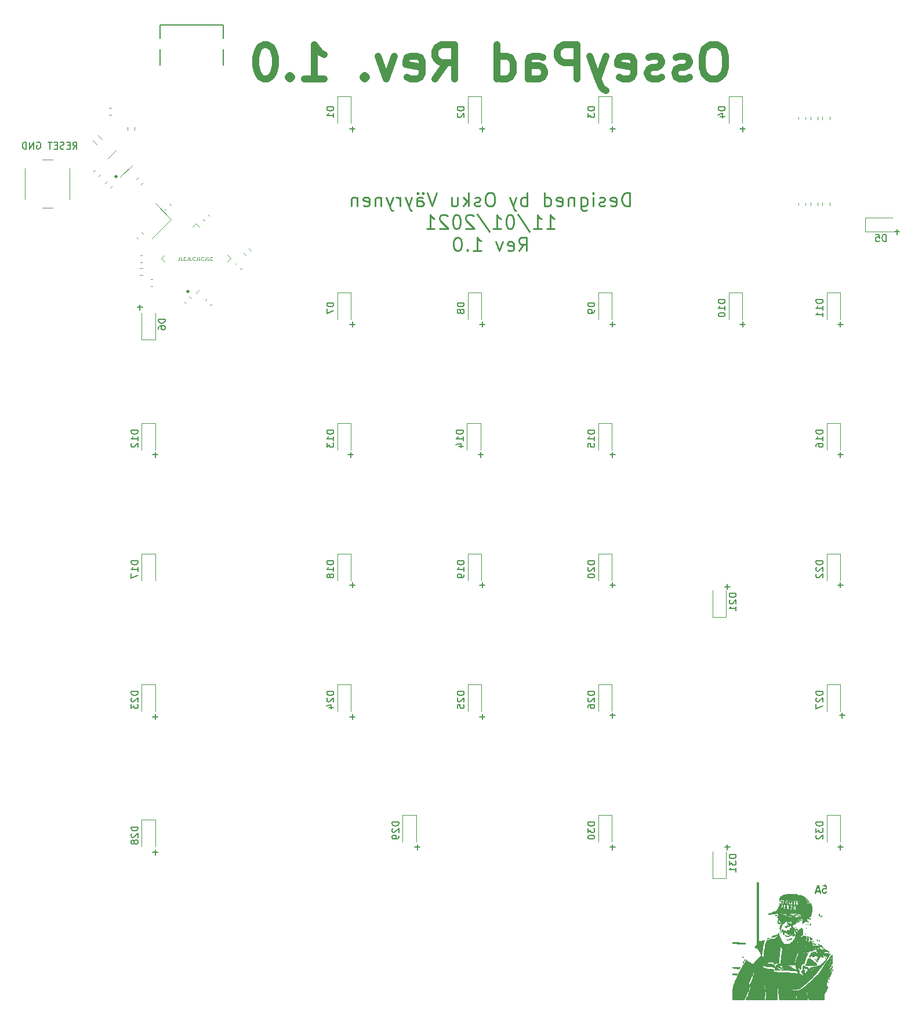
<source format=gbr>
G04 #@! TF.GenerationSoftware,KiCad,Pcbnew,(5.1.8)-1*
G04 #@! TF.CreationDate,2021-01-11T10:14:07+02:00*
G04 #@! TF.ProjectId,OsseyPad,4f737365-7950-4616-942e-6b696361645f,rev?*
G04 #@! TF.SameCoordinates,Original*
G04 #@! TF.FileFunction,Legend,Bot*
G04 #@! TF.FilePolarity,Positive*
%FSLAX46Y46*%
G04 Gerber Fmt 4.6, Leading zero omitted, Abs format (unit mm)*
G04 Created by KiCad (PCBNEW (5.1.8)-1) date 2021-01-11 10:14:07*
%MOMM*%
%LPD*%
G01*
G04 APERTURE LIST*
%ADD10C,0.125000*%
%ADD11C,0.300000*%
%ADD12C,0.150000*%
%ADD13C,0.250000*%
%ADD14C,1.000000*%
%ADD15C,0.010000*%
%ADD16C,0.120000*%
G04 APERTURE END LIST*
D10*
X49765476Y-54476190D02*
X49765476Y-54833333D01*
X49741666Y-54904761D01*
X49694047Y-54952380D01*
X49622619Y-54976190D01*
X49575000Y-54976190D01*
X50241666Y-54976190D02*
X50003571Y-54976190D01*
X50003571Y-54476190D01*
X50694047Y-54928571D02*
X50670238Y-54952380D01*
X50598809Y-54976190D01*
X50551190Y-54976190D01*
X50479761Y-54952380D01*
X50432142Y-54904761D01*
X50408333Y-54857142D01*
X50384523Y-54761904D01*
X50384523Y-54690476D01*
X50408333Y-54595238D01*
X50432142Y-54547619D01*
X50479761Y-54500000D01*
X50551190Y-54476190D01*
X50598809Y-54476190D01*
X50670238Y-54500000D01*
X50694047Y-54523809D01*
X51051190Y-54476190D02*
X51051190Y-54833333D01*
X51027380Y-54904761D01*
X50979761Y-54952380D01*
X50908333Y-54976190D01*
X50860714Y-54976190D01*
X51527380Y-54976190D02*
X51289285Y-54976190D01*
X51289285Y-54476190D01*
X51979761Y-54928571D02*
X51955952Y-54952380D01*
X51884523Y-54976190D01*
X51836904Y-54976190D01*
X51765476Y-54952380D01*
X51717857Y-54904761D01*
X51694047Y-54857142D01*
X51670238Y-54761904D01*
X51670238Y-54690476D01*
X51694047Y-54595238D01*
X51717857Y-54547619D01*
X51765476Y-54500000D01*
X51836904Y-54476190D01*
X51884523Y-54476190D01*
X51955952Y-54500000D01*
X51979761Y-54523809D01*
X52336904Y-54476190D02*
X52336904Y-54833333D01*
X52313095Y-54904761D01*
X52265476Y-54952380D01*
X52194047Y-54976190D01*
X52146428Y-54976190D01*
X52813095Y-54976190D02*
X52575000Y-54976190D01*
X52575000Y-54476190D01*
X53265476Y-54928571D02*
X53241666Y-54952380D01*
X53170238Y-54976190D01*
X53122619Y-54976190D01*
X53051190Y-54952380D01*
X53003571Y-54904761D01*
X52979761Y-54857142D01*
X52955952Y-54761904D01*
X52955952Y-54690476D01*
X52979761Y-54595238D01*
X53003571Y-54547619D01*
X53051190Y-54500000D01*
X53122619Y-54476190D01*
X53170238Y-54476190D01*
X53241666Y-54500000D01*
X53265476Y-54523809D01*
X53622619Y-54476190D02*
X53622619Y-54833333D01*
X53598809Y-54904761D01*
X53551190Y-54952380D01*
X53479761Y-54976190D01*
X53432142Y-54976190D01*
X54098809Y-54976190D02*
X53860714Y-54976190D01*
X53860714Y-54476190D01*
X54551190Y-54928571D02*
X54527380Y-54952380D01*
X54455952Y-54976190D01*
X54408333Y-54976190D01*
X54336904Y-54952380D01*
X54289285Y-54904761D01*
X54265476Y-54857142D01*
X54241666Y-54761904D01*
X54241666Y-54690476D01*
X54265476Y-54595238D01*
X54289285Y-54547619D01*
X54336904Y-54500000D01*
X54408333Y-54476190D01*
X54455952Y-54476190D01*
X54527380Y-54500000D01*
X54551190Y-54523809D01*
D11*
X40600000Y-42750000D02*
G75*
G03*
X40600000Y-42750000I-100000J0D01*
G01*
D12*
X146630952Y-140571428D02*
X145869047Y-140571428D01*
X146250000Y-140952380D02*
X146250000Y-140190476D01*
X130130952Y-140571428D02*
X129369047Y-140571428D01*
X129750000Y-140952380D02*
X129750000Y-140190476D01*
X113380952Y-140571428D02*
X112619047Y-140571428D01*
X113000000Y-140952380D02*
X113000000Y-140190476D01*
X84880952Y-140571428D02*
X84119047Y-140571428D01*
X84500000Y-140952380D02*
X84500000Y-140190476D01*
X94380952Y-121571428D02*
X93619047Y-121571428D01*
X94000000Y-121952380D02*
X94000000Y-121190476D01*
X113380952Y-121321428D02*
X112619047Y-121321428D01*
X113000000Y-121702380D02*
X113000000Y-120940476D01*
X146880952Y-121321428D02*
X146119047Y-121321428D01*
X146500000Y-121702380D02*
X146500000Y-120940476D01*
X146630952Y-102321428D02*
X145869047Y-102321428D01*
X146250000Y-102702380D02*
X146250000Y-101940476D01*
X130130952Y-102571428D02*
X129369047Y-102571428D01*
X129750000Y-102952380D02*
X129750000Y-102190476D01*
X113380952Y-102321428D02*
X112619047Y-102321428D01*
X113000000Y-102702380D02*
X113000000Y-101940476D01*
X94380952Y-102321428D02*
X93619047Y-102321428D01*
X94000000Y-102702380D02*
X94000000Y-101940476D01*
X75380952Y-102321428D02*
X74619047Y-102321428D01*
X75000000Y-102702380D02*
X75000000Y-101940476D01*
X75380952Y-121571428D02*
X74619047Y-121571428D01*
X75000000Y-121952380D02*
X75000000Y-121190476D01*
X46630952Y-121571428D02*
X45869047Y-121571428D01*
X46250000Y-121952380D02*
X46250000Y-121190476D01*
X46630952Y-141321428D02*
X45869047Y-141321428D01*
X46250000Y-141702380D02*
X46250000Y-140940476D01*
X46630952Y-83321428D02*
X45869047Y-83321428D01*
X46250000Y-83702380D02*
X46250000Y-82940476D01*
X75130952Y-83321428D02*
X74369047Y-83321428D01*
X74750000Y-83702380D02*
X74750000Y-82940476D01*
X94130952Y-83321428D02*
X93369047Y-83321428D01*
X93750000Y-83702380D02*
X93750000Y-82940476D01*
X113380952Y-83321428D02*
X112619047Y-83321428D01*
X113000000Y-83702380D02*
X113000000Y-82940476D01*
X146630952Y-83321428D02*
X145869047Y-83321428D01*
X146250000Y-83702380D02*
X146250000Y-82940476D01*
X146630952Y-64321428D02*
X145869047Y-64321428D01*
X146250000Y-64702380D02*
X146250000Y-63940476D01*
X132380952Y-64321428D02*
X131619047Y-64321428D01*
X132000000Y-64702380D02*
X132000000Y-63940476D01*
X113380952Y-64321428D02*
X112619047Y-64321428D01*
X113000000Y-64702380D02*
X113000000Y-63940476D01*
X94380952Y-64321428D02*
X93619047Y-64321428D01*
X94000000Y-64702380D02*
X94000000Y-63940476D01*
X44380952Y-61821428D02*
X43619047Y-61821428D01*
X44000000Y-62202380D02*
X44000000Y-61440476D01*
X154880952Y-50821428D02*
X154119047Y-50821428D01*
X154500000Y-51202380D02*
X154500000Y-50440476D01*
X132380952Y-35821428D02*
X131619047Y-35821428D01*
X132000000Y-36202380D02*
X132000000Y-35440476D01*
X113380952Y-35821428D02*
X112619047Y-35821428D01*
X113000000Y-36202380D02*
X113000000Y-35440476D01*
X94380952Y-35821428D02*
X93619047Y-35821428D01*
X94000000Y-36202380D02*
X94000000Y-35440476D01*
X75380952Y-35821428D02*
X74619047Y-35821428D01*
X75000000Y-36202380D02*
X75000000Y-35440476D01*
X75380952Y-64321428D02*
X74619047Y-64321428D01*
X75000000Y-64702380D02*
X75000000Y-63940476D01*
D11*
X51100000Y-59500000D02*
G75*
G03*
X51100000Y-59500000I-100000J0D01*
G01*
D12*
X34202380Y-38727380D02*
X34535714Y-38251190D01*
X34773809Y-38727380D02*
X34773809Y-37727380D01*
X34392857Y-37727380D01*
X34297619Y-37775000D01*
X34250000Y-37822619D01*
X34202380Y-37917857D01*
X34202380Y-38060714D01*
X34250000Y-38155952D01*
X34297619Y-38203571D01*
X34392857Y-38251190D01*
X34773809Y-38251190D01*
X33773809Y-38203571D02*
X33440476Y-38203571D01*
X33297619Y-38727380D02*
X33773809Y-38727380D01*
X33773809Y-37727380D01*
X33297619Y-37727380D01*
X32916666Y-38679761D02*
X32773809Y-38727380D01*
X32535714Y-38727380D01*
X32440476Y-38679761D01*
X32392857Y-38632142D01*
X32345238Y-38536904D01*
X32345238Y-38441666D01*
X32392857Y-38346428D01*
X32440476Y-38298809D01*
X32535714Y-38251190D01*
X32726190Y-38203571D01*
X32821428Y-38155952D01*
X32869047Y-38108333D01*
X32916666Y-38013095D01*
X32916666Y-37917857D01*
X32869047Y-37822619D01*
X32821428Y-37775000D01*
X32726190Y-37727380D01*
X32488095Y-37727380D01*
X32345238Y-37775000D01*
X31916666Y-38203571D02*
X31583333Y-38203571D01*
X31440476Y-38727380D02*
X31916666Y-38727380D01*
X31916666Y-37727380D01*
X31440476Y-37727380D01*
X31154761Y-37727380D02*
X30583333Y-37727380D01*
X30869047Y-38727380D02*
X30869047Y-37727380D01*
X28936904Y-37775000D02*
X29032142Y-37727380D01*
X29175000Y-37727380D01*
X29317857Y-37775000D01*
X29413095Y-37870238D01*
X29460714Y-37965476D01*
X29508333Y-38155952D01*
X29508333Y-38298809D01*
X29460714Y-38489285D01*
X29413095Y-38584523D01*
X29317857Y-38679761D01*
X29175000Y-38727380D01*
X29079761Y-38727380D01*
X28936904Y-38679761D01*
X28889285Y-38632142D01*
X28889285Y-38298809D01*
X29079761Y-38298809D01*
X28460714Y-38727380D02*
X28460714Y-37727380D01*
X27889285Y-38727380D01*
X27889285Y-37727380D01*
X27413095Y-38727380D02*
X27413095Y-37727380D01*
X27175000Y-37727380D01*
X27032142Y-37775000D01*
X26936904Y-37870238D01*
X26889285Y-37965476D01*
X26841666Y-38155952D01*
X26841666Y-38298809D01*
X26889285Y-38489285D01*
X26936904Y-38584523D01*
X27032142Y-38679761D01*
X27175000Y-38727380D01*
X27413095Y-38727380D01*
D13*
X115508333Y-47104761D02*
X115508333Y-45104761D01*
X115032142Y-45104761D01*
X114746428Y-45200000D01*
X114555952Y-45390476D01*
X114460714Y-45580952D01*
X114365476Y-45961904D01*
X114365476Y-46247619D01*
X114460714Y-46628571D01*
X114555952Y-46819047D01*
X114746428Y-47009523D01*
X115032142Y-47104761D01*
X115508333Y-47104761D01*
X112746428Y-47009523D02*
X112936904Y-47104761D01*
X113317857Y-47104761D01*
X113508333Y-47009523D01*
X113603571Y-46819047D01*
X113603571Y-46057142D01*
X113508333Y-45866666D01*
X113317857Y-45771428D01*
X112936904Y-45771428D01*
X112746428Y-45866666D01*
X112651190Y-46057142D01*
X112651190Y-46247619D01*
X113603571Y-46438095D01*
X111889285Y-47009523D02*
X111698809Y-47104761D01*
X111317857Y-47104761D01*
X111127380Y-47009523D01*
X111032142Y-46819047D01*
X111032142Y-46723809D01*
X111127380Y-46533333D01*
X111317857Y-46438095D01*
X111603571Y-46438095D01*
X111794047Y-46342857D01*
X111889285Y-46152380D01*
X111889285Y-46057142D01*
X111794047Y-45866666D01*
X111603571Y-45771428D01*
X111317857Y-45771428D01*
X111127380Y-45866666D01*
X110175000Y-47104761D02*
X110175000Y-45771428D01*
X110175000Y-45104761D02*
X110270238Y-45200000D01*
X110175000Y-45295238D01*
X110079761Y-45200000D01*
X110175000Y-45104761D01*
X110175000Y-45295238D01*
X108365476Y-45771428D02*
X108365476Y-47390476D01*
X108460714Y-47580952D01*
X108555952Y-47676190D01*
X108746428Y-47771428D01*
X109032142Y-47771428D01*
X109222619Y-47676190D01*
X108365476Y-47009523D02*
X108555952Y-47104761D01*
X108936904Y-47104761D01*
X109127380Y-47009523D01*
X109222619Y-46914285D01*
X109317857Y-46723809D01*
X109317857Y-46152380D01*
X109222619Y-45961904D01*
X109127380Y-45866666D01*
X108936904Y-45771428D01*
X108555952Y-45771428D01*
X108365476Y-45866666D01*
X107413095Y-45771428D02*
X107413095Y-47104761D01*
X107413095Y-45961904D02*
X107317857Y-45866666D01*
X107127380Y-45771428D01*
X106841666Y-45771428D01*
X106651190Y-45866666D01*
X106555952Y-46057142D01*
X106555952Y-47104761D01*
X104841666Y-47009523D02*
X105032142Y-47104761D01*
X105413095Y-47104761D01*
X105603571Y-47009523D01*
X105698809Y-46819047D01*
X105698809Y-46057142D01*
X105603571Y-45866666D01*
X105413095Y-45771428D01*
X105032142Y-45771428D01*
X104841666Y-45866666D01*
X104746428Y-46057142D01*
X104746428Y-46247619D01*
X105698809Y-46438095D01*
X103032142Y-47104761D02*
X103032142Y-45104761D01*
X103032142Y-47009523D02*
X103222619Y-47104761D01*
X103603571Y-47104761D01*
X103794047Y-47009523D01*
X103889285Y-46914285D01*
X103984523Y-46723809D01*
X103984523Y-46152380D01*
X103889285Y-45961904D01*
X103794047Y-45866666D01*
X103603571Y-45771428D01*
X103222619Y-45771428D01*
X103032142Y-45866666D01*
X100555952Y-47104761D02*
X100555952Y-45104761D01*
X100555952Y-45866666D02*
X100365476Y-45771428D01*
X99984523Y-45771428D01*
X99794047Y-45866666D01*
X99698809Y-45961904D01*
X99603571Y-46152380D01*
X99603571Y-46723809D01*
X99698809Y-46914285D01*
X99794047Y-47009523D01*
X99984523Y-47104761D01*
X100365476Y-47104761D01*
X100555952Y-47009523D01*
X98936904Y-45771428D02*
X98460714Y-47104761D01*
X97984523Y-45771428D02*
X98460714Y-47104761D01*
X98651190Y-47580952D01*
X98746428Y-47676190D01*
X98936904Y-47771428D01*
X95317857Y-45104761D02*
X94936904Y-45104761D01*
X94746428Y-45200000D01*
X94555952Y-45390476D01*
X94460714Y-45771428D01*
X94460714Y-46438095D01*
X94555952Y-46819047D01*
X94746428Y-47009523D01*
X94936904Y-47104761D01*
X95317857Y-47104761D01*
X95508333Y-47009523D01*
X95698809Y-46819047D01*
X95794047Y-46438095D01*
X95794047Y-45771428D01*
X95698809Y-45390476D01*
X95508333Y-45200000D01*
X95317857Y-45104761D01*
X93698809Y-47009523D02*
X93508333Y-47104761D01*
X93127380Y-47104761D01*
X92936904Y-47009523D01*
X92841666Y-46819047D01*
X92841666Y-46723809D01*
X92936904Y-46533333D01*
X93127380Y-46438095D01*
X93413095Y-46438095D01*
X93603571Y-46342857D01*
X93698809Y-46152380D01*
X93698809Y-46057142D01*
X93603571Y-45866666D01*
X93413095Y-45771428D01*
X93127380Y-45771428D01*
X92936904Y-45866666D01*
X91984523Y-47104761D02*
X91984523Y-45104761D01*
X91794047Y-46342857D02*
X91222619Y-47104761D01*
X91222619Y-45771428D02*
X91984523Y-46533333D01*
X89508333Y-45771428D02*
X89508333Y-47104761D01*
X90365476Y-45771428D02*
X90365476Y-46819047D01*
X90270238Y-47009523D01*
X90079761Y-47104761D01*
X89794047Y-47104761D01*
X89603571Y-47009523D01*
X89508333Y-46914285D01*
X87317857Y-45104761D02*
X86651190Y-47104761D01*
X85984523Y-45104761D01*
X84460714Y-47104761D02*
X84460714Y-46057142D01*
X84555952Y-45866666D01*
X84746428Y-45771428D01*
X85127380Y-45771428D01*
X85317857Y-45866666D01*
X84460714Y-47009523D02*
X84651190Y-47104761D01*
X85127380Y-47104761D01*
X85317857Y-47009523D01*
X85413095Y-46819047D01*
X85413095Y-46628571D01*
X85317857Y-46438095D01*
X85127380Y-46342857D01*
X84651190Y-46342857D01*
X84460714Y-46247619D01*
X85317857Y-45104761D02*
X85222619Y-45200000D01*
X85317857Y-45295238D01*
X85413095Y-45200000D01*
X85317857Y-45104761D01*
X85317857Y-45295238D01*
X84555952Y-45104761D02*
X84460714Y-45200000D01*
X84555952Y-45295238D01*
X84651190Y-45200000D01*
X84555952Y-45104761D01*
X84555952Y-45295238D01*
X83698809Y-45771428D02*
X83222619Y-47104761D01*
X82746428Y-45771428D02*
X83222619Y-47104761D01*
X83413095Y-47580952D01*
X83508333Y-47676190D01*
X83698809Y-47771428D01*
X81984523Y-47104761D02*
X81984523Y-45771428D01*
X81984523Y-46152380D02*
X81889285Y-45961904D01*
X81794047Y-45866666D01*
X81603571Y-45771428D01*
X81413095Y-45771428D01*
X80936904Y-45771428D02*
X80460714Y-47104761D01*
X79984523Y-45771428D02*
X80460714Y-47104761D01*
X80651190Y-47580952D01*
X80746428Y-47676190D01*
X80936904Y-47771428D01*
X79222619Y-45771428D02*
X79222619Y-47104761D01*
X79222619Y-45961904D02*
X79127380Y-45866666D01*
X78936904Y-45771428D01*
X78651190Y-45771428D01*
X78460714Y-45866666D01*
X78365476Y-46057142D01*
X78365476Y-47104761D01*
X76651190Y-47009523D02*
X76841666Y-47104761D01*
X77222619Y-47104761D01*
X77413095Y-47009523D01*
X77508333Y-46819047D01*
X77508333Y-46057142D01*
X77413095Y-45866666D01*
X77222619Y-45771428D01*
X76841666Y-45771428D01*
X76651190Y-45866666D01*
X76555952Y-46057142D01*
X76555952Y-46247619D01*
X77508333Y-46438095D01*
X75698809Y-45771428D02*
X75698809Y-47104761D01*
X75698809Y-45961904D02*
X75603571Y-45866666D01*
X75413095Y-45771428D01*
X75127380Y-45771428D01*
X74936904Y-45866666D01*
X74841666Y-46057142D01*
X74841666Y-47104761D01*
X103365476Y-50354761D02*
X104508333Y-50354761D01*
X103936904Y-50354761D02*
X103936904Y-48354761D01*
X104127380Y-48640476D01*
X104317857Y-48830952D01*
X104508333Y-48926190D01*
X101460714Y-50354761D02*
X102603571Y-50354761D01*
X102032142Y-50354761D02*
X102032142Y-48354761D01*
X102222619Y-48640476D01*
X102413095Y-48830952D01*
X102603571Y-48926190D01*
X99175000Y-48259523D02*
X100889285Y-50830952D01*
X98127380Y-48354761D02*
X97936904Y-48354761D01*
X97746428Y-48450000D01*
X97651190Y-48545238D01*
X97555952Y-48735714D01*
X97460714Y-49116666D01*
X97460714Y-49592857D01*
X97555952Y-49973809D01*
X97651190Y-50164285D01*
X97746428Y-50259523D01*
X97936904Y-50354761D01*
X98127380Y-50354761D01*
X98317857Y-50259523D01*
X98413095Y-50164285D01*
X98508333Y-49973809D01*
X98603571Y-49592857D01*
X98603571Y-49116666D01*
X98508333Y-48735714D01*
X98413095Y-48545238D01*
X98317857Y-48450000D01*
X98127380Y-48354761D01*
X95555952Y-50354761D02*
X96698809Y-50354761D01*
X96127380Y-50354761D02*
X96127380Y-48354761D01*
X96317857Y-48640476D01*
X96508333Y-48830952D01*
X96698809Y-48926190D01*
X93270238Y-48259523D02*
X94984523Y-50830952D01*
X92698809Y-48545238D02*
X92603571Y-48450000D01*
X92413095Y-48354761D01*
X91936904Y-48354761D01*
X91746428Y-48450000D01*
X91651190Y-48545238D01*
X91555952Y-48735714D01*
X91555952Y-48926190D01*
X91651190Y-49211904D01*
X92794047Y-50354761D01*
X91555952Y-50354761D01*
X90317857Y-48354761D02*
X90127380Y-48354761D01*
X89936904Y-48450000D01*
X89841666Y-48545238D01*
X89746428Y-48735714D01*
X89651190Y-49116666D01*
X89651190Y-49592857D01*
X89746428Y-49973809D01*
X89841666Y-50164285D01*
X89936904Y-50259523D01*
X90127380Y-50354761D01*
X90317857Y-50354761D01*
X90508333Y-50259523D01*
X90603571Y-50164285D01*
X90698809Y-49973809D01*
X90794047Y-49592857D01*
X90794047Y-49116666D01*
X90698809Y-48735714D01*
X90603571Y-48545238D01*
X90508333Y-48450000D01*
X90317857Y-48354761D01*
X88889285Y-48545238D02*
X88794047Y-48450000D01*
X88603571Y-48354761D01*
X88127380Y-48354761D01*
X87936904Y-48450000D01*
X87841666Y-48545238D01*
X87746428Y-48735714D01*
X87746428Y-48926190D01*
X87841666Y-49211904D01*
X88984523Y-50354761D01*
X87746428Y-50354761D01*
X85841666Y-50354761D02*
X86984523Y-50354761D01*
X86413095Y-50354761D02*
X86413095Y-48354761D01*
X86603571Y-48640476D01*
X86794047Y-48830952D01*
X86984523Y-48926190D01*
X99317857Y-53604761D02*
X99984523Y-52652380D01*
X100460714Y-53604761D02*
X100460714Y-51604761D01*
X99698809Y-51604761D01*
X99508333Y-51700000D01*
X99413095Y-51795238D01*
X99317857Y-51985714D01*
X99317857Y-52271428D01*
X99413095Y-52461904D01*
X99508333Y-52557142D01*
X99698809Y-52652380D01*
X100460714Y-52652380D01*
X97698809Y-53509523D02*
X97889285Y-53604761D01*
X98270238Y-53604761D01*
X98460714Y-53509523D01*
X98555952Y-53319047D01*
X98555952Y-52557142D01*
X98460714Y-52366666D01*
X98270238Y-52271428D01*
X97889285Y-52271428D01*
X97698809Y-52366666D01*
X97603571Y-52557142D01*
X97603571Y-52747619D01*
X98555952Y-52938095D01*
X96936904Y-52271428D02*
X96460714Y-53604761D01*
X95984523Y-52271428D01*
X92651190Y-53604761D02*
X93794047Y-53604761D01*
X93222619Y-53604761D02*
X93222619Y-51604761D01*
X93413095Y-51890476D01*
X93603571Y-52080952D01*
X93794047Y-52176190D01*
X91794047Y-53414285D02*
X91698809Y-53509523D01*
X91794047Y-53604761D01*
X91889285Y-53509523D01*
X91794047Y-53414285D01*
X91794047Y-53604761D01*
X90460714Y-51604761D02*
X90270238Y-51604761D01*
X90079761Y-51700000D01*
X89984523Y-51795238D01*
X89889285Y-51985714D01*
X89794047Y-52366666D01*
X89794047Y-52842857D01*
X89889285Y-53223809D01*
X89984523Y-53414285D01*
X90079761Y-53509523D01*
X90270238Y-53604761D01*
X90460714Y-53604761D01*
X90651190Y-53509523D01*
X90746428Y-53414285D01*
X90841666Y-53223809D01*
X90936904Y-52842857D01*
X90936904Y-52366666D01*
X90841666Y-51985714D01*
X90746428Y-51795238D01*
X90651190Y-51700000D01*
X90460714Y-51604761D01*
D14*
X128270238Y-23518154D02*
X127317857Y-23518154D01*
X126841666Y-23756250D01*
X126365476Y-24232440D01*
X126127380Y-25184821D01*
X126127380Y-26851488D01*
X126365476Y-27803869D01*
X126841666Y-28280059D01*
X127317857Y-28518154D01*
X128270238Y-28518154D01*
X128746428Y-28280059D01*
X129222619Y-27803869D01*
X129460714Y-26851488D01*
X129460714Y-25184821D01*
X129222619Y-24232440D01*
X128746428Y-23756250D01*
X128270238Y-23518154D01*
X124222619Y-28280059D02*
X123746428Y-28518154D01*
X122794047Y-28518154D01*
X122317857Y-28280059D01*
X122079761Y-27803869D01*
X122079761Y-27565773D01*
X122317857Y-27089583D01*
X122794047Y-26851488D01*
X123508333Y-26851488D01*
X123984523Y-26613392D01*
X124222619Y-26137202D01*
X124222619Y-25899107D01*
X123984523Y-25422916D01*
X123508333Y-25184821D01*
X122794047Y-25184821D01*
X122317857Y-25422916D01*
X120175000Y-28280059D02*
X119698809Y-28518154D01*
X118746428Y-28518154D01*
X118270238Y-28280059D01*
X118032142Y-27803869D01*
X118032142Y-27565773D01*
X118270238Y-27089583D01*
X118746428Y-26851488D01*
X119460714Y-26851488D01*
X119936904Y-26613392D01*
X120175000Y-26137202D01*
X120175000Y-25899107D01*
X119936904Y-25422916D01*
X119460714Y-25184821D01*
X118746428Y-25184821D01*
X118270238Y-25422916D01*
X113984523Y-28280059D02*
X114460714Y-28518154D01*
X115413095Y-28518154D01*
X115889285Y-28280059D01*
X116127380Y-27803869D01*
X116127380Y-25899107D01*
X115889285Y-25422916D01*
X115413095Y-25184821D01*
X114460714Y-25184821D01*
X113984523Y-25422916D01*
X113746428Y-25899107D01*
X113746428Y-26375297D01*
X116127380Y-26851488D01*
X112079761Y-25184821D02*
X110889285Y-28518154D01*
X109698809Y-25184821D02*
X110889285Y-28518154D01*
X111365476Y-29708630D01*
X111603571Y-29946726D01*
X112079761Y-30184821D01*
X107794047Y-28518154D02*
X107794047Y-23518154D01*
X105889285Y-23518154D01*
X105413095Y-23756250D01*
X105175000Y-23994345D01*
X104936904Y-24470535D01*
X104936904Y-25184821D01*
X105175000Y-25661011D01*
X105413095Y-25899107D01*
X105889285Y-26137202D01*
X107794047Y-26137202D01*
X100651190Y-28518154D02*
X100651190Y-25899107D01*
X100889285Y-25422916D01*
X101365476Y-25184821D01*
X102317857Y-25184821D01*
X102794047Y-25422916D01*
X100651190Y-28280059D02*
X101127380Y-28518154D01*
X102317857Y-28518154D01*
X102794047Y-28280059D01*
X103032142Y-27803869D01*
X103032142Y-27327678D01*
X102794047Y-26851488D01*
X102317857Y-26613392D01*
X101127380Y-26613392D01*
X100651190Y-26375297D01*
X96127380Y-28518154D02*
X96127380Y-23518154D01*
X96127380Y-28280059D02*
X96603571Y-28518154D01*
X97555952Y-28518154D01*
X98032142Y-28280059D01*
X98270238Y-28041964D01*
X98508333Y-27565773D01*
X98508333Y-26137202D01*
X98270238Y-25661011D01*
X98032142Y-25422916D01*
X97555952Y-25184821D01*
X96603571Y-25184821D01*
X96127380Y-25422916D01*
X87079761Y-28518154D02*
X88746428Y-26137202D01*
X89936904Y-28518154D02*
X89936904Y-23518154D01*
X88032142Y-23518154D01*
X87555952Y-23756250D01*
X87317857Y-23994345D01*
X87079761Y-24470535D01*
X87079761Y-25184821D01*
X87317857Y-25661011D01*
X87555952Y-25899107D01*
X88032142Y-26137202D01*
X89936904Y-26137202D01*
X83032142Y-28280059D02*
X83508333Y-28518154D01*
X84460714Y-28518154D01*
X84936904Y-28280059D01*
X85175000Y-27803869D01*
X85175000Y-25899107D01*
X84936904Y-25422916D01*
X84460714Y-25184821D01*
X83508333Y-25184821D01*
X83032142Y-25422916D01*
X82794047Y-25899107D01*
X82794047Y-26375297D01*
X85175000Y-26851488D01*
X81127380Y-25184821D02*
X79936904Y-28518154D01*
X78746428Y-25184821D01*
X76841666Y-28041964D02*
X76603571Y-28280059D01*
X76841666Y-28518154D01*
X77079761Y-28280059D01*
X76841666Y-28041964D01*
X76841666Y-28518154D01*
X68032142Y-28518154D02*
X70889285Y-28518154D01*
X69460714Y-28518154D02*
X69460714Y-23518154D01*
X69936904Y-24232440D01*
X70413095Y-24708630D01*
X70889285Y-24946726D01*
X65889285Y-28041964D02*
X65651190Y-28280059D01*
X65889285Y-28518154D01*
X66127380Y-28280059D01*
X65889285Y-28041964D01*
X65889285Y-28518154D01*
X62555952Y-23518154D02*
X62079761Y-23518154D01*
X61603571Y-23756250D01*
X61365476Y-23994345D01*
X61127380Y-24470535D01*
X60889285Y-25422916D01*
X60889285Y-26613392D01*
X61127380Y-27565773D01*
X61365476Y-28041964D01*
X61603571Y-28280059D01*
X62079761Y-28518154D01*
X62555952Y-28518154D01*
X63032142Y-28280059D01*
X63270238Y-28041964D01*
X63508333Y-27565773D01*
X63746428Y-26613392D01*
X63746428Y-25422916D01*
X63508333Y-24470535D01*
X63270238Y-23994345D01*
X63032142Y-23756250D01*
X62555952Y-23518154D01*
D12*
X56150000Y-20610000D02*
X46950000Y-20610000D01*
X46950000Y-20610000D02*
X46950000Y-22560000D01*
X46950000Y-24210000D02*
X46950000Y-26510000D01*
X56150000Y-20610000D02*
X56150000Y-22560000D01*
X56150000Y-24210000D02*
X56150000Y-26510000D01*
D15*
G36*
X138421822Y-148428814D02*
G01*
X138400970Y-148483766D01*
X138395130Y-148573970D01*
X138396422Y-148596454D01*
X138407200Y-148727917D01*
X138432600Y-148613617D01*
X138455376Y-148487746D01*
X138454135Y-148423769D01*
X138428915Y-148422361D01*
X138421822Y-148428814D01*
G37*
X138421822Y-148428814D02*
X138400970Y-148483766D01*
X138395130Y-148573970D01*
X138396422Y-148596454D01*
X138407200Y-148727917D01*
X138432600Y-148613617D01*
X138455376Y-148487746D01*
X138454135Y-148423769D01*
X138428915Y-148422361D01*
X138421822Y-148428814D01*
G36*
X139884220Y-148501347D02*
G01*
X139880399Y-148524717D01*
X139898687Y-148569786D01*
X139914266Y-148575517D01*
X139944312Y-148548086D01*
X139948133Y-148524717D01*
X139929846Y-148479648D01*
X139914266Y-148473917D01*
X139884220Y-148501347D01*
G37*
X139884220Y-148501347D02*
X139880399Y-148524717D01*
X139898687Y-148569786D01*
X139914266Y-148575517D01*
X139944312Y-148548086D01*
X139948133Y-148524717D01*
X139929846Y-148479648D01*
X139914266Y-148473917D01*
X139884220Y-148501347D01*
G36*
X139005681Y-149214355D02*
G01*
X138984434Y-149283902D01*
X138977362Y-149366502D01*
X138989142Y-149434902D01*
X138992414Y-149441530D01*
X139019761Y-149479540D01*
X139039335Y-149455888D01*
X139045620Y-149440054D01*
X139063253Y-149362270D01*
X139066547Y-149276846D01*
X139056425Y-149209365D01*
X139036424Y-149185117D01*
X139005681Y-149214355D01*
G37*
X139005681Y-149214355D02*
X138984434Y-149283902D01*
X138977362Y-149366502D01*
X138989142Y-149434902D01*
X138992414Y-149441530D01*
X139019761Y-149479540D01*
X139039335Y-149455888D01*
X139045620Y-149440054D01*
X139063253Y-149362270D01*
X139066547Y-149276846D01*
X139056425Y-149209365D01*
X139036424Y-149185117D01*
X139005681Y-149214355D01*
G36*
X139541736Y-149244526D02*
G01*
X139541733Y-149246077D01*
X139550063Y-149310794D01*
X139575014Y-149309890D01*
X139594357Y-149283766D01*
X139594332Y-149231061D01*
X139579422Y-149209259D01*
X139550371Y-149196611D01*
X139541736Y-149244526D01*
G37*
X139541736Y-149244526D02*
X139541733Y-149246077D01*
X139550063Y-149310794D01*
X139575014Y-149309890D01*
X139594357Y-149283766D01*
X139594332Y-149231061D01*
X139579422Y-149209259D01*
X139550371Y-149196611D01*
X139541736Y-149244526D01*
G36*
X139524162Y-149548608D02*
G01*
X139529486Y-149574583D01*
X139553524Y-149619144D01*
X139562290Y-149625383D01*
X139574128Y-149597729D01*
X139575599Y-149574583D01*
X139557876Y-149529506D01*
X139542796Y-149523783D01*
X139524162Y-149548608D01*
G37*
X139524162Y-149548608D02*
X139529486Y-149574583D01*
X139553524Y-149619144D01*
X139562290Y-149625383D01*
X139574128Y-149597729D01*
X139575599Y-149574583D01*
X139557876Y-149529506D01*
X139542796Y-149523783D01*
X139524162Y-149548608D01*
G36*
X139144505Y-150349989D02*
G01*
X139154605Y-150365382D01*
X139188955Y-150367776D01*
X139225092Y-150359506D01*
X139209416Y-150347315D01*
X139156487Y-150343278D01*
X139144505Y-150349989D01*
G37*
X139144505Y-150349989D02*
X139154605Y-150365382D01*
X139188955Y-150367776D01*
X139225092Y-150359506D01*
X139209416Y-150347315D01*
X139156487Y-150343278D01*
X139144505Y-150349989D01*
G36*
X139512544Y-150367479D02*
G01*
X139514411Y-150373781D01*
X139556161Y-150411855D01*
X139626448Y-150432536D01*
X139687462Y-150445468D01*
X139686669Y-150465698D01*
X139674637Y-150474351D01*
X139649775Y-150498135D01*
X139675279Y-150500566D01*
X139737357Y-150482006D01*
X139761866Y-150472050D01*
X139843497Y-150450829D01*
X139944934Y-150440572D01*
X139945311Y-150440564D01*
X140023464Y-150434057D01*
X140041558Y-150421504D01*
X140006573Y-150406533D01*
X139925490Y-150392775D01*
X139839384Y-150385479D01*
X139719796Y-150374927D01*
X139616501Y-150359506D01*
X139579532Y-150350803D01*
X139521606Y-150341287D01*
X139512544Y-150367479D01*
G37*
X139512544Y-150367479D02*
X139514411Y-150373781D01*
X139556161Y-150411855D01*
X139626448Y-150432536D01*
X139687462Y-150445468D01*
X139686669Y-150465698D01*
X139674637Y-150474351D01*
X139649775Y-150498135D01*
X139675279Y-150500566D01*
X139737357Y-150482006D01*
X139761866Y-150472050D01*
X139843497Y-150450829D01*
X139944934Y-150440572D01*
X139945311Y-150440564D01*
X140023464Y-150434057D01*
X140041558Y-150421504D01*
X140006573Y-150406533D01*
X139925490Y-150392775D01*
X139839384Y-150385479D01*
X139719796Y-150374927D01*
X139616501Y-150359506D01*
X139579532Y-150350803D01*
X139521606Y-150341287D01*
X139512544Y-150367479D01*
G36*
X140223994Y-150508192D02*
G01*
X140125823Y-150522161D01*
X140070345Y-150540708D01*
X140068360Y-150542399D01*
X140077091Y-150559818D01*
X140133841Y-150569976D01*
X140219298Y-150573003D01*
X140314153Y-150569031D01*
X140399095Y-150558189D01*
X140454812Y-150540608D01*
X140456133Y-150539784D01*
X140489855Y-150512849D01*
X140464391Y-150503948D01*
X140456133Y-150503295D01*
X140341788Y-150501128D01*
X140223994Y-150508192D01*
G37*
X140223994Y-150508192D02*
X140125823Y-150522161D01*
X140070345Y-150540708D01*
X140068360Y-150542399D01*
X140077091Y-150559818D01*
X140133841Y-150569976D01*
X140219298Y-150573003D01*
X140314153Y-150569031D01*
X140399095Y-150558189D01*
X140454812Y-150540608D01*
X140456133Y-150539784D01*
X140489855Y-150512849D01*
X140464391Y-150503948D01*
X140456133Y-150503295D01*
X140341788Y-150501128D01*
X140223994Y-150508192D01*
G36*
X139440133Y-158312184D02*
G01*
X139457066Y-158329117D01*
X139473999Y-158312184D01*
X139457066Y-158295250D01*
X139440133Y-158312184D01*
G37*
X139440133Y-158312184D02*
X139457066Y-158329117D01*
X139473999Y-158312184D01*
X139457066Y-158295250D01*
X139440133Y-158312184D01*
G36*
X143864821Y-146077500D02*
G01*
X143751739Y-146088019D01*
X143661831Y-146104435D01*
X143615877Y-146125400D01*
X143614125Y-146128650D01*
X143626295Y-146152800D01*
X143688285Y-146166337D01*
X143808451Y-146170948D01*
X143823882Y-146170984D01*
X143944695Y-146172861D01*
X144015510Y-146182658D01*
X144054043Y-146206621D01*
X144078009Y-146251000D01*
X144082329Y-146262128D01*
X144105244Y-146362989D01*
X144106891Y-146439928D01*
X144086391Y-146503795D01*
X144032209Y-146518863D01*
X144012133Y-146517250D01*
X143893322Y-146508378D01*
X143807855Y-146517049D01*
X143722616Y-146547735D01*
X143696384Y-146559880D01*
X143579315Y-146648984D01*
X143516000Y-146778887D01*
X143504133Y-146885459D01*
X143532838Y-147036221D01*
X143609828Y-147157650D01*
X143721415Y-147243008D01*
X143853910Y-147285559D01*
X143993626Y-147278563D01*
X144126874Y-147215284D01*
X144145001Y-147200906D01*
X144211432Y-147134427D01*
X144247206Y-147078025D01*
X144249199Y-147067438D01*
X144231280Y-147011063D01*
X144183050Y-147009614D01*
X144112802Y-147062365D01*
X144095406Y-147080958D01*
X143999197Y-147168249D01*
X143907461Y-147197913D01*
X143800242Y-147175494D01*
X143781867Y-147168099D01*
X143692856Y-147097428D01*
X143648480Y-146988380D01*
X143652394Y-146856506D01*
X143685743Y-146759113D01*
X143765617Y-146649413D01*
X143867560Y-146600495D01*
X143984020Y-146615382D01*
X144012354Y-146628298D01*
X144125137Y-146672519D01*
X144198158Y-146669494D01*
X144222657Y-146640077D01*
X144227179Y-146578618D01*
X144219783Y-146477720D01*
X144203809Y-146358244D01*
X144182598Y-146241053D01*
X144159490Y-146147009D01*
X144137828Y-146096972D01*
X144135338Y-146094818D01*
X144077399Y-146079551D01*
X143980301Y-146074228D01*
X143864821Y-146077500D01*
G37*
X143864821Y-146077500D02*
X143751739Y-146088019D01*
X143661831Y-146104435D01*
X143615877Y-146125400D01*
X143614125Y-146128650D01*
X143626295Y-146152800D01*
X143688285Y-146166337D01*
X143808451Y-146170948D01*
X143823882Y-146170984D01*
X143944695Y-146172861D01*
X144015510Y-146182658D01*
X144054043Y-146206621D01*
X144078009Y-146251000D01*
X144082329Y-146262128D01*
X144105244Y-146362989D01*
X144106891Y-146439928D01*
X144086391Y-146503795D01*
X144032209Y-146518863D01*
X144012133Y-146517250D01*
X143893322Y-146508378D01*
X143807855Y-146517049D01*
X143722616Y-146547735D01*
X143696384Y-146559880D01*
X143579315Y-146648984D01*
X143516000Y-146778887D01*
X143504133Y-146885459D01*
X143532838Y-147036221D01*
X143609828Y-147157650D01*
X143721415Y-147243008D01*
X143853910Y-147285559D01*
X143993626Y-147278563D01*
X144126874Y-147215284D01*
X144145001Y-147200906D01*
X144211432Y-147134427D01*
X144247206Y-147078025D01*
X144249199Y-147067438D01*
X144231280Y-147011063D01*
X144183050Y-147009614D01*
X144112802Y-147062365D01*
X144095406Y-147080958D01*
X143999197Y-147168249D01*
X143907461Y-147197913D01*
X143800242Y-147175494D01*
X143781867Y-147168099D01*
X143692856Y-147097428D01*
X143648480Y-146988380D01*
X143652394Y-146856506D01*
X143685743Y-146759113D01*
X143765617Y-146649413D01*
X143867560Y-146600495D01*
X143984020Y-146615382D01*
X144012354Y-146628298D01*
X144125137Y-146672519D01*
X144198158Y-146669494D01*
X144222657Y-146640077D01*
X144227179Y-146578618D01*
X144219783Y-146477720D01*
X144203809Y-146358244D01*
X144182598Y-146241053D01*
X144159490Y-146147009D01*
X144137828Y-146096972D01*
X144135338Y-146094818D01*
X144077399Y-146079551D01*
X143980301Y-146074228D01*
X143864821Y-146077500D01*
G36*
X142881718Y-146114651D02*
G01*
X142846835Y-146143420D01*
X142831623Y-146192047D01*
X142800443Y-146290368D01*
X142758004Y-146423575D01*
X142714264Y-146560450D01*
X142662297Y-146725060D01*
X142614430Y-146880625D01*
X142576716Y-147007250D01*
X142558200Y-147073290D01*
X142539012Y-147186090D01*
X142543325Y-147269834D01*
X142566108Y-147315005D01*
X142602329Y-147312085D01*
X142646960Y-147251555D01*
X142649615Y-147246250D01*
X142689112Y-147152097D01*
X142708420Y-147093850D01*
X142726647Y-147052336D01*
X142763110Y-147029375D01*
X142834668Y-147019603D01*
X142947889Y-147017650D01*
X143166015Y-147017650D01*
X143220218Y-147153117D01*
X143268190Y-147241962D01*
X143316180Y-147284135D01*
X143353298Y-147275498D01*
X143368655Y-147211917D01*
X143368666Y-147209510D01*
X143358647Y-147135070D01*
X143332718Y-147024029D01*
X143305578Y-146930110D01*
X143276081Y-146834236D01*
X143121422Y-146834236D01*
X143086221Y-146887889D01*
X143000561Y-146911872D01*
X142919933Y-146915532D01*
X142836580Y-146910963D01*
X142801138Y-146886707D01*
X142793990Y-146828332D01*
X142794038Y-146822917D01*
X142805168Y-146739998D01*
X142832439Y-146631746D01*
X142868937Y-146518592D01*
X142907748Y-146420968D01*
X142941956Y-146359306D01*
X142954593Y-146348519D01*
X142983601Y-146371312D01*
X143021824Y-146443523D01*
X143062550Y-146548734D01*
X143099064Y-146670530D01*
X143115703Y-146742481D01*
X143121422Y-146834236D01*
X143276081Y-146834236D01*
X143236195Y-146704602D01*
X143174002Y-146492624D01*
X143124763Y-146314100D01*
X143105612Y-146238717D01*
X143076344Y-146156514D01*
X143027374Y-146119897D01*
X142968549Y-146109554D01*
X142881718Y-146114651D01*
G37*
X142881718Y-146114651D02*
X142846835Y-146143420D01*
X142831623Y-146192047D01*
X142800443Y-146290368D01*
X142758004Y-146423575D01*
X142714264Y-146560450D01*
X142662297Y-146725060D01*
X142614430Y-146880625D01*
X142576716Y-147007250D01*
X142558200Y-147073290D01*
X142539012Y-147186090D01*
X142543325Y-147269834D01*
X142566108Y-147315005D01*
X142602329Y-147312085D01*
X142646960Y-147251555D01*
X142649615Y-147246250D01*
X142689112Y-147152097D01*
X142708420Y-147093850D01*
X142726647Y-147052336D01*
X142763110Y-147029375D01*
X142834668Y-147019603D01*
X142947889Y-147017650D01*
X143166015Y-147017650D01*
X143220218Y-147153117D01*
X143268190Y-147241962D01*
X143316180Y-147284135D01*
X143353298Y-147275498D01*
X143368655Y-147211917D01*
X143368666Y-147209510D01*
X143358647Y-147135070D01*
X143332718Y-147024029D01*
X143305578Y-146930110D01*
X143276081Y-146834236D01*
X143121422Y-146834236D01*
X143086221Y-146887889D01*
X143000561Y-146911872D01*
X142919933Y-146915532D01*
X142836580Y-146910963D01*
X142801138Y-146886707D01*
X142793990Y-146828332D01*
X142794038Y-146822917D01*
X142805168Y-146739998D01*
X142832439Y-146631746D01*
X142868937Y-146518592D01*
X142907748Y-146420968D01*
X142941956Y-146359306D01*
X142954593Y-146348519D01*
X142983601Y-146371312D01*
X143021824Y-146443523D01*
X143062550Y-146548734D01*
X143099064Y-146670530D01*
X143115703Y-146742481D01*
X143121422Y-146834236D01*
X143276081Y-146834236D01*
X143236195Y-146704602D01*
X143174002Y-146492624D01*
X143124763Y-146314100D01*
X143105612Y-146238717D01*
X143076344Y-146156514D01*
X143027374Y-146119897D01*
X142968549Y-146109554D01*
X142881718Y-146114651D01*
G36*
X141302800Y-148118317D02*
G01*
X141319733Y-148135250D01*
X141336666Y-148118317D01*
X141319733Y-148101384D01*
X141302800Y-148118317D01*
G37*
X141302800Y-148118317D02*
X141319733Y-148135250D01*
X141336666Y-148118317D01*
X141319733Y-148101384D01*
X141302800Y-148118317D01*
G36*
X141378524Y-148186714D02*
G01*
X141412698Y-148225812D01*
X141444412Y-148236850D01*
X141458063Y-148217500D01*
X141437587Y-148185232D01*
X141396175Y-148149729D01*
X141379249Y-148149112D01*
X141378524Y-148186714D01*
G37*
X141378524Y-148186714D02*
X141412698Y-148225812D01*
X141444412Y-148236850D01*
X141458063Y-148217500D01*
X141437587Y-148185232D01*
X141396175Y-148149729D01*
X141379249Y-148149112D01*
X141378524Y-148186714D01*
G36*
X141483422Y-148282006D02*
G01*
X141488071Y-148302139D01*
X141506000Y-148304584D01*
X141533876Y-148292192D01*
X141528577Y-148282006D01*
X141488385Y-148277953D01*
X141483422Y-148282006D01*
G37*
X141483422Y-148282006D02*
X141488071Y-148302139D01*
X141506000Y-148304584D01*
X141533876Y-148292192D01*
X141528577Y-148282006D01*
X141488385Y-148277953D01*
X141483422Y-148282006D01*
G36*
X137543600Y-148423117D02*
G01*
X137560533Y-148440050D01*
X137577466Y-148423117D01*
X137560533Y-148406184D01*
X137543600Y-148423117D01*
G37*
X137543600Y-148423117D02*
X137560533Y-148440050D01*
X137577466Y-148423117D01*
X137560533Y-148406184D01*
X137543600Y-148423117D01*
G36*
X141574717Y-148431955D02*
G01*
X141573733Y-148440050D01*
X141599505Y-148472933D01*
X141607600Y-148473917D01*
X141640482Y-148448145D01*
X141641466Y-148440050D01*
X141615694Y-148407168D01*
X141607600Y-148406184D01*
X141574717Y-148431955D01*
G37*
X141574717Y-148431955D02*
X141573733Y-148440050D01*
X141599505Y-148472933D01*
X141607600Y-148473917D01*
X141640482Y-148448145D01*
X141641466Y-148440050D01*
X141615694Y-148407168D01*
X141607600Y-148406184D01*
X141574717Y-148431955D01*
G36*
X137554888Y-148485206D02*
G01*
X137550835Y-148525398D01*
X137554888Y-148530361D01*
X137575022Y-148525712D01*
X137577466Y-148507784D01*
X137565075Y-148479907D01*
X137554888Y-148485206D01*
G37*
X137554888Y-148485206D02*
X137550835Y-148525398D01*
X137554888Y-148530361D01*
X137575022Y-148525712D01*
X137577466Y-148507784D01*
X137565075Y-148479907D01*
X137554888Y-148485206D01*
G36*
X141481305Y-148555056D02*
G01*
X141491405Y-148570449D01*
X141525755Y-148572843D01*
X141561892Y-148564572D01*
X141546216Y-148552382D01*
X141493287Y-148548345D01*
X141481305Y-148555056D01*
G37*
X141481305Y-148555056D02*
X141491405Y-148570449D01*
X141525755Y-148572843D01*
X141561892Y-148564572D01*
X141546216Y-148552382D01*
X141493287Y-148548345D01*
X141481305Y-148555056D01*
G36*
X141607600Y-148592450D02*
G01*
X141624533Y-148609384D01*
X141641466Y-148592450D01*
X141624533Y-148575517D01*
X141607600Y-148592450D01*
G37*
X141607600Y-148592450D02*
X141624533Y-148609384D01*
X141641466Y-148592450D01*
X141624533Y-148575517D01*
X141607600Y-148592450D01*
G36*
X141686065Y-148603034D02*
G01*
X141682027Y-148655963D01*
X141688738Y-148667945D01*
X141704131Y-148657844D01*
X141706526Y-148623495D01*
X141698255Y-148587358D01*
X141686065Y-148603034D01*
G37*
X141686065Y-148603034D02*
X141682027Y-148655963D01*
X141688738Y-148667945D01*
X141704131Y-148657844D01*
X141706526Y-148623495D01*
X141698255Y-148587358D01*
X141686065Y-148603034D01*
G36*
X143137732Y-150281387D02*
G01*
X143119769Y-150318566D01*
X143120130Y-150373061D01*
X143133079Y-150388298D01*
X143158599Y-150377149D01*
X143165466Y-150338582D01*
X143157945Y-150277561D01*
X143137732Y-150281387D01*
G37*
X143137732Y-150281387D02*
X143119769Y-150318566D01*
X143120130Y-150373061D01*
X143133079Y-150388298D01*
X143158599Y-150377149D01*
X143165466Y-150338582D01*
X143157945Y-150277561D01*
X143137732Y-150281387D01*
G36*
X143109374Y-150458931D02*
G01*
X143114666Y-150472050D01*
X143145099Y-150504358D01*
X143150532Y-150505917D01*
X143165078Y-150479714D01*
X143165466Y-150472050D01*
X143139431Y-150439485D01*
X143129601Y-150438184D01*
X143109374Y-150458931D01*
G37*
X143109374Y-150458931D02*
X143114666Y-150472050D01*
X143145099Y-150504358D01*
X143150532Y-150505917D01*
X143165078Y-150479714D01*
X143165466Y-150472050D01*
X143139431Y-150439485D01*
X143129601Y-150438184D01*
X143109374Y-150458931D01*
G36*
X143165466Y-150556717D02*
G01*
X143182399Y-150573650D01*
X143199333Y-150556717D01*
X143182399Y-150539784D01*
X143165466Y-150556717D01*
G37*
X143165466Y-150556717D02*
X143182399Y-150573650D01*
X143199333Y-150556717D01*
X143182399Y-150539784D01*
X143165466Y-150556717D01*
G36*
X136795784Y-150455610D02*
G01*
X136784683Y-150467061D01*
X136785809Y-150510886D01*
X136815683Y-150560806D01*
X136854530Y-150590790D01*
X136875662Y-150586832D01*
X136899522Y-150531744D01*
X136891624Y-150471426D01*
X136857339Y-150438700D01*
X136851332Y-150438184D01*
X136795784Y-150455610D01*
G37*
X136795784Y-150455610D02*
X136784683Y-150467061D01*
X136785809Y-150510886D01*
X136815683Y-150560806D01*
X136854530Y-150590790D01*
X136875662Y-150586832D01*
X136899522Y-150531744D01*
X136891624Y-150471426D01*
X136857339Y-150438700D01*
X136851332Y-150438184D01*
X136795784Y-150455610D01*
G36*
X143499902Y-150497039D02*
G01*
X143447194Y-150537780D01*
X143396417Y-150591272D01*
X143369345Y-150637171D01*
X143368666Y-150642703D01*
X143388126Y-150675463D01*
X143433213Y-150665773D01*
X143483988Y-150621298D01*
X143504106Y-150590635D01*
X143531660Y-150524353D01*
X143532764Y-150489392D01*
X143499902Y-150497039D01*
G37*
X143499902Y-150497039D02*
X143447194Y-150537780D01*
X143396417Y-150591272D01*
X143369345Y-150637171D01*
X143368666Y-150642703D01*
X143388126Y-150675463D01*
X143433213Y-150665773D01*
X143483988Y-150621298D01*
X143504106Y-150590635D01*
X143531660Y-150524353D01*
X143532764Y-150489392D01*
X143499902Y-150497039D01*
G36*
X141472133Y-151030850D02*
G01*
X141489066Y-151047784D01*
X141506000Y-151030850D01*
X141489066Y-151013917D01*
X141472133Y-151030850D01*
G37*
X141472133Y-151030850D02*
X141489066Y-151047784D01*
X141506000Y-151030850D01*
X141489066Y-151013917D01*
X141472133Y-151030850D01*
G36*
X140469111Y-151152666D02*
G01*
X140422181Y-151209558D01*
X140433899Y-151241290D01*
X140496997Y-151235331D01*
X140513497Y-151229188D01*
X140539057Y-151189101D01*
X140534942Y-151163264D01*
X140507448Y-151132266D01*
X140469111Y-151152666D01*
G37*
X140469111Y-151152666D02*
X140422181Y-151209558D01*
X140433899Y-151241290D01*
X140496997Y-151235331D01*
X140513497Y-151229188D01*
X140539057Y-151189101D01*
X140534942Y-151163264D01*
X140507448Y-151132266D01*
X140469111Y-151152666D01*
G36*
X140118450Y-151378355D02*
G01*
X140117466Y-151386450D01*
X140143238Y-151419333D01*
X140151333Y-151420317D01*
X140184215Y-151394545D01*
X140185199Y-151386450D01*
X140159428Y-151353568D01*
X140151333Y-151352584D01*
X140118450Y-151378355D01*
G37*
X140118450Y-151378355D02*
X140117466Y-151386450D01*
X140143238Y-151419333D01*
X140151333Y-151420317D01*
X140184215Y-151394545D01*
X140185199Y-151386450D01*
X140159428Y-151353568D01*
X140151333Y-151352584D01*
X140118450Y-151378355D01*
G36*
X140254570Y-151346892D02*
G01*
X140240611Y-151369711D01*
X140242253Y-151413205D01*
X140275459Y-151415692D01*
X140302287Y-151388790D01*
X140299146Y-151345232D01*
X140290901Y-151338185D01*
X140254570Y-151346892D01*
G37*
X140254570Y-151346892D02*
X140240611Y-151369711D01*
X140242253Y-151413205D01*
X140275459Y-151415692D01*
X140302287Y-151388790D01*
X140299146Y-151345232D01*
X140290901Y-151338185D01*
X140254570Y-151346892D01*
G36*
X141345096Y-151303148D02*
G01*
X141337909Y-151316395D01*
X141308469Y-151387317D01*
X141305406Y-151429230D01*
X141326715Y-151428564D01*
X141350541Y-151401839D01*
X141389171Y-151357813D01*
X141424262Y-151362823D01*
X141465712Y-151397573D01*
X141520780Y-151432289D01*
X141552107Y-151427909D01*
X141540359Y-151390060D01*
X141487174Y-151335733D01*
X141472046Y-151324007D01*
X141405440Y-151277810D01*
X141370544Y-151271278D01*
X141345096Y-151303148D01*
G37*
X141345096Y-151303148D02*
X141337909Y-151316395D01*
X141308469Y-151387317D01*
X141305406Y-151429230D01*
X141326715Y-151428564D01*
X141350541Y-151401839D01*
X141389171Y-151357813D01*
X141424262Y-151362823D01*
X141465712Y-151397573D01*
X141520780Y-151432289D01*
X141552107Y-151427909D01*
X141540359Y-151390060D01*
X141487174Y-151335733D01*
X141472046Y-151324007D01*
X141405440Y-151277810D01*
X141370544Y-151271278D01*
X141345096Y-151303148D01*
G36*
X139953901Y-151382147D02*
G01*
X139951665Y-151383551D01*
X139921227Y-151436006D01*
X139925202Y-151467699D01*
X139962504Y-151509002D01*
X140012998Y-151521344D01*
X140047108Y-151500365D01*
X140049733Y-151486051D01*
X140028985Y-151465825D01*
X140015866Y-151471117D01*
X139985646Y-151474896D01*
X139988447Y-151441907D01*
X140022417Y-151393446D01*
X140022639Y-151393223D01*
X140040699Y-151360215D01*
X140012435Y-151355794D01*
X139953901Y-151382147D01*
G37*
X139953901Y-151382147D02*
X139951665Y-151383551D01*
X139921227Y-151436006D01*
X139925202Y-151467699D01*
X139962504Y-151509002D01*
X140012998Y-151521344D01*
X140047108Y-151500365D01*
X140049733Y-151486051D01*
X140028985Y-151465825D01*
X140015866Y-151471117D01*
X139985646Y-151474896D01*
X139988447Y-151441907D01*
X140022417Y-151393446D01*
X140022639Y-151393223D01*
X140040699Y-151360215D01*
X140012435Y-151355794D01*
X139953901Y-151382147D01*
G36*
X141506000Y-151742050D02*
G01*
X141522933Y-151758984D01*
X141539866Y-151742050D01*
X141522933Y-151725117D01*
X141506000Y-151742050D01*
G37*
X141506000Y-151742050D02*
X141522933Y-151758984D01*
X141539866Y-151742050D01*
X141522933Y-151725117D01*
X141506000Y-151742050D01*
G36*
X141246355Y-151804139D02*
G01*
X141242302Y-151844331D01*
X141246355Y-151849295D01*
X141266489Y-151844646D01*
X141268933Y-151826717D01*
X141256542Y-151798841D01*
X141246355Y-151804139D01*
G37*
X141246355Y-151804139D02*
X141242302Y-151844331D01*
X141246355Y-151849295D01*
X141266489Y-151844646D01*
X141268933Y-151826717D01*
X141256542Y-151798841D01*
X141246355Y-151804139D01*
G36*
X141858475Y-151720370D02*
G01*
X141819543Y-151787666D01*
X141781379Y-151869870D01*
X141755159Y-151942837D01*
X141752060Y-151982427D01*
X141752426Y-151982832D01*
X141781907Y-151970744D01*
X141832294Y-151919158D01*
X141840805Y-151908600D01*
X141887505Y-151830862D01*
X141911234Y-151755645D01*
X141907575Y-151703649D01*
X141887000Y-151692124D01*
X141858475Y-151720370D01*
G37*
X141858475Y-151720370D02*
X141819543Y-151787666D01*
X141781379Y-151869870D01*
X141755159Y-151942837D01*
X141752060Y-151982427D01*
X141752426Y-151982832D01*
X141781907Y-151970744D01*
X141832294Y-151919158D01*
X141840805Y-151908600D01*
X141887505Y-151830862D01*
X141911234Y-151755645D01*
X141907575Y-151703649D01*
X141887000Y-151692124D01*
X141858475Y-151720370D01*
G36*
X139711066Y-152250050D02*
G01*
X139727999Y-152266983D01*
X139744933Y-152250050D01*
X139727999Y-152233117D01*
X139711066Y-152250050D01*
G37*
X139711066Y-152250050D02*
X139727999Y-152266983D01*
X139744933Y-152250050D01*
X139727999Y-152233117D01*
X139711066Y-152250050D01*
G36*
X141212488Y-152346006D02*
G01*
X141217137Y-152366139D01*
X141235066Y-152368583D01*
X141262942Y-152356192D01*
X141257644Y-152346006D01*
X141217452Y-152341953D01*
X141212488Y-152346006D01*
G37*
X141212488Y-152346006D02*
X141217137Y-152366139D01*
X141235066Y-152368583D01*
X141262942Y-152356192D01*
X141257644Y-152346006D01*
X141217452Y-152341953D01*
X141212488Y-152346006D01*
G36*
X139761703Y-152511561D02*
G01*
X139714521Y-152530325D01*
X139711066Y-152537917D01*
X139741111Y-152559124D01*
X139816167Y-152570920D01*
X139846533Y-152571783D01*
X139931362Y-152564272D01*
X139978545Y-152545508D01*
X139981999Y-152537917D01*
X139951955Y-152516709D01*
X139876899Y-152504914D01*
X139846533Y-152504050D01*
X139761703Y-152511561D01*
G37*
X139761703Y-152511561D02*
X139714521Y-152530325D01*
X139711066Y-152537917D01*
X139741111Y-152559124D01*
X139816167Y-152570920D01*
X139846533Y-152571783D01*
X139931362Y-152564272D01*
X139978545Y-152545508D01*
X139981999Y-152537917D01*
X139951955Y-152516709D01*
X139876899Y-152504914D01*
X139846533Y-152504050D01*
X139761703Y-152511561D01*
G36*
X139966825Y-152626595D02*
G01*
X139919156Y-152653924D01*
X139927141Y-152671595D01*
X139946134Y-152673383D01*
X139992058Y-152648787D01*
X139998693Y-152639905D01*
X139993242Y-152620660D01*
X139966825Y-152626595D01*
G37*
X139966825Y-152626595D02*
X139919156Y-152653924D01*
X139927141Y-152671595D01*
X139946134Y-152673383D01*
X139992058Y-152648787D01*
X139998693Y-152639905D01*
X139993242Y-152620660D01*
X139966825Y-152626595D01*
G36*
X139712444Y-152664101D02*
G01*
X139711066Y-152673383D01*
X139722621Y-152706370D01*
X139726001Y-152707250D01*
X139754915Y-152683519D01*
X139761866Y-152673383D01*
X139759181Y-152642176D01*
X139746932Y-152639517D01*
X139712444Y-152664101D01*
G37*
X139712444Y-152664101D02*
X139711066Y-152673383D01*
X139722621Y-152706370D01*
X139726001Y-152707250D01*
X139754915Y-152683519D01*
X139761866Y-152673383D01*
X139759181Y-152642176D01*
X139746932Y-152639517D01*
X139712444Y-152664101D01*
G36*
X141133466Y-153198317D02*
G01*
X141150399Y-153215250D01*
X141167333Y-153198317D01*
X141150399Y-153181383D01*
X141133466Y-153198317D01*
G37*
X141133466Y-153198317D02*
X141150399Y-153215250D01*
X141167333Y-153198317D01*
X141150399Y-153181383D01*
X141133466Y-153198317D01*
G36*
X139236936Y-153443992D02*
G01*
X139236933Y-153445544D01*
X139245263Y-153510261D01*
X139270214Y-153509357D01*
X139289557Y-153483233D01*
X139289532Y-153430528D01*
X139274622Y-153408726D01*
X139245571Y-153396077D01*
X139236936Y-153443992D01*
G37*
X139236936Y-153443992D02*
X139236933Y-153445544D01*
X139245263Y-153510261D01*
X139270214Y-153509357D01*
X139289557Y-153483233D01*
X139289532Y-153430528D01*
X139274622Y-153408726D01*
X139245571Y-153396077D01*
X139236936Y-153443992D01*
G36*
X139657963Y-147405512D02*
G01*
X139657497Y-147405817D01*
X139577029Y-147442931D01*
X139493914Y-147435330D01*
X139466423Y-147426484D01*
X139366335Y-147406599D01*
X139214914Y-147394982D01*
X139028024Y-147391390D01*
X138821529Y-147395581D01*
X138611293Y-147407311D01*
X138413180Y-147426338D01*
X138286167Y-147444553D01*
X137991965Y-147511959D01*
X137751490Y-147603992D01*
X137568141Y-147718839D01*
X137445317Y-147854688D01*
X137416600Y-147908323D01*
X137392646Y-147996123D01*
X137377359Y-148117997D01*
X137374393Y-148196110D01*
X137374519Y-148389250D01*
X137441198Y-148279890D01*
X137504170Y-148205151D01*
X137572814Y-148192238D01*
X137661145Y-148239248D01*
X137673181Y-148248396D01*
X137722120Y-148262127D01*
X137746253Y-148237735D01*
X137776508Y-148210947D01*
X137829355Y-148216058D01*
X137887605Y-148236874D01*
X137991524Y-148283401D01*
X138037570Y-148322780D01*
X138033369Y-148365107D01*
X138008822Y-148397319D01*
X137972074Y-148472453D01*
X137948067Y-148591471D01*
X137943582Y-148643335D01*
X137931267Y-148759319D01*
X137908187Y-148820705D01*
X137878061Y-148839329D01*
X137829005Y-148832705D01*
X137804616Y-148783638D01*
X137802778Y-148683712D01*
X137813377Y-148582058D01*
X137823896Y-148473741D01*
X137817147Y-148412246D01*
X137789597Y-148378073D01*
X137774842Y-148369200D01*
X137735613Y-148355659D01*
X137717667Y-148380362D01*
X137712986Y-148456933D01*
X137712933Y-148474407D01*
X137697168Y-148608606D01*
X137655339Y-148720229D01*
X137595647Y-148793084D01*
X137541667Y-148812584D01*
X137476917Y-148790251D01*
X137454247Y-148761784D01*
X137422483Y-148713218D01*
X137394277Y-148725211D01*
X137376773Y-148790686D01*
X137374266Y-148841041D01*
X137357085Y-148952104D01*
X137311458Y-149090098D01*
X137275245Y-149171241D01*
X137210848Y-149311841D01*
X137150071Y-149461556D01*
X137118825Y-149549555D01*
X137049977Y-149699100D01*
X136956279Y-149814345D01*
X136849920Y-149882811D01*
X136780150Y-149896317D01*
X136683195Y-149913095D01*
X136541986Y-149964735D01*
X136351284Y-150053194D01*
X136324399Y-150066589D01*
X136209854Y-150114530D01*
X136093570Y-150149817D01*
X136087469Y-150151156D01*
X135972645Y-150183493D01*
X135865564Y-150226784D01*
X135784833Y-150272090D01*
X135749058Y-150310475D01*
X135748666Y-150313887D01*
X135780294Y-150328739D01*
X135868472Y-150330911D01*
X135977266Y-150322815D01*
X136131614Y-150308229D01*
X136313301Y-150292966D01*
X136476669Y-150280781D01*
X136612035Y-150268331D01*
X136725773Y-150252054D01*
X136797045Y-150235067D01*
X136804643Y-150231714D01*
X136908719Y-150202072D01*
X137016405Y-150210170D01*
X137099158Y-150252613D01*
X137112722Y-150268357D01*
X137147014Y-150339059D01*
X137148129Y-150420075D01*
X137114721Y-150530767D01*
X137090317Y-150590190D01*
X137058301Y-150696557D01*
X137052111Y-150792451D01*
X137070853Y-150859004D01*
X137103978Y-150878450D01*
X137127305Y-150849018D01*
X137137197Y-150778106D01*
X137137200Y-150776850D01*
X137145204Y-150697146D01*
X137164796Y-150677803D01*
X137189347Y-150713948D01*
X137212224Y-150800704D01*
X137217804Y-150836117D01*
X137225794Y-150950753D01*
X137209089Y-151015416D01*
X137194480Y-151030850D01*
X137138190Y-151108094D01*
X137096308Y-151236875D01*
X137072941Y-151401781D01*
X137069466Y-151499877D01*
X137072403Y-151612579D01*
X137082656Y-151666619D01*
X137102391Y-151670873D01*
X137109644Y-151664619D01*
X137154402Y-151643951D01*
X137207043Y-151676227D01*
X137279548Y-151717291D01*
X137377419Y-151746321D01*
X137383491Y-151747360D01*
X137466835Y-151754044D01*
X137508576Y-151732137D01*
X137525440Y-151695112D01*
X137570398Y-151637056D01*
X137613615Y-151623517D01*
X137667396Y-151608893D01*
X137679066Y-151589650D01*
X137704838Y-151556768D01*
X137712933Y-151555784D01*
X137743174Y-151580150D01*
X137739735Y-151635508D01*
X137704563Y-151695242D01*
X137702571Y-151697298D01*
X137649840Y-151764561D01*
X137633510Y-151792850D01*
X137562427Y-151918802D01*
X137459731Y-152077381D01*
X137411557Y-152197669D01*
X137394972Y-152350077D01*
X137410341Y-152506616D01*
X137452562Y-152629368D01*
X137492984Y-152740819D01*
X137509733Y-152855970D01*
X137519372Y-152941503D01*
X137542938Y-152994151D01*
X137546511Y-152996916D01*
X137565391Y-152987906D01*
X137567441Y-152923334D01*
X137556243Y-152821115D01*
X137541919Y-152696981D01*
X137533757Y-152588212D01*
X137533031Y-152537917D01*
X137548756Y-152423294D01*
X137582251Y-152289350D01*
X137626269Y-152157853D01*
X137673561Y-152050571D01*
X137715253Y-151990622D01*
X137766156Y-151921318D01*
X137780666Y-151866041D01*
X137811376Y-151774819D01*
X137891154Y-151700524D01*
X137947170Y-151675215D01*
X138012958Y-151632558D01*
X138066284Y-151571396D01*
X138120186Y-151511141D01*
X138167290Y-151488050D01*
X138212509Y-151463891D01*
X137910674Y-151463891D01*
X137902433Y-151482817D01*
X137868333Y-151519175D01*
X137848729Y-151511717D01*
X137848477Y-151508085D01*
X137563800Y-151508085D01*
X137562605Y-151511796D01*
X137545299Y-151575173D01*
X137543600Y-151592420D01*
X137517303Y-151619291D01*
X137457555Y-151622629D01*
X137393063Y-151605805D01*
X137352537Y-151572189D01*
X137351557Y-151569877D01*
X137327557Y-151536963D01*
X137305238Y-151557879D01*
X137260800Y-151587928D01*
X137211635Y-151562761D01*
X137170793Y-151492520D01*
X137157452Y-151443032D01*
X137154994Y-151358039D01*
X137170481Y-151258611D01*
X137197997Y-151163729D01*
X137231624Y-151092374D01*
X137265445Y-151063529D01*
X137274944Y-151066124D01*
X137300133Y-151108664D01*
X137323487Y-151189071D01*
X137325832Y-151200882D01*
X137369414Y-151307242D01*
X137464001Y-151389582D01*
X137464682Y-151390003D01*
X137544350Y-151453973D01*
X137563800Y-151508085D01*
X137848477Y-151508085D01*
X137848400Y-151506982D01*
X137872454Y-151478337D01*
X137887499Y-151467883D01*
X137910674Y-151463891D01*
X138212509Y-151463891D01*
X138218518Y-151460681D01*
X138233790Y-151435661D01*
X138279201Y-151395917D01*
X138313613Y-151393328D01*
X138358648Y-151383554D01*
X138365265Y-151327184D01*
X138367287Y-151263348D01*
X138396715Y-151259824D01*
X138443485Y-151299364D01*
X138484868Y-151360072D01*
X138486006Y-151406898D01*
X138458000Y-151420317D01*
X138428001Y-151447767D01*
X138424133Y-151471404D01*
X138433447Y-151504097D01*
X138473053Y-151491710D01*
X138492900Y-151479870D01*
X138550803Y-151454816D01*
X138586558Y-151477835D01*
X138592658Y-151487069D01*
X138630351Y-151517478D01*
X138648634Y-151511905D01*
X138650456Y-151470785D01*
X138633542Y-151446846D01*
X138601741Y-151390051D01*
X138595273Y-151327312D01*
X138615254Y-151287814D01*
X138627333Y-151284850D01*
X138660257Y-151306184D01*
X138661200Y-151312701D01*
X138687142Y-151346027D01*
X138753039Y-151399191D01*
X138796666Y-151429244D01*
X138876901Y-151476683D01*
X138925464Y-151496476D01*
X138933401Y-151487678D01*
X138891757Y-151449340D01*
X138876159Y-151437655D01*
X138841795Y-151384341D01*
X138862940Y-151336473D01*
X138920547Y-151318717D01*
X138986223Y-151332001D01*
X139074262Y-151364202D01*
X139079415Y-151366481D01*
X139167705Y-151404045D01*
X139234910Y-151429400D01*
X139236933Y-151430039D01*
X139251333Y-151447529D01*
X139199901Y-151469174D01*
X139194599Y-151470613D01*
X139127689Y-151495149D01*
X139101985Y-151517122D01*
X139115207Y-151555515D01*
X139141858Y-151598231D01*
X139164396Y-151619830D01*
X139168681Y-151613859D01*
X139193824Y-151607012D01*
X139240569Y-151625463D01*
X139285503Y-151667126D01*
X139268573Y-151704980D01*
X139195620Y-151733252D01*
X139120865Y-151743760D01*
X139018419Y-151736711D01*
X138948196Y-151688667D01*
X138940832Y-151679954D01*
X138856295Y-151623140D01*
X138739079Y-151599887D01*
X138616579Y-151612474D01*
X138538268Y-151646446D01*
X138472429Y-151702645D01*
X138465026Y-151742439D01*
X138516955Y-151758884D01*
X138523734Y-151758984D01*
X138588567Y-151774535D01*
X138610400Y-151792850D01*
X138658167Y-151821300D01*
X138697065Y-151826717D01*
X138750088Y-151849013D01*
X138762237Y-151898678D01*
X138734553Y-151949874D01*
X138691164Y-151973017D01*
X138604404Y-151971085D01*
X138554664Y-151951567D01*
X138492582Y-151929671D01*
X138465433Y-151947801D01*
X138416433Y-151990294D01*
X138330444Y-152042685D01*
X138233538Y-152090153D01*
X138178600Y-152110864D01*
X138128588Y-152137988D01*
X138133446Y-152176328D01*
X138195936Y-152233105D01*
X138236282Y-152261638D01*
X138328848Y-152313929D01*
X138386771Y-152313502D01*
X138421857Y-152256937D01*
X138435028Y-152204043D01*
X138465238Y-152129313D01*
X138530945Y-152095607D01*
X138559426Y-152090452D01*
X138637612Y-152087788D01*
X138681199Y-152102659D01*
X138681623Y-152103297D01*
X138727508Y-152131180D01*
X138732930Y-152131517D01*
X138751963Y-152110978D01*
X138747298Y-152099967D01*
X138756661Y-152060637D01*
X138807344Y-152013876D01*
X138877149Y-151975774D01*
X138937386Y-151962184D01*
X138993399Y-151990499D01*
X139016799Y-152029917D01*
X139048032Y-152084673D01*
X139071829Y-152097650D01*
X139093213Y-152125969D01*
X139097920Y-152194482D01*
X139088791Y-152278523D01*
X139068668Y-152353427D01*
X139040394Y-152394527D01*
X139037485Y-152395745D01*
X139007632Y-152392761D01*
X139016096Y-152369721D01*
X139017453Y-152339434D01*
X138982299Y-152339928D01*
X138917660Y-152381741D01*
X138888596Y-152456090D01*
X138903637Y-152533412D01*
X138920237Y-152555050D01*
X138972452Y-152589059D01*
X139022732Y-152566859D01*
X139022969Y-152566664D01*
X139070242Y-152543475D01*
X139102206Y-152572980D01*
X139120232Y-152621953D01*
X139116729Y-152635543D01*
X139070919Y-152648756D01*
X138980701Y-152656566D01*
X138869185Y-152658934D01*
X138759484Y-152655821D01*
X138674709Y-152647188D01*
X138640454Y-152636353D01*
X138583407Y-152620246D01*
X138522519Y-152637630D01*
X138491986Y-152678193D01*
X138491866Y-152681154D01*
X138512003Y-152692371D01*
X138542666Y-152673383D01*
X138581592Y-152651570D01*
X138593188Y-152686673D01*
X138593466Y-152703103D01*
X138570037Y-152760877D01*
X138519082Y-152773278D01*
X138472245Y-152736768D01*
X138441692Y-152724658D01*
X138416014Y-152756826D01*
X138377107Y-152794663D01*
X138307922Y-152799995D01*
X138259834Y-152792974D01*
X138085692Y-152757974D01*
X137970505Y-152724635D01*
X137905686Y-152689533D01*
X137882649Y-152649241D01*
X137882266Y-152642358D01*
X137856548Y-152565613D01*
X137795084Y-152521896D01*
X137734159Y-152524023D01*
X137702623Y-152562507D01*
X137682324Y-152632695D01*
X137676291Y-152708302D01*
X137687556Y-152763041D01*
X137705231Y-152774983D01*
X137740342Y-152805134D01*
X137787909Y-152886338D01*
X137841087Y-153004722D01*
X137893036Y-153146412D01*
X137901763Y-153173431D01*
X137946359Y-153298594D01*
X137980017Y-153356957D01*
X138002927Y-153348535D01*
X138015274Y-153273343D01*
X138017733Y-153182319D01*
X138025615Y-153046662D01*
X138053864Y-152971123D01*
X138109389Y-152949436D01*
X138199094Y-152975338D01*
X138230098Y-152989691D01*
X138305331Y-153016996D01*
X138348122Y-153014585D01*
X138350755Y-153010516D01*
X138386537Y-152993571D01*
X138465092Y-152982921D01*
X138564204Y-152978778D01*
X138661658Y-152981351D01*
X138735240Y-152990852D01*
X138762800Y-153006614D01*
X138733938Y-153046807D01*
X138667324Y-153078781D01*
X138592914Y-153092489D01*
X138543241Y-153080261D01*
X138470836Y-153063112D01*
X138420032Y-153077113D01*
X138372923Y-153101122D01*
X138375414Y-153111503D01*
X138425887Y-153134022D01*
X138477014Y-153172917D01*
X138557887Y-153233706D01*
X138635228Y-153279934D01*
X138688358Y-153303304D01*
X138730327Y-153301372D01*
X138778485Y-153265888D01*
X138850184Y-153188603D01*
X138866706Y-153169867D01*
X138960886Y-153072748D01*
X139030798Y-153019952D01*
X139070865Y-153013321D01*
X139075510Y-153054700D01*
X139057498Y-153106810D01*
X138947974Y-153283879D01*
X138794589Y-153423669D01*
X138784900Y-153430030D01*
X138714173Y-153465197D01*
X138632175Y-153478519D01*
X138514268Y-153473208D01*
X138480100Y-153469756D01*
X138359221Y-153455184D01*
X138259628Y-153440303D01*
X138212679Y-153430732D01*
X138170551Y-153431099D01*
X138174716Y-153468982D01*
X138211356Y-153508426D01*
X138235476Y-153508720D01*
X138291996Y-153512540D01*
X138358106Y-153539441D01*
X138447486Y-153571894D01*
X138548190Y-153585305D01*
X138634327Y-153578503D01*
X138678133Y-153553917D01*
X138724685Y-153527965D01*
X138783991Y-153520050D01*
X138880716Y-153493978D01*
X138998553Y-153424225D01*
X139121073Y-153323487D01*
X139231846Y-153204463D01*
X139282419Y-153134871D01*
X139336900Y-153071402D01*
X139377776Y-153071699D01*
X139379472Y-153073309D01*
X139391032Y-153126181D01*
X139361906Y-153182467D01*
X139328346Y-153254481D01*
X139342382Y-153330835D01*
X139348830Y-153346188D01*
X139388534Y-153419539D01*
X139421374Y-153458846D01*
X139473117Y-153464512D01*
X139515253Y-153422075D01*
X139532789Y-153350952D01*
X139529548Y-153318777D01*
X139497555Y-153151663D01*
X139469343Y-152980772D01*
X139446659Y-152819910D01*
X139440656Y-152766517D01*
X139270281Y-152766517D01*
X139263621Y-152802907D01*
X139228145Y-152802281D01*
X139188903Y-152788293D01*
X139141658Y-152743132D01*
X139144774Y-152683664D01*
X139172986Y-152654110D01*
X139217948Y-152657895D01*
X139256558Y-152706438D01*
X139270281Y-152766517D01*
X139440656Y-152766517D01*
X139431251Y-152682886D01*
X139424866Y-152583509D01*
X139429252Y-152535586D01*
X139430260Y-152534243D01*
X139481690Y-152519830D01*
X139533850Y-152526043D01*
X139595521Y-152569047D01*
X139605498Y-152637811D01*
X139568826Y-152700477D01*
X139549458Y-152734837D01*
X139563103Y-152741117D01*
X139602538Y-152714292D01*
X139644946Y-152653435D01*
X139673426Y-152587883D01*
X139661690Y-152551956D01*
X139633736Y-152533219D01*
X139594173Y-152487117D01*
X139169199Y-152487117D01*
X139152266Y-152504050D01*
X139135333Y-152487117D01*
X139152266Y-152470183D01*
X139169199Y-152487117D01*
X139594173Y-152487117D01*
X139584746Y-152476132D01*
X139575599Y-152436633D01*
X139557611Y-152371176D01*
X139517214Y-152343811D01*
X139474765Y-152367522D01*
X139472566Y-152370903D01*
X139436824Y-152382529D01*
X139388443Y-152348744D01*
X139341688Y-152286297D01*
X139310820Y-152211938D01*
X139305793Y-152175042D01*
X139277298Y-152099961D01*
X139236933Y-152063784D01*
X139182844Y-152008457D01*
X139172693Y-151940986D01*
X139188119Y-151918249D01*
X139114187Y-151918249D01*
X139067599Y-151922969D01*
X139019521Y-151917647D01*
X139025266Y-151905888D01*
X139094603Y-151901415D01*
X139109933Y-151905888D01*
X139114187Y-151918249D01*
X139188119Y-151918249D01*
X139208555Y-151888129D01*
X139222769Y-151881140D01*
X139296032Y-151865735D01*
X139373850Y-151860584D01*
X139475992Y-151833777D01*
X139538600Y-151788410D01*
X139618057Y-151719246D01*
X139683853Y-151677461D01*
X139747223Y-151619723D01*
X139797475Y-151530767D01*
X139800923Y-151521034D01*
X139822671Y-151440414D01*
X139813634Y-151398089D01*
X139775523Y-151372808D01*
X139723345Y-151336429D01*
X139711066Y-151314187D01*
X139733847Y-151289122D01*
X139658398Y-151289122D01*
X139647703Y-151314192D01*
X139627698Y-151330512D01*
X139588115Y-151380618D01*
X139589358Y-151415179D01*
X139580877Y-151441688D01*
X139529206Y-151453436D01*
X139457410Y-151449737D01*
X139388555Y-151429902D01*
X139373349Y-151421620D01*
X139344877Y-151393942D01*
X139377252Y-151372962D01*
X139390282Y-151368583D01*
X139477060Y-151338101D01*
X139534860Y-151315962D01*
X139617824Y-151289248D01*
X139658398Y-151289122D01*
X139733847Y-151289122D01*
X139740027Y-151282323D01*
X139808446Y-151263324D01*
X139888631Y-151261202D01*
X139951819Y-151279293D01*
X139994505Y-151296052D01*
X140022156Y-151269598D01*
X140046275Y-151197054D01*
X140064094Y-151105610D01*
X140064260Y-151066716D01*
X139914266Y-151066716D01*
X139897848Y-151101769D01*
X139880399Y-151098584D01*
X139847825Y-151055286D01*
X139846533Y-151045785D01*
X139858995Y-151030850D01*
X138559600Y-151030850D01*
X138542666Y-151047784D01*
X138525733Y-151030850D01*
X138542666Y-151013917D01*
X138559600Y-151030850D01*
X139858995Y-151030850D01*
X139872364Y-151014829D01*
X139880399Y-151013917D01*
X139910121Y-151041483D01*
X139914266Y-151066716D01*
X140064260Y-151066716D01*
X140064381Y-151038555D01*
X140062614Y-151032502D01*
X140078036Y-150996301D01*
X140133762Y-150966476D01*
X140202458Y-150952980D01*
X140253011Y-150963165D01*
X140272787Y-151004091D01*
X140248548Y-151051735D01*
X140195770Y-151080429D01*
X140181576Y-151081650D01*
X140130734Y-151103555D01*
X140117466Y-151166317D01*
X140131330Y-151235083D01*
X140163395Y-151246202D01*
X140199370Y-151195130D01*
X140200331Y-151192666D01*
X140223499Y-151154576D01*
X140250448Y-151179260D01*
X140252247Y-151182140D01*
X140278442Y-151198661D01*
X140311704Y-151161842D01*
X140341364Y-151104991D01*
X140389670Y-151022261D01*
X140443712Y-150986673D01*
X140510435Y-150980050D01*
X140603867Y-150974124D01*
X140671429Y-150960287D01*
X140716518Y-150972335D01*
X140751648Y-151034033D01*
X140772923Y-151127572D01*
X140776445Y-151235142D01*
X140758318Y-151338930D01*
X140755890Y-151346321D01*
X140730307Y-151433681D01*
X140720614Y-151493239D01*
X140721393Y-151500322D01*
X140704131Y-151541046D01*
X140669068Y-151574242D01*
X140630226Y-151622107D01*
X140643813Y-151654824D01*
X140700310Y-151670356D01*
X140781625Y-151652389D01*
X140861047Y-151611385D01*
X140911866Y-151557806D01*
X140915700Y-151548327D01*
X140964543Y-151498875D01*
X141028899Y-151488050D01*
X141117387Y-151465392D01*
X141194017Y-151410324D01*
X141233750Y-151342202D01*
X141235066Y-151328664D01*
X141258426Y-151278666D01*
X141282323Y-151253924D01*
X141321029Y-151194890D01*
X141349999Y-151105689D01*
X141350915Y-151100982D01*
X141374626Y-151022336D01*
X141421913Y-150986305D01*
X141491787Y-150973305D01*
X141589361Y-150974857D01*
X141665419Y-150997455D01*
X141669570Y-151000146D01*
X141774001Y-151043433D01*
X141891107Y-151051826D01*
X141892248Y-151051683D01*
X141905808Y-151032574D01*
X141877310Y-150994984D01*
X141824021Y-150953122D01*
X141795762Y-150938286D01*
X138105138Y-150938286D01*
X138100612Y-150949076D01*
X138059497Y-150965855D01*
X138048707Y-150961329D01*
X138031928Y-150920214D01*
X138036454Y-150909424D01*
X138077569Y-150892645D01*
X138088359Y-150897171D01*
X138105138Y-150938286D01*
X141795762Y-150938286D01*
X141763206Y-150921195D01*
X141722883Y-150912317D01*
X141652651Y-150898138D01*
X141623214Y-150876316D01*
X141625320Y-150824782D01*
X141670308Y-150767047D01*
X141738313Y-150722416D01*
X141795271Y-150709117D01*
X141857390Y-150688676D01*
X141887404Y-150617613D01*
X141887703Y-150615984D01*
X141908827Y-150532618D01*
X141937226Y-150442412D01*
X140921446Y-150442412D01*
X140866301Y-150484116D01*
X140786333Y-150522306D01*
X140670117Y-150571492D01*
X140559519Y-150618765D01*
X140535681Y-150629050D01*
X140441053Y-150661422D01*
X140361258Y-150675244D01*
X140360086Y-150675250D01*
X140278268Y-150688446D01*
X140195871Y-150715753D01*
X140104961Y-150740328D01*
X139958713Y-150762953D01*
X139769518Y-150782318D01*
X139549768Y-150797111D01*
X139352703Y-150804987D01*
X139164363Y-150793687D01*
X138960496Y-150754686D01*
X138912436Y-150741421D01*
X138613021Y-150651322D01*
X138372687Y-150575654D01*
X138192950Y-150514936D01*
X138075326Y-150469690D01*
X138021330Y-150440435D01*
X138017733Y-150434356D01*
X137988288Y-150413260D01*
X137917349Y-150404319D01*
X137916133Y-150404317D01*
X137844793Y-150394693D01*
X137814541Y-150371506D01*
X137814533Y-150371095D01*
X137785579Y-150340041D01*
X137721400Y-150315243D01*
X137625222Y-150281102D01*
X137561464Y-150246864D01*
X137474446Y-150209580D01*
X137417531Y-150201117D01*
X137357548Y-150191008D01*
X137340400Y-150174024D01*
X137370405Y-150116477D01*
X137418504Y-150090481D01*
X137306533Y-150090481D01*
X137288475Y-150124732D01*
X137230333Y-150117422D01*
X137133430Y-150098789D01*
X137077933Y-150096159D01*
X137018528Y-150086010D01*
X137001733Y-150066334D01*
X137026297Y-150047368D01*
X137049107Y-150052089D01*
X137102318Y-150050817D01*
X137116032Y-150038634D01*
X137162053Y-150017754D01*
X137230439Y-150027042D01*
X137288801Y-150057683D01*
X137306533Y-150090481D01*
X137418504Y-150090481D01*
X137445104Y-150076105D01*
X137515443Y-150065650D01*
X137582380Y-150054939D01*
X137591609Y-150019858D01*
X137590954Y-150018084D01*
X137593725Y-149992663D01*
X137634303Y-149978985D01*
X137724182Y-149974763D01*
X137803684Y-149975751D01*
X137936107Y-149983064D01*
X138007979Y-149998504D01*
X138026199Y-150023317D01*
X138043729Y-150062349D01*
X138060066Y-150066169D01*
X138084230Y-150075019D01*
X138061565Y-150094489D01*
X138010177Y-150115931D01*
X137948172Y-150130693D01*
X137920453Y-150132865D01*
X137866001Y-150126793D01*
X137869355Y-150099297D01*
X137882266Y-150082584D01*
X137900131Y-150050226D01*
X137874155Y-150035413D01*
X137792658Y-150031786D01*
X137788960Y-150031784D01*
X137692662Y-150045158D01*
X137618196Y-150078484D01*
X137581249Y-150121561D01*
X137592373Y-150159579D01*
X137643742Y-150185067D01*
X137742159Y-150215826D01*
X137867714Y-150246919D01*
X138000495Y-150273408D01*
X138119333Y-150290234D01*
X138234220Y-150303898D01*
X138334459Y-150319431D01*
X138356359Y-150323756D01*
X138414160Y-150340272D01*
X138411115Y-150362099D01*
X138378367Y-150387890D01*
X138332460Y-150440194D01*
X138346526Y-150478759D01*
X138413283Y-150497878D01*
X138513265Y-150493623D01*
X138602066Y-150486803D01*
X138654847Y-150493086D01*
X138661200Y-150499899D01*
X138692083Y-150529738D01*
X138774059Y-150564682D01*
X138891118Y-150600613D01*
X139027252Y-150633414D01*
X139166450Y-150658966D01*
X139292703Y-150673153D01*
X139340936Y-150674732D01*
X139504817Y-150666299D01*
X139607663Y-150645632D01*
X139648567Y-150618287D01*
X139626621Y-150589820D01*
X139540918Y-150565791D01*
X139390551Y-150551755D01*
X139361165Y-150550825D01*
X139227158Y-150544090D01*
X139148438Y-150530063D01*
X139112706Y-150505945D01*
X139107756Y-150493150D01*
X139069719Y-150440220D01*
X139034685Y-150421552D01*
X138972422Y-150381010D01*
X138953258Y-150352228D01*
X138903229Y-150315352D01*
X138792107Y-150302213D01*
X138789262Y-150302198D01*
X138662926Y-150291416D01*
X138587038Y-150262361D01*
X138568723Y-150218371D01*
X138575846Y-150202228D01*
X138620489Y-150179228D01*
X138716838Y-150179806D01*
X138774919Y-150186941D01*
X138878684Y-150197107D01*
X139029283Y-150205845D01*
X139205816Y-150212173D01*
X139372399Y-150215017D01*
X139722403Y-150229836D01*
X140011002Y-150268745D01*
X140066666Y-150280655D01*
X140203350Y-150311832D01*
X140322060Y-150338184D01*
X140401259Y-150354949D01*
X140411542Y-150356934D01*
X140480186Y-150395935D01*
X140506958Y-150438262D01*
X140538214Y-150492977D01*
X140562014Y-150505917D01*
X140581311Y-150485641D01*
X140577215Y-150476174D01*
X140593155Y-150451326D01*
X140657823Y-150427753D01*
X140752313Y-150410437D01*
X140849833Y-150404317D01*
X140916664Y-150414498D01*
X140921446Y-150442412D01*
X141937226Y-150442412D01*
X141945387Y-150416490D01*
X141975222Y-150331783D01*
X142042400Y-150105314D01*
X138446224Y-150105314D01*
X138440005Y-150117586D01*
X138373333Y-150131854D01*
X138305997Y-150153522D01*
X138282750Y-150179650D01*
X138283092Y-150180730D01*
X138269857Y-150220709D01*
X138223338Y-150249588D01*
X138180216Y-150247684D01*
X138154669Y-150202798D01*
X138153200Y-150187908D01*
X138182730Y-150134232D01*
X138254061Y-150093855D01*
X138341296Y-150077744D01*
X138394697Y-150085625D01*
X138446224Y-150105314D01*
X142042400Y-150105314D01*
X142075793Y-149992742D01*
X142117058Y-149670742D01*
X142099455Y-149350915D01*
X142077556Y-149255138D01*
X139742802Y-149255138D01*
X139738024Y-149398081D01*
X139728412Y-149514074D01*
X139714027Y-149642902D01*
X139697659Y-149717808D01*
X139674409Y-149752540D01*
X139640443Y-149760850D01*
X139587028Y-149744409D01*
X139575599Y-149723034D01*
X139548874Y-149699698D01*
X139509111Y-149702604D01*
X139440138Y-149699948D01*
X139410571Y-149681154D01*
X139397007Y-149631215D01*
X139390975Y-149536698D01*
X139391560Y-149416451D01*
X139397847Y-149289319D01*
X139405524Y-149209470D01*
X139224340Y-149209470D01*
X139222237Y-149339468D01*
X139201875Y-149468397D01*
X139166429Y-149569099D01*
X139147612Y-149596660D01*
X139062514Y-149648007D01*
X138968727Y-149642956D01*
X138889558Y-149584809D01*
X138872219Y-149557650D01*
X138843003Y-149454999D01*
X138838040Y-149324812D01*
X138854943Y-149193482D01*
X138891322Y-149087405D01*
X138918153Y-149049986D01*
X139004960Y-149004636D01*
X139100377Y-149010098D01*
X139178927Y-149061435D01*
X139205009Y-149105560D01*
X139224340Y-149209470D01*
X139405524Y-149209470D01*
X139408921Y-149174149D01*
X139423867Y-149089787D01*
X139440961Y-149055295D01*
X139473649Y-149023818D01*
X139455035Y-148990910D01*
X138731564Y-148990910D01*
X138709604Y-149265813D01*
X138691171Y-149437792D01*
X138667032Y-149547387D01*
X138634817Y-149599866D01*
X138592156Y-149600497D01*
X138566713Y-149583468D01*
X138496018Y-149552083D01*
X138413488Y-149540717D01*
X138326823Y-149525984D01*
X138301309Y-149488252D01*
X138338777Y-149437219D01*
X138388106Y-149406367D01*
X138466117Y-149358602D01*
X138486901Y-149314401D01*
X138456729Y-149253755D01*
X138442143Y-149233923D01*
X138406094Y-149153007D01*
X138405875Y-149151595D01*
X138228940Y-149151595D01*
X138185201Y-149230595D01*
X138142400Y-149291616D01*
X138143442Y-149316899D01*
X138167675Y-149320583D01*
X138212287Y-149348351D01*
X138220933Y-149381543D01*
X138194768Y-149466107D01*
X138130786Y-149514242D01*
X138050754Y-149521728D01*
X137976438Y-149484346D01*
X137942222Y-149435572D01*
X137919883Y-149355300D01*
X137942112Y-149278615D01*
X137954238Y-149256395D01*
X137986839Y-149170688D01*
X137971588Y-149110170D01*
X137955692Y-149033600D01*
X137958362Y-149025133D01*
X137826812Y-149025133D01*
X137823270Y-149175279D01*
X137806168Y-149331694D01*
X137781224Y-149426903D01*
X137744672Y-149467307D01*
X137692746Y-149459313D01*
X137665716Y-149443245D01*
X137608450Y-149369322D01*
X137601820Y-149298423D01*
X137623150Y-149194696D01*
X137651698Y-149122446D01*
X137675985Y-149057820D01*
X137653625Y-149014685D01*
X137631563Y-148997073D01*
X137589250Y-148937220D01*
X137601035Y-148879101D01*
X137659693Y-148847436D01*
X137675584Y-148846450D01*
X137757156Y-148863521D01*
X137806315Y-148920298D01*
X137826812Y-149025133D01*
X137958362Y-149025133D01*
X137976506Y-148967614D01*
X138030975Y-148894987D01*
X138096273Y-148889107D01*
X138160878Y-148939583D01*
X138227934Y-149048609D01*
X138228940Y-149151595D01*
X138405875Y-149151595D01*
X138391343Y-149058117D01*
X138397959Y-148988862D01*
X138428491Y-148954099D01*
X138496374Y-148948721D01*
X138615043Y-148967617D01*
X138624415Y-148969480D01*
X138731564Y-148990910D01*
X139455035Y-148990910D01*
X139449927Y-148981881D01*
X139389333Y-148948050D01*
X139318583Y-148906194D01*
X139313526Y-148854484D01*
X139353289Y-148802665D01*
X139383369Y-148752838D01*
X139361756Y-148713176D01*
X139344638Y-148672792D01*
X139380700Y-148624590D01*
X139397799Y-148610018D01*
X139462411Y-148540676D01*
X139462566Y-148489596D01*
X139406266Y-148456984D01*
X139355739Y-148414778D01*
X139339778Y-148357509D01*
X139249549Y-148357509D01*
X139249016Y-148389250D01*
X139244758Y-148480867D01*
X139239075Y-148606081D01*
X139235398Y-148688316D01*
X139219898Y-148836435D01*
X139186600Y-148923306D01*
X139131272Y-148954040D01*
X139049680Y-148933751D01*
X139037155Y-148927748D01*
X138962224Y-148878367D01*
X138919337Y-148828079D01*
X138919171Y-148827654D01*
X138930470Y-148773949D01*
X138978054Y-148740911D01*
X139025383Y-148706814D01*
X139056984Y-148645473D01*
X139080734Y-148539286D01*
X139087453Y-148496408D01*
X139108065Y-148379699D01*
X139130604Y-148315946D01*
X139140599Y-148307854D01*
X138922131Y-148307854D01*
X138916975Y-148383406D01*
X138914991Y-148397717D01*
X138899001Y-148528730D01*
X138881773Y-148706493D01*
X138866440Y-148888784D01*
X138836309Y-148912096D01*
X138763832Y-148904952D01*
X138679726Y-148874881D01*
X138613602Y-148822166D01*
X138596220Y-148759552D01*
X138630192Y-148707826D01*
X138657167Y-148695330D01*
X138711907Y-148644095D01*
X138748192Y-148537195D01*
X138750742Y-148510398D01*
X138588335Y-148510398D01*
X138577259Y-148638593D01*
X138542576Y-148748013D01*
X138490737Y-148829771D01*
X138428194Y-148874982D01*
X138361396Y-148874758D01*
X138296794Y-148820212D01*
X138272824Y-148780826D01*
X138240670Y-148668275D01*
X138237146Y-148532252D01*
X138259960Y-148401195D01*
X138306821Y-148303538D01*
X138311746Y-148297791D01*
X138395659Y-148242800D01*
X138478821Y-148249103D01*
X138545095Y-148312033D01*
X138569354Y-148372317D01*
X138588335Y-148510398D01*
X138750742Y-148510398D01*
X138762678Y-148384992D01*
X138762800Y-148368084D01*
X138772855Y-148297467D01*
X138815004Y-148272524D01*
X138847866Y-148270717D01*
X138902516Y-148276764D01*
X138922131Y-148307854D01*
X139140599Y-148307854D01*
X139161970Y-148290554D01*
X139186133Y-148287650D01*
X139234533Y-148302107D01*
X139249549Y-148357509D01*
X139339778Y-148357509D01*
X139337803Y-148350423D01*
X139360043Y-148296091D01*
X139367111Y-148290919D01*
X139415433Y-148287897D01*
X139499730Y-148302434D01*
X139524284Y-148308763D01*
X139652878Y-148344269D01*
X139630469Y-148635803D01*
X139609015Y-148822978D01*
X139578423Y-148943971D01*
X139553353Y-148987788D01*
X139522521Y-149032357D01*
X139536832Y-149060471D01*
X139605313Y-149080790D01*
X139660266Y-149090347D01*
X139705518Y-149111187D01*
X139732498Y-149162812D01*
X139742802Y-149255138D01*
X142077556Y-149255138D01*
X142023423Y-149018391D01*
X142014799Y-148990699D01*
X141962976Y-148841462D01*
X141920283Y-148746294D01*
X141889040Y-148707895D01*
X141871568Y-148728964D01*
X141870187Y-148812200D01*
X141870971Y-148823371D01*
X141881690Y-148964983D01*
X141816583Y-148890224D01*
X141765051Y-148842729D01*
X141733081Y-148833858D01*
X141705693Y-148822872D01*
X141676885Y-148781617D01*
X141646252Y-148742450D01*
X141595542Y-148720949D01*
X141506840Y-148712185D01*
X141420141Y-148710983D01*
X141283468Y-148702121D01*
X141209824Y-148677228D01*
X141200377Y-148638849D01*
X141253092Y-148592350D01*
X140083244Y-148592350D01*
X140079271Y-148724463D01*
X140070452Y-148846224D01*
X140057175Y-148938186D01*
X140049524Y-148965532D01*
X140008933Y-149031104D01*
X139966976Y-149033301D01*
X139931004Y-148975918D01*
X139912163Y-148894603D01*
X139899551Y-148813711D01*
X139891190Y-148795630D01*
X139882382Y-148836030D01*
X139878296Y-148863384D01*
X139852638Y-148940497D01*
X139800073Y-148964910D01*
X139795733Y-148964983D01*
X139764234Y-148960119D01*
X139744362Y-148937146D01*
X139733467Y-148883490D01*
X139728896Y-148786579D01*
X139727999Y-148643688D01*
X139729308Y-148493022D01*
X139734882Y-148397117D01*
X139747193Y-148343023D01*
X139768713Y-148317793D01*
X139791675Y-148310156D01*
X139856575Y-148318494D01*
X139880501Y-148338614D01*
X139919782Y-148362017D01*
X139973240Y-148343138D01*
X140034592Y-148322908D01*
X140062213Y-148328353D01*
X140075102Y-148374849D01*
X140081983Y-148469330D01*
X140083244Y-148592350D01*
X141253092Y-148592350D01*
X141256293Y-148589527D01*
X141344383Y-148545796D01*
X141487566Y-148484986D01*
X141400387Y-148404190D01*
X140963959Y-148404190D01*
X140960788Y-148451072D01*
X140945758Y-148452047D01*
X140910186Y-148401977D01*
X140881492Y-148355384D01*
X140835479Y-148265224D01*
X140828598Y-148213908D01*
X140836379Y-148206790D01*
X140885630Y-148220345D01*
X140931512Y-148279551D01*
X140960269Y-148363125D01*
X140963959Y-148404190D01*
X141400387Y-148404190D01*
X141394922Y-148399126D01*
X141332780Y-148333277D01*
X141261687Y-148246443D01*
X141195568Y-148157265D01*
X141148346Y-148084387D01*
X141133466Y-148049080D01*
X141161107Y-148035358D01*
X141184266Y-148033650D01*
X141225998Y-148016717D01*
X140862533Y-148016717D01*
X140845599Y-148033650D01*
X140828666Y-148016717D01*
X140845599Y-147999784D01*
X140862533Y-148016717D01*
X141225998Y-148016717D01*
X141229335Y-148015363D01*
X141235066Y-147999784D01*
X141206568Y-147972686D01*
X141164162Y-147965917D01*
X141099580Y-147940596D01*
X141077470Y-147905541D01*
X141035027Y-147845775D01*
X140957060Y-147783797D01*
X140354533Y-147783797D01*
X140326875Y-147795171D01*
X140303733Y-147796584D01*
X140259812Y-147769161D01*
X140255136Y-147750451D01*
X140209574Y-147750451D01*
X140197029Y-147756525D01*
X140188041Y-147754620D01*
X139865711Y-147754620D01*
X139832422Y-147760043D01*
X139788496Y-147753817D01*
X139787972Y-147742256D01*
X139833299Y-147734171D01*
X139852883Y-147739582D01*
X139865711Y-147754620D01*
X140188041Y-147754620D01*
X140134399Y-147743252D01*
X140060174Y-147724133D01*
X140023000Y-147711435D01*
X140022872Y-147711336D01*
X140039034Y-147694587D01*
X140058158Y-147686001D01*
X140118054Y-147690889D01*
X140169685Y-147717917D01*
X140209574Y-147750451D01*
X140255136Y-147750451D01*
X140252933Y-147741637D01*
X140261840Y-147705699D01*
X140298810Y-147724816D01*
X140303733Y-147728850D01*
X140345823Y-147769431D01*
X140354533Y-147783797D01*
X140957060Y-147783797D01*
X140944666Y-147773945D01*
X140822387Y-147700396D01*
X140684193Y-147635471D01*
X140625466Y-147613336D01*
X140506841Y-147584637D01*
X140358245Y-147565246D01*
X140248361Y-147560010D01*
X140227484Y-147559517D01*
X139812666Y-147559517D01*
X139784216Y-147586767D01*
X139742934Y-147593383D01*
X139696106Y-147580346D01*
X139694133Y-147559517D01*
X139743134Y-147528355D01*
X139763865Y-147525650D01*
X139807636Y-147544586D01*
X139812666Y-147559517D01*
X140227484Y-147559517D01*
X140124494Y-147557085D01*
X140048933Y-147545086D01*
X140002330Y-147518162D01*
X139968533Y-147475388D01*
X139879516Y-147391243D01*
X139770765Y-147366782D01*
X139657963Y-147405512D01*
G37*
X139657963Y-147405512D02*
X139657497Y-147405817D01*
X139577029Y-147442931D01*
X139493914Y-147435330D01*
X139466423Y-147426484D01*
X139366335Y-147406599D01*
X139214914Y-147394982D01*
X139028024Y-147391390D01*
X138821529Y-147395581D01*
X138611293Y-147407311D01*
X138413180Y-147426338D01*
X138286167Y-147444553D01*
X137991965Y-147511959D01*
X137751490Y-147603992D01*
X137568141Y-147718839D01*
X137445317Y-147854688D01*
X137416600Y-147908323D01*
X137392646Y-147996123D01*
X137377359Y-148117997D01*
X137374393Y-148196110D01*
X137374519Y-148389250D01*
X137441198Y-148279890D01*
X137504170Y-148205151D01*
X137572814Y-148192238D01*
X137661145Y-148239248D01*
X137673181Y-148248396D01*
X137722120Y-148262127D01*
X137746253Y-148237735D01*
X137776508Y-148210947D01*
X137829355Y-148216058D01*
X137887605Y-148236874D01*
X137991524Y-148283401D01*
X138037570Y-148322780D01*
X138033369Y-148365107D01*
X138008822Y-148397319D01*
X137972074Y-148472453D01*
X137948067Y-148591471D01*
X137943582Y-148643335D01*
X137931267Y-148759319D01*
X137908187Y-148820705D01*
X137878061Y-148839329D01*
X137829005Y-148832705D01*
X137804616Y-148783638D01*
X137802778Y-148683712D01*
X137813377Y-148582058D01*
X137823896Y-148473741D01*
X137817147Y-148412246D01*
X137789597Y-148378073D01*
X137774842Y-148369200D01*
X137735613Y-148355659D01*
X137717667Y-148380362D01*
X137712986Y-148456933D01*
X137712933Y-148474407D01*
X137697168Y-148608606D01*
X137655339Y-148720229D01*
X137595647Y-148793084D01*
X137541667Y-148812584D01*
X137476917Y-148790251D01*
X137454247Y-148761784D01*
X137422483Y-148713218D01*
X137394277Y-148725211D01*
X137376773Y-148790686D01*
X137374266Y-148841041D01*
X137357085Y-148952104D01*
X137311458Y-149090098D01*
X137275245Y-149171241D01*
X137210848Y-149311841D01*
X137150071Y-149461556D01*
X137118825Y-149549555D01*
X137049977Y-149699100D01*
X136956279Y-149814345D01*
X136849920Y-149882811D01*
X136780150Y-149896317D01*
X136683195Y-149913095D01*
X136541986Y-149964735D01*
X136351284Y-150053194D01*
X136324399Y-150066589D01*
X136209854Y-150114530D01*
X136093570Y-150149817D01*
X136087469Y-150151156D01*
X135972645Y-150183493D01*
X135865564Y-150226784D01*
X135784833Y-150272090D01*
X135749058Y-150310475D01*
X135748666Y-150313887D01*
X135780294Y-150328739D01*
X135868472Y-150330911D01*
X135977266Y-150322815D01*
X136131614Y-150308229D01*
X136313301Y-150292966D01*
X136476669Y-150280781D01*
X136612035Y-150268331D01*
X136725773Y-150252054D01*
X136797045Y-150235067D01*
X136804643Y-150231714D01*
X136908719Y-150202072D01*
X137016405Y-150210170D01*
X137099158Y-150252613D01*
X137112722Y-150268357D01*
X137147014Y-150339059D01*
X137148129Y-150420075D01*
X137114721Y-150530767D01*
X137090317Y-150590190D01*
X137058301Y-150696557D01*
X137052111Y-150792451D01*
X137070853Y-150859004D01*
X137103978Y-150878450D01*
X137127305Y-150849018D01*
X137137197Y-150778106D01*
X137137200Y-150776850D01*
X137145204Y-150697146D01*
X137164796Y-150677803D01*
X137189347Y-150713948D01*
X137212224Y-150800704D01*
X137217804Y-150836117D01*
X137225794Y-150950753D01*
X137209089Y-151015416D01*
X137194480Y-151030850D01*
X137138190Y-151108094D01*
X137096308Y-151236875D01*
X137072941Y-151401781D01*
X137069466Y-151499877D01*
X137072403Y-151612579D01*
X137082656Y-151666619D01*
X137102391Y-151670873D01*
X137109644Y-151664619D01*
X137154402Y-151643951D01*
X137207043Y-151676227D01*
X137279548Y-151717291D01*
X137377419Y-151746321D01*
X137383491Y-151747360D01*
X137466835Y-151754044D01*
X137508576Y-151732137D01*
X137525440Y-151695112D01*
X137570398Y-151637056D01*
X137613615Y-151623517D01*
X137667396Y-151608893D01*
X137679066Y-151589650D01*
X137704838Y-151556768D01*
X137712933Y-151555784D01*
X137743174Y-151580150D01*
X137739735Y-151635508D01*
X137704563Y-151695242D01*
X137702571Y-151697298D01*
X137649840Y-151764561D01*
X137633510Y-151792850D01*
X137562427Y-151918802D01*
X137459731Y-152077381D01*
X137411557Y-152197669D01*
X137394972Y-152350077D01*
X137410341Y-152506616D01*
X137452562Y-152629368D01*
X137492984Y-152740819D01*
X137509733Y-152855970D01*
X137519372Y-152941503D01*
X137542938Y-152994151D01*
X137546511Y-152996916D01*
X137565391Y-152987906D01*
X137567441Y-152923334D01*
X137556243Y-152821115D01*
X137541919Y-152696981D01*
X137533757Y-152588212D01*
X137533031Y-152537917D01*
X137548756Y-152423294D01*
X137582251Y-152289350D01*
X137626269Y-152157853D01*
X137673561Y-152050571D01*
X137715253Y-151990622D01*
X137766156Y-151921318D01*
X137780666Y-151866041D01*
X137811376Y-151774819D01*
X137891154Y-151700524D01*
X137947170Y-151675215D01*
X138012958Y-151632558D01*
X138066284Y-151571396D01*
X138120186Y-151511141D01*
X138167290Y-151488050D01*
X138212509Y-151463891D01*
X137910674Y-151463891D01*
X137902433Y-151482817D01*
X137868333Y-151519175D01*
X137848729Y-151511717D01*
X137848477Y-151508085D01*
X137563800Y-151508085D01*
X137562605Y-151511796D01*
X137545299Y-151575173D01*
X137543600Y-151592420D01*
X137517303Y-151619291D01*
X137457555Y-151622629D01*
X137393063Y-151605805D01*
X137352537Y-151572189D01*
X137351557Y-151569877D01*
X137327557Y-151536963D01*
X137305238Y-151557879D01*
X137260800Y-151587928D01*
X137211635Y-151562761D01*
X137170793Y-151492520D01*
X137157452Y-151443032D01*
X137154994Y-151358039D01*
X137170481Y-151258611D01*
X137197997Y-151163729D01*
X137231624Y-151092374D01*
X137265445Y-151063529D01*
X137274944Y-151066124D01*
X137300133Y-151108664D01*
X137323487Y-151189071D01*
X137325832Y-151200882D01*
X137369414Y-151307242D01*
X137464001Y-151389582D01*
X137464682Y-151390003D01*
X137544350Y-151453973D01*
X137563800Y-151508085D01*
X137848477Y-151508085D01*
X137848400Y-151506982D01*
X137872454Y-151478337D01*
X137887499Y-151467883D01*
X137910674Y-151463891D01*
X138212509Y-151463891D01*
X138218518Y-151460681D01*
X138233790Y-151435661D01*
X138279201Y-151395917D01*
X138313613Y-151393328D01*
X138358648Y-151383554D01*
X138365265Y-151327184D01*
X138367287Y-151263348D01*
X138396715Y-151259824D01*
X138443485Y-151299364D01*
X138484868Y-151360072D01*
X138486006Y-151406898D01*
X138458000Y-151420317D01*
X138428001Y-151447767D01*
X138424133Y-151471404D01*
X138433447Y-151504097D01*
X138473053Y-151491710D01*
X138492900Y-151479870D01*
X138550803Y-151454816D01*
X138586558Y-151477835D01*
X138592658Y-151487069D01*
X138630351Y-151517478D01*
X138648634Y-151511905D01*
X138650456Y-151470785D01*
X138633542Y-151446846D01*
X138601741Y-151390051D01*
X138595273Y-151327312D01*
X138615254Y-151287814D01*
X138627333Y-151284850D01*
X138660257Y-151306184D01*
X138661200Y-151312701D01*
X138687142Y-151346027D01*
X138753039Y-151399191D01*
X138796666Y-151429244D01*
X138876901Y-151476683D01*
X138925464Y-151496476D01*
X138933401Y-151487678D01*
X138891757Y-151449340D01*
X138876159Y-151437655D01*
X138841795Y-151384341D01*
X138862940Y-151336473D01*
X138920547Y-151318717D01*
X138986223Y-151332001D01*
X139074262Y-151364202D01*
X139079415Y-151366481D01*
X139167705Y-151404045D01*
X139234910Y-151429400D01*
X139236933Y-151430039D01*
X139251333Y-151447529D01*
X139199901Y-151469174D01*
X139194599Y-151470613D01*
X139127689Y-151495149D01*
X139101985Y-151517122D01*
X139115207Y-151555515D01*
X139141858Y-151598231D01*
X139164396Y-151619830D01*
X139168681Y-151613859D01*
X139193824Y-151607012D01*
X139240569Y-151625463D01*
X139285503Y-151667126D01*
X139268573Y-151704980D01*
X139195620Y-151733252D01*
X139120865Y-151743760D01*
X139018419Y-151736711D01*
X138948196Y-151688667D01*
X138940832Y-151679954D01*
X138856295Y-151623140D01*
X138739079Y-151599887D01*
X138616579Y-151612474D01*
X138538268Y-151646446D01*
X138472429Y-151702645D01*
X138465026Y-151742439D01*
X138516955Y-151758884D01*
X138523734Y-151758984D01*
X138588567Y-151774535D01*
X138610400Y-151792850D01*
X138658167Y-151821300D01*
X138697065Y-151826717D01*
X138750088Y-151849013D01*
X138762237Y-151898678D01*
X138734553Y-151949874D01*
X138691164Y-151973017D01*
X138604404Y-151971085D01*
X138554664Y-151951567D01*
X138492582Y-151929671D01*
X138465433Y-151947801D01*
X138416433Y-151990294D01*
X138330444Y-152042685D01*
X138233538Y-152090153D01*
X138178600Y-152110864D01*
X138128588Y-152137988D01*
X138133446Y-152176328D01*
X138195936Y-152233105D01*
X138236282Y-152261638D01*
X138328848Y-152313929D01*
X138386771Y-152313502D01*
X138421857Y-152256937D01*
X138435028Y-152204043D01*
X138465238Y-152129313D01*
X138530945Y-152095607D01*
X138559426Y-152090452D01*
X138637612Y-152087788D01*
X138681199Y-152102659D01*
X138681623Y-152103297D01*
X138727508Y-152131180D01*
X138732930Y-152131517D01*
X138751963Y-152110978D01*
X138747298Y-152099967D01*
X138756661Y-152060637D01*
X138807344Y-152013876D01*
X138877149Y-151975774D01*
X138937386Y-151962184D01*
X138993399Y-151990499D01*
X139016799Y-152029917D01*
X139048032Y-152084673D01*
X139071829Y-152097650D01*
X139093213Y-152125969D01*
X139097920Y-152194482D01*
X139088791Y-152278523D01*
X139068668Y-152353427D01*
X139040394Y-152394527D01*
X139037485Y-152395745D01*
X139007632Y-152392761D01*
X139016096Y-152369721D01*
X139017453Y-152339434D01*
X138982299Y-152339928D01*
X138917660Y-152381741D01*
X138888596Y-152456090D01*
X138903637Y-152533412D01*
X138920237Y-152555050D01*
X138972452Y-152589059D01*
X139022732Y-152566859D01*
X139022969Y-152566664D01*
X139070242Y-152543475D01*
X139102206Y-152572980D01*
X139120232Y-152621953D01*
X139116729Y-152635543D01*
X139070919Y-152648756D01*
X138980701Y-152656566D01*
X138869185Y-152658934D01*
X138759484Y-152655821D01*
X138674709Y-152647188D01*
X138640454Y-152636353D01*
X138583407Y-152620246D01*
X138522519Y-152637630D01*
X138491986Y-152678193D01*
X138491866Y-152681154D01*
X138512003Y-152692371D01*
X138542666Y-152673383D01*
X138581592Y-152651570D01*
X138593188Y-152686673D01*
X138593466Y-152703103D01*
X138570037Y-152760877D01*
X138519082Y-152773278D01*
X138472245Y-152736768D01*
X138441692Y-152724658D01*
X138416014Y-152756826D01*
X138377107Y-152794663D01*
X138307922Y-152799995D01*
X138259834Y-152792974D01*
X138085692Y-152757974D01*
X137970505Y-152724635D01*
X137905686Y-152689533D01*
X137882649Y-152649241D01*
X137882266Y-152642358D01*
X137856548Y-152565613D01*
X137795084Y-152521896D01*
X137734159Y-152524023D01*
X137702623Y-152562507D01*
X137682324Y-152632695D01*
X137676291Y-152708302D01*
X137687556Y-152763041D01*
X137705231Y-152774983D01*
X137740342Y-152805134D01*
X137787909Y-152886338D01*
X137841087Y-153004722D01*
X137893036Y-153146412D01*
X137901763Y-153173431D01*
X137946359Y-153298594D01*
X137980017Y-153356957D01*
X138002927Y-153348535D01*
X138015274Y-153273343D01*
X138017733Y-153182319D01*
X138025615Y-153046662D01*
X138053864Y-152971123D01*
X138109389Y-152949436D01*
X138199094Y-152975338D01*
X138230098Y-152989691D01*
X138305331Y-153016996D01*
X138348122Y-153014585D01*
X138350755Y-153010516D01*
X138386537Y-152993571D01*
X138465092Y-152982921D01*
X138564204Y-152978778D01*
X138661658Y-152981351D01*
X138735240Y-152990852D01*
X138762800Y-153006614D01*
X138733938Y-153046807D01*
X138667324Y-153078781D01*
X138592914Y-153092489D01*
X138543241Y-153080261D01*
X138470836Y-153063112D01*
X138420032Y-153077113D01*
X138372923Y-153101122D01*
X138375414Y-153111503D01*
X138425887Y-153134022D01*
X138477014Y-153172917D01*
X138557887Y-153233706D01*
X138635228Y-153279934D01*
X138688358Y-153303304D01*
X138730327Y-153301372D01*
X138778485Y-153265888D01*
X138850184Y-153188603D01*
X138866706Y-153169867D01*
X138960886Y-153072748D01*
X139030798Y-153019952D01*
X139070865Y-153013321D01*
X139075510Y-153054700D01*
X139057498Y-153106810D01*
X138947974Y-153283879D01*
X138794589Y-153423669D01*
X138784900Y-153430030D01*
X138714173Y-153465197D01*
X138632175Y-153478519D01*
X138514268Y-153473208D01*
X138480100Y-153469756D01*
X138359221Y-153455184D01*
X138259628Y-153440303D01*
X138212679Y-153430732D01*
X138170551Y-153431099D01*
X138174716Y-153468982D01*
X138211356Y-153508426D01*
X138235476Y-153508720D01*
X138291996Y-153512540D01*
X138358106Y-153539441D01*
X138447486Y-153571894D01*
X138548190Y-153585305D01*
X138634327Y-153578503D01*
X138678133Y-153553917D01*
X138724685Y-153527965D01*
X138783991Y-153520050D01*
X138880716Y-153493978D01*
X138998553Y-153424225D01*
X139121073Y-153323487D01*
X139231846Y-153204463D01*
X139282419Y-153134871D01*
X139336900Y-153071402D01*
X139377776Y-153071699D01*
X139379472Y-153073309D01*
X139391032Y-153126181D01*
X139361906Y-153182467D01*
X139328346Y-153254481D01*
X139342382Y-153330835D01*
X139348830Y-153346188D01*
X139388534Y-153419539D01*
X139421374Y-153458846D01*
X139473117Y-153464512D01*
X139515253Y-153422075D01*
X139532789Y-153350952D01*
X139529548Y-153318777D01*
X139497555Y-153151663D01*
X139469343Y-152980772D01*
X139446659Y-152819910D01*
X139440656Y-152766517D01*
X139270281Y-152766517D01*
X139263621Y-152802907D01*
X139228145Y-152802281D01*
X139188903Y-152788293D01*
X139141658Y-152743132D01*
X139144774Y-152683664D01*
X139172986Y-152654110D01*
X139217948Y-152657895D01*
X139256558Y-152706438D01*
X139270281Y-152766517D01*
X139440656Y-152766517D01*
X139431251Y-152682886D01*
X139424866Y-152583509D01*
X139429252Y-152535586D01*
X139430260Y-152534243D01*
X139481690Y-152519830D01*
X139533850Y-152526043D01*
X139595521Y-152569047D01*
X139605498Y-152637811D01*
X139568826Y-152700477D01*
X139549458Y-152734837D01*
X139563103Y-152741117D01*
X139602538Y-152714292D01*
X139644946Y-152653435D01*
X139673426Y-152587883D01*
X139661690Y-152551956D01*
X139633736Y-152533219D01*
X139594173Y-152487117D01*
X139169199Y-152487117D01*
X139152266Y-152504050D01*
X139135333Y-152487117D01*
X139152266Y-152470183D01*
X139169199Y-152487117D01*
X139594173Y-152487117D01*
X139584746Y-152476132D01*
X139575599Y-152436633D01*
X139557611Y-152371176D01*
X139517214Y-152343811D01*
X139474765Y-152367522D01*
X139472566Y-152370903D01*
X139436824Y-152382529D01*
X139388443Y-152348744D01*
X139341688Y-152286297D01*
X139310820Y-152211938D01*
X139305793Y-152175042D01*
X139277298Y-152099961D01*
X139236933Y-152063784D01*
X139182844Y-152008457D01*
X139172693Y-151940986D01*
X139188119Y-151918249D01*
X139114187Y-151918249D01*
X139067599Y-151922969D01*
X139019521Y-151917647D01*
X139025266Y-151905888D01*
X139094603Y-151901415D01*
X139109933Y-151905888D01*
X139114187Y-151918249D01*
X139188119Y-151918249D01*
X139208555Y-151888129D01*
X139222769Y-151881140D01*
X139296032Y-151865735D01*
X139373850Y-151860584D01*
X139475992Y-151833777D01*
X139538600Y-151788410D01*
X139618057Y-151719246D01*
X139683853Y-151677461D01*
X139747223Y-151619723D01*
X139797475Y-151530767D01*
X139800923Y-151521034D01*
X139822671Y-151440414D01*
X139813634Y-151398089D01*
X139775523Y-151372808D01*
X139723345Y-151336429D01*
X139711066Y-151314187D01*
X139733847Y-151289122D01*
X139658398Y-151289122D01*
X139647703Y-151314192D01*
X139627698Y-151330512D01*
X139588115Y-151380618D01*
X139589358Y-151415179D01*
X139580877Y-151441688D01*
X139529206Y-151453436D01*
X139457410Y-151449737D01*
X139388555Y-151429902D01*
X139373349Y-151421620D01*
X139344877Y-151393942D01*
X139377252Y-151372962D01*
X139390282Y-151368583D01*
X139477060Y-151338101D01*
X139534860Y-151315962D01*
X139617824Y-151289248D01*
X139658398Y-151289122D01*
X139733847Y-151289122D01*
X139740027Y-151282323D01*
X139808446Y-151263324D01*
X139888631Y-151261202D01*
X139951819Y-151279293D01*
X139994505Y-151296052D01*
X140022156Y-151269598D01*
X140046275Y-151197054D01*
X140064094Y-151105610D01*
X140064260Y-151066716D01*
X139914266Y-151066716D01*
X139897848Y-151101769D01*
X139880399Y-151098584D01*
X139847825Y-151055286D01*
X139846533Y-151045785D01*
X139858995Y-151030850D01*
X138559600Y-151030850D01*
X138542666Y-151047784D01*
X138525733Y-151030850D01*
X138542666Y-151013917D01*
X138559600Y-151030850D01*
X139858995Y-151030850D01*
X139872364Y-151014829D01*
X139880399Y-151013917D01*
X139910121Y-151041483D01*
X139914266Y-151066716D01*
X140064260Y-151066716D01*
X140064381Y-151038555D01*
X140062614Y-151032502D01*
X140078036Y-150996301D01*
X140133762Y-150966476D01*
X140202458Y-150952980D01*
X140253011Y-150963165D01*
X140272787Y-151004091D01*
X140248548Y-151051735D01*
X140195770Y-151080429D01*
X140181576Y-151081650D01*
X140130734Y-151103555D01*
X140117466Y-151166317D01*
X140131330Y-151235083D01*
X140163395Y-151246202D01*
X140199370Y-151195130D01*
X140200331Y-151192666D01*
X140223499Y-151154576D01*
X140250448Y-151179260D01*
X140252247Y-151182140D01*
X140278442Y-151198661D01*
X140311704Y-151161842D01*
X140341364Y-151104991D01*
X140389670Y-151022261D01*
X140443712Y-150986673D01*
X140510435Y-150980050D01*
X140603867Y-150974124D01*
X140671429Y-150960287D01*
X140716518Y-150972335D01*
X140751648Y-151034033D01*
X140772923Y-151127572D01*
X140776445Y-151235142D01*
X140758318Y-151338930D01*
X140755890Y-151346321D01*
X140730307Y-151433681D01*
X140720614Y-151493239D01*
X140721393Y-151500322D01*
X140704131Y-151541046D01*
X140669068Y-151574242D01*
X140630226Y-151622107D01*
X140643813Y-151654824D01*
X140700310Y-151670356D01*
X140781625Y-151652389D01*
X140861047Y-151611385D01*
X140911866Y-151557806D01*
X140915700Y-151548327D01*
X140964543Y-151498875D01*
X141028899Y-151488050D01*
X141117387Y-151465392D01*
X141194017Y-151410324D01*
X141233750Y-151342202D01*
X141235066Y-151328664D01*
X141258426Y-151278666D01*
X141282323Y-151253924D01*
X141321029Y-151194890D01*
X141349999Y-151105689D01*
X141350915Y-151100982D01*
X141374626Y-151022336D01*
X141421913Y-150986305D01*
X141491787Y-150973305D01*
X141589361Y-150974857D01*
X141665419Y-150997455D01*
X141669570Y-151000146D01*
X141774001Y-151043433D01*
X141891107Y-151051826D01*
X141892248Y-151051683D01*
X141905808Y-151032574D01*
X141877310Y-150994984D01*
X141824021Y-150953122D01*
X141795762Y-150938286D01*
X138105138Y-150938286D01*
X138100612Y-150949076D01*
X138059497Y-150965855D01*
X138048707Y-150961329D01*
X138031928Y-150920214D01*
X138036454Y-150909424D01*
X138077569Y-150892645D01*
X138088359Y-150897171D01*
X138105138Y-150938286D01*
X141795762Y-150938286D01*
X141763206Y-150921195D01*
X141722883Y-150912317D01*
X141652651Y-150898138D01*
X141623214Y-150876316D01*
X141625320Y-150824782D01*
X141670308Y-150767047D01*
X141738313Y-150722416D01*
X141795271Y-150709117D01*
X141857390Y-150688676D01*
X141887404Y-150617613D01*
X141887703Y-150615984D01*
X141908827Y-150532618D01*
X141937226Y-150442412D01*
X140921446Y-150442412D01*
X140866301Y-150484116D01*
X140786333Y-150522306D01*
X140670117Y-150571492D01*
X140559519Y-150618765D01*
X140535681Y-150629050D01*
X140441053Y-150661422D01*
X140361258Y-150675244D01*
X140360086Y-150675250D01*
X140278268Y-150688446D01*
X140195871Y-150715753D01*
X140104961Y-150740328D01*
X139958713Y-150762953D01*
X139769518Y-150782318D01*
X139549768Y-150797111D01*
X139352703Y-150804987D01*
X139164363Y-150793687D01*
X138960496Y-150754686D01*
X138912436Y-150741421D01*
X138613021Y-150651322D01*
X138372687Y-150575654D01*
X138192950Y-150514936D01*
X138075326Y-150469690D01*
X138021330Y-150440435D01*
X138017733Y-150434356D01*
X137988288Y-150413260D01*
X137917349Y-150404319D01*
X137916133Y-150404317D01*
X137844793Y-150394693D01*
X137814541Y-150371506D01*
X137814533Y-150371095D01*
X137785579Y-150340041D01*
X137721400Y-150315243D01*
X137625222Y-150281102D01*
X137561464Y-150246864D01*
X137474446Y-150209580D01*
X137417531Y-150201117D01*
X137357548Y-150191008D01*
X137340400Y-150174024D01*
X137370405Y-150116477D01*
X137418504Y-150090481D01*
X137306533Y-150090481D01*
X137288475Y-150124732D01*
X137230333Y-150117422D01*
X137133430Y-150098789D01*
X137077933Y-150096159D01*
X137018528Y-150086010D01*
X137001733Y-150066334D01*
X137026297Y-150047368D01*
X137049107Y-150052089D01*
X137102318Y-150050817D01*
X137116032Y-150038634D01*
X137162053Y-150017754D01*
X137230439Y-150027042D01*
X137288801Y-150057683D01*
X137306533Y-150090481D01*
X137418504Y-150090481D01*
X137445104Y-150076105D01*
X137515443Y-150065650D01*
X137582380Y-150054939D01*
X137591609Y-150019858D01*
X137590954Y-150018084D01*
X137593725Y-149992663D01*
X137634303Y-149978985D01*
X137724182Y-149974763D01*
X137803684Y-149975751D01*
X137936107Y-149983064D01*
X138007979Y-149998504D01*
X138026199Y-150023317D01*
X138043729Y-150062349D01*
X138060066Y-150066169D01*
X138084230Y-150075019D01*
X138061565Y-150094489D01*
X138010177Y-150115931D01*
X137948172Y-150130693D01*
X137920453Y-150132865D01*
X137866001Y-150126793D01*
X137869355Y-150099297D01*
X137882266Y-150082584D01*
X137900131Y-150050226D01*
X137874155Y-150035413D01*
X137792658Y-150031786D01*
X137788960Y-150031784D01*
X137692662Y-150045158D01*
X137618196Y-150078484D01*
X137581249Y-150121561D01*
X137592373Y-150159579D01*
X137643742Y-150185067D01*
X137742159Y-150215826D01*
X137867714Y-150246919D01*
X138000495Y-150273408D01*
X138119333Y-150290234D01*
X138234220Y-150303898D01*
X138334459Y-150319431D01*
X138356359Y-150323756D01*
X138414160Y-150340272D01*
X138411115Y-150362099D01*
X138378367Y-150387890D01*
X138332460Y-150440194D01*
X138346526Y-150478759D01*
X138413283Y-150497878D01*
X138513265Y-150493623D01*
X138602066Y-150486803D01*
X138654847Y-150493086D01*
X138661200Y-150499899D01*
X138692083Y-150529738D01*
X138774059Y-150564682D01*
X138891118Y-150600613D01*
X139027252Y-150633414D01*
X139166450Y-150658966D01*
X139292703Y-150673153D01*
X139340936Y-150674732D01*
X139504817Y-150666299D01*
X139607663Y-150645632D01*
X139648567Y-150618287D01*
X139626621Y-150589820D01*
X139540918Y-150565791D01*
X139390551Y-150551755D01*
X139361165Y-150550825D01*
X139227158Y-150544090D01*
X139148438Y-150530063D01*
X139112706Y-150505945D01*
X139107756Y-150493150D01*
X139069719Y-150440220D01*
X139034685Y-150421552D01*
X138972422Y-150381010D01*
X138953258Y-150352228D01*
X138903229Y-150315352D01*
X138792107Y-150302213D01*
X138789262Y-150302198D01*
X138662926Y-150291416D01*
X138587038Y-150262361D01*
X138568723Y-150218371D01*
X138575846Y-150202228D01*
X138620489Y-150179228D01*
X138716838Y-150179806D01*
X138774919Y-150186941D01*
X138878684Y-150197107D01*
X139029283Y-150205845D01*
X139205816Y-150212173D01*
X139372399Y-150215017D01*
X139722403Y-150229836D01*
X140011002Y-150268745D01*
X140066666Y-150280655D01*
X140203350Y-150311832D01*
X140322060Y-150338184D01*
X140401259Y-150354949D01*
X140411542Y-150356934D01*
X140480186Y-150395935D01*
X140506958Y-150438262D01*
X140538214Y-150492977D01*
X140562014Y-150505917D01*
X140581311Y-150485641D01*
X140577215Y-150476174D01*
X140593155Y-150451326D01*
X140657823Y-150427753D01*
X140752313Y-150410437D01*
X140849833Y-150404317D01*
X140916664Y-150414498D01*
X140921446Y-150442412D01*
X141937226Y-150442412D01*
X141945387Y-150416490D01*
X141975222Y-150331783D01*
X142042400Y-150105314D01*
X138446224Y-150105314D01*
X138440005Y-150117586D01*
X138373333Y-150131854D01*
X138305997Y-150153522D01*
X138282750Y-150179650D01*
X138283092Y-150180730D01*
X138269857Y-150220709D01*
X138223338Y-150249588D01*
X138180216Y-150247684D01*
X138154669Y-150202798D01*
X138153200Y-150187908D01*
X138182730Y-150134232D01*
X138254061Y-150093855D01*
X138341296Y-150077744D01*
X138394697Y-150085625D01*
X138446224Y-150105314D01*
X142042400Y-150105314D01*
X142075793Y-149992742D01*
X142117058Y-149670742D01*
X142099455Y-149350915D01*
X142077556Y-149255138D01*
X139742802Y-149255138D01*
X139738024Y-149398081D01*
X139728412Y-149514074D01*
X139714027Y-149642902D01*
X139697659Y-149717808D01*
X139674409Y-149752540D01*
X139640443Y-149760850D01*
X139587028Y-149744409D01*
X139575599Y-149723034D01*
X139548874Y-149699698D01*
X139509111Y-149702604D01*
X139440138Y-149699948D01*
X139410571Y-149681154D01*
X139397007Y-149631215D01*
X139390975Y-149536698D01*
X139391560Y-149416451D01*
X139397847Y-149289319D01*
X139405524Y-149209470D01*
X139224340Y-149209470D01*
X139222237Y-149339468D01*
X139201875Y-149468397D01*
X139166429Y-149569099D01*
X139147612Y-149596660D01*
X139062514Y-149648007D01*
X138968727Y-149642956D01*
X138889558Y-149584809D01*
X138872219Y-149557650D01*
X138843003Y-149454999D01*
X138838040Y-149324812D01*
X138854943Y-149193482D01*
X138891322Y-149087405D01*
X138918153Y-149049986D01*
X139004960Y-149004636D01*
X139100377Y-149010098D01*
X139178927Y-149061435D01*
X139205009Y-149105560D01*
X139224340Y-149209470D01*
X139405524Y-149209470D01*
X139408921Y-149174149D01*
X139423867Y-149089787D01*
X139440961Y-149055295D01*
X139473649Y-149023818D01*
X139455035Y-148990910D01*
X138731564Y-148990910D01*
X138709604Y-149265813D01*
X138691171Y-149437792D01*
X138667032Y-149547387D01*
X138634817Y-149599866D01*
X138592156Y-149600497D01*
X138566713Y-149583468D01*
X138496018Y-149552083D01*
X138413488Y-149540717D01*
X138326823Y-149525984D01*
X138301309Y-149488252D01*
X138338777Y-149437219D01*
X138388106Y-149406367D01*
X138466117Y-149358602D01*
X138486901Y-149314401D01*
X138456729Y-149253755D01*
X138442143Y-149233923D01*
X138406094Y-149153007D01*
X138405875Y-149151595D01*
X138228940Y-149151595D01*
X138185201Y-149230595D01*
X138142400Y-149291616D01*
X138143442Y-149316899D01*
X138167675Y-149320583D01*
X138212287Y-149348351D01*
X138220933Y-149381543D01*
X138194768Y-149466107D01*
X138130786Y-149514242D01*
X138050754Y-149521728D01*
X137976438Y-149484346D01*
X137942222Y-149435572D01*
X137919883Y-149355300D01*
X137942112Y-149278615D01*
X137954238Y-149256395D01*
X137986839Y-149170688D01*
X137971588Y-149110170D01*
X137955692Y-149033600D01*
X137958362Y-149025133D01*
X137826812Y-149025133D01*
X137823270Y-149175279D01*
X137806168Y-149331694D01*
X137781224Y-149426903D01*
X137744672Y-149467307D01*
X137692746Y-149459313D01*
X137665716Y-149443245D01*
X137608450Y-149369322D01*
X137601820Y-149298423D01*
X137623150Y-149194696D01*
X137651698Y-149122446D01*
X137675985Y-149057820D01*
X137653625Y-149014685D01*
X137631563Y-148997073D01*
X137589250Y-148937220D01*
X137601035Y-148879101D01*
X137659693Y-148847436D01*
X137675584Y-148846450D01*
X137757156Y-148863521D01*
X137806315Y-148920298D01*
X137826812Y-149025133D01*
X137958362Y-149025133D01*
X137976506Y-148967614D01*
X138030975Y-148894987D01*
X138096273Y-148889107D01*
X138160878Y-148939583D01*
X138227934Y-149048609D01*
X138228940Y-149151595D01*
X138405875Y-149151595D01*
X138391343Y-149058117D01*
X138397959Y-148988862D01*
X138428491Y-148954099D01*
X138496374Y-148948721D01*
X138615043Y-148967617D01*
X138624415Y-148969480D01*
X138731564Y-148990910D01*
X139455035Y-148990910D01*
X139449927Y-148981881D01*
X139389333Y-148948050D01*
X139318583Y-148906194D01*
X139313526Y-148854484D01*
X139353289Y-148802665D01*
X139383369Y-148752838D01*
X139361756Y-148713176D01*
X139344638Y-148672792D01*
X139380700Y-148624590D01*
X139397799Y-148610018D01*
X139462411Y-148540676D01*
X139462566Y-148489596D01*
X139406266Y-148456984D01*
X139355739Y-148414778D01*
X139339778Y-148357509D01*
X139249549Y-148357509D01*
X139249016Y-148389250D01*
X139244758Y-148480867D01*
X139239075Y-148606081D01*
X139235398Y-148688316D01*
X139219898Y-148836435D01*
X139186600Y-148923306D01*
X139131272Y-148954040D01*
X139049680Y-148933751D01*
X139037155Y-148927748D01*
X138962224Y-148878367D01*
X138919337Y-148828079D01*
X138919171Y-148827654D01*
X138930470Y-148773949D01*
X138978054Y-148740911D01*
X139025383Y-148706814D01*
X139056984Y-148645473D01*
X139080734Y-148539286D01*
X139087453Y-148496408D01*
X139108065Y-148379699D01*
X139130604Y-148315946D01*
X139140599Y-148307854D01*
X138922131Y-148307854D01*
X138916975Y-148383406D01*
X138914991Y-148397717D01*
X138899001Y-148528730D01*
X138881773Y-148706493D01*
X138866440Y-148888784D01*
X138836309Y-148912096D01*
X138763832Y-148904952D01*
X138679726Y-148874881D01*
X138613602Y-148822166D01*
X138596220Y-148759552D01*
X138630192Y-148707826D01*
X138657167Y-148695330D01*
X138711907Y-148644095D01*
X138748192Y-148537195D01*
X138750742Y-148510398D01*
X138588335Y-148510398D01*
X138577259Y-148638593D01*
X138542576Y-148748013D01*
X138490737Y-148829771D01*
X138428194Y-148874982D01*
X138361396Y-148874758D01*
X138296794Y-148820212D01*
X138272824Y-148780826D01*
X138240670Y-148668275D01*
X138237146Y-148532252D01*
X138259960Y-148401195D01*
X138306821Y-148303538D01*
X138311746Y-148297791D01*
X138395659Y-148242800D01*
X138478821Y-148249103D01*
X138545095Y-148312033D01*
X138569354Y-148372317D01*
X138588335Y-148510398D01*
X138750742Y-148510398D01*
X138762678Y-148384992D01*
X138762800Y-148368084D01*
X138772855Y-148297467D01*
X138815004Y-148272524D01*
X138847866Y-148270717D01*
X138902516Y-148276764D01*
X138922131Y-148307854D01*
X139140599Y-148307854D01*
X139161970Y-148290554D01*
X139186133Y-148287650D01*
X139234533Y-148302107D01*
X139249549Y-148357509D01*
X139339778Y-148357509D01*
X139337803Y-148350423D01*
X139360043Y-148296091D01*
X139367111Y-148290919D01*
X139415433Y-148287897D01*
X139499730Y-148302434D01*
X139524284Y-148308763D01*
X139652878Y-148344269D01*
X139630469Y-148635803D01*
X139609015Y-148822978D01*
X139578423Y-148943971D01*
X139553353Y-148987788D01*
X139522521Y-149032357D01*
X139536832Y-149060471D01*
X139605313Y-149080790D01*
X139660266Y-149090347D01*
X139705518Y-149111187D01*
X139732498Y-149162812D01*
X139742802Y-149255138D01*
X142077556Y-149255138D01*
X142023423Y-149018391D01*
X142014799Y-148990699D01*
X141962976Y-148841462D01*
X141920283Y-148746294D01*
X141889040Y-148707895D01*
X141871568Y-148728964D01*
X141870187Y-148812200D01*
X141870971Y-148823371D01*
X141881690Y-148964983D01*
X141816583Y-148890224D01*
X141765051Y-148842729D01*
X141733081Y-148833858D01*
X141705693Y-148822872D01*
X141676885Y-148781617D01*
X141646252Y-148742450D01*
X141595542Y-148720949D01*
X141506840Y-148712185D01*
X141420141Y-148710983D01*
X141283468Y-148702121D01*
X141209824Y-148677228D01*
X141200377Y-148638849D01*
X141253092Y-148592350D01*
X140083244Y-148592350D01*
X140079271Y-148724463D01*
X140070452Y-148846224D01*
X140057175Y-148938186D01*
X140049524Y-148965532D01*
X140008933Y-149031104D01*
X139966976Y-149033301D01*
X139931004Y-148975918D01*
X139912163Y-148894603D01*
X139899551Y-148813711D01*
X139891190Y-148795630D01*
X139882382Y-148836030D01*
X139878296Y-148863384D01*
X139852638Y-148940497D01*
X139800073Y-148964910D01*
X139795733Y-148964983D01*
X139764234Y-148960119D01*
X139744362Y-148937146D01*
X139733467Y-148883490D01*
X139728896Y-148786579D01*
X139727999Y-148643688D01*
X139729308Y-148493022D01*
X139734882Y-148397117D01*
X139747193Y-148343023D01*
X139768713Y-148317793D01*
X139791675Y-148310156D01*
X139856575Y-148318494D01*
X139880501Y-148338614D01*
X139919782Y-148362017D01*
X139973240Y-148343138D01*
X140034592Y-148322908D01*
X140062213Y-148328353D01*
X140075102Y-148374849D01*
X140081983Y-148469330D01*
X140083244Y-148592350D01*
X141253092Y-148592350D01*
X141256293Y-148589527D01*
X141344383Y-148545796D01*
X141487566Y-148484986D01*
X141400387Y-148404190D01*
X140963959Y-148404190D01*
X140960788Y-148451072D01*
X140945758Y-148452047D01*
X140910186Y-148401977D01*
X140881492Y-148355384D01*
X140835479Y-148265224D01*
X140828598Y-148213908D01*
X140836379Y-148206790D01*
X140885630Y-148220345D01*
X140931512Y-148279551D01*
X140960269Y-148363125D01*
X140963959Y-148404190D01*
X141400387Y-148404190D01*
X141394922Y-148399126D01*
X141332780Y-148333277D01*
X141261687Y-148246443D01*
X141195568Y-148157265D01*
X141148346Y-148084387D01*
X141133466Y-148049080D01*
X141161107Y-148035358D01*
X141184266Y-148033650D01*
X141225998Y-148016717D01*
X140862533Y-148016717D01*
X140845599Y-148033650D01*
X140828666Y-148016717D01*
X140845599Y-147999784D01*
X140862533Y-148016717D01*
X141225998Y-148016717D01*
X141229335Y-148015363D01*
X141235066Y-147999784D01*
X141206568Y-147972686D01*
X141164162Y-147965917D01*
X141099580Y-147940596D01*
X141077470Y-147905541D01*
X141035027Y-147845775D01*
X140957060Y-147783797D01*
X140354533Y-147783797D01*
X140326875Y-147795171D01*
X140303733Y-147796584D01*
X140259812Y-147769161D01*
X140255136Y-147750451D01*
X140209574Y-147750451D01*
X140197029Y-147756525D01*
X140188041Y-147754620D01*
X139865711Y-147754620D01*
X139832422Y-147760043D01*
X139788496Y-147753817D01*
X139787972Y-147742256D01*
X139833299Y-147734171D01*
X139852883Y-147739582D01*
X139865711Y-147754620D01*
X140188041Y-147754620D01*
X140134399Y-147743252D01*
X140060174Y-147724133D01*
X140023000Y-147711435D01*
X140022872Y-147711336D01*
X140039034Y-147694587D01*
X140058158Y-147686001D01*
X140118054Y-147690889D01*
X140169685Y-147717917D01*
X140209574Y-147750451D01*
X140255136Y-147750451D01*
X140252933Y-147741637D01*
X140261840Y-147705699D01*
X140298810Y-147724816D01*
X140303733Y-147728850D01*
X140345823Y-147769431D01*
X140354533Y-147783797D01*
X140957060Y-147783797D01*
X140944666Y-147773945D01*
X140822387Y-147700396D01*
X140684193Y-147635471D01*
X140625466Y-147613336D01*
X140506841Y-147584637D01*
X140358245Y-147565246D01*
X140248361Y-147560010D01*
X140227484Y-147559517D01*
X139812666Y-147559517D01*
X139784216Y-147586767D01*
X139742934Y-147593383D01*
X139696106Y-147580346D01*
X139694133Y-147559517D01*
X139743134Y-147528355D01*
X139763865Y-147525650D01*
X139807636Y-147544586D01*
X139812666Y-147559517D01*
X140227484Y-147559517D01*
X140124494Y-147557085D01*
X140048933Y-147545086D01*
X140002330Y-147518162D01*
X139968533Y-147475388D01*
X139879516Y-147391243D01*
X139770765Y-147366782D01*
X139657963Y-147405512D01*
G36*
X135725541Y-153804265D02*
G01*
X135697866Y-153813156D01*
X135608525Y-153849462D01*
X135553685Y-153883048D01*
X135545466Y-153895767D01*
X135572376Y-153923020D01*
X135652499Y-153909642D01*
X135740199Y-153875959D01*
X135825854Y-153829385D01*
X135848858Y-153797306D01*
X135813868Y-153786630D01*
X135725541Y-153804265D01*
G37*
X135725541Y-153804265D02*
X135697866Y-153813156D01*
X135608525Y-153849462D01*
X135553685Y-153883048D01*
X135545466Y-153895767D01*
X135572376Y-153923020D01*
X135652499Y-153909642D01*
X135740199Y-153875959D01*
X135825854Y-153829385D01*
X135848858Y-153797306D01*
X135813868Y-153786630D01*
X135725541Y-153804265D01*
G36*
X139028285Y-153881012D02*
G01*
X139008576Y-153930239D01*
X139026773Y-153966904D01*
X139066089Y-153973236D01*
X139099520Y-153930086D01*
X139120572Y-153875971D01*
X139098025Y-153859101D01*
X139087723Y-153858717D01*
X139028285Y-153881012D01*
G37*
X139028285Y-153881012D02*
X139008576Y-153930239D01*
X139026773Y-153966904D01*
X139066089Y-153973236D01*
X139099520Y-153930086D01*
X139120572Y-153875971D01*
X139098025Y-153859101D01*
X139087723Y-153858717D01*
X139028285Y-153881012D01*
G36*
X138254800Y-154011117D02*
G01*
X138271733Y-154028050D01*
X138288666Y-154011117D01*
X138271733Y-153994183D01*
X138254800Y-154011117D01*
G37*
X138254800Y-154011117D02*
X138271733Y-154028050D01*
X138288666Y-154011117D01*
X138271733Y-153994183D01*
X138254800Y-154011117D01*
G36*
X138899628Y-153907591D02*
G01*
X138876181Y-153912804D01*
X138796029Y-153934405D01*
X138766281Y-153958036D01*
X138771493Y-154001591D01*
X138778923Y-154025498D01*
X138819433Y-154084740D01*
X138871231Y-154088261D01*
X138911271Y-154036517D01*
X138940502Y-153960851D01*
X138952403Y-153933440D01*
X138950918Y-153905656D01*
X138899628Y-153907591D01*
G37*
X138899628Y-153907591D02*
X138876181Y-153912804D01*
X138796029Y-153934405D01*
X138766281Y-153958036D01*
X138771493Y-154001591D01*
X138778923Y-154025498D01*
X138819433Y-154084740D01*
X138871231Y-154088261D01*
X138911271Y-154036517D01*
X138940502Y-153960851D01*
X138952403Y-153933440D01*
X138950918Y-153905656D01*
X138899628Y-153907591D01*
G36*
X138521327Y-154051943D02*
G01*
X138491866Y-154078850D01*
X138471313Y-154115656D01*
X138503310Y-154128647D01*
X138538519Y-154129650D01*
X138609712Y-154112686D01*
X138627333Y-154078850D01*
X138602355Y-154033903D01*
X138580680Y-154028050D01*
X138521327Y-154051943D01*
G37*
X138521327Y-154051943D02*
X138491866Y-154078850D01*
X138471313Y-154115656D01*
X138503310Y-154128647D01*
X138538519Y-154129650D01*
X138609712Y-154112686D01*
X138627333Y-154078850D01*
X138602355Y-154033903D01*
X138580680Y-154028050D01*
X138521327Y-154051943D01*
G36*
X141727627Y-153622265D02*
G01*
X141714282Y-153634323D01*
X141720409Y-153673145D01*
X141746456Y-153754049D01*
X141765497Y-153810351D01*
X141819833Y-153950670D01*
X141875126Y-154058036D01*
X141924188Y-154119756D01*
X141946266Y-154129650D01*
X141981562Y-154104286D01*
X142027038Y-154046175D01*
X142066932Y-153972051D01*
X142081733Y-153921028D01*
X142057701Y-153866229D01*
X141999922Y-153795154D01*
X141929867Y-153729768D01*
X141869009Y-153692033D01*
X141855263Y-153689383D01*
X141814421Y-153668868D01*
X141810800Y-153655517D01*
X141783369Y-153625471D01*
X141760000Y-153621650D01*
X141727627Y-153622265D01*
G37*
X141727627Y-153622265D02*
X141714282Y-153634323D01*
X141720409Y-153673145D01*
X141746456Y-153754049D01*
X141765497Y-153810351D01*
X141819833Y-153950670D01*
X141875126Y-154058036D01*
X141924188Y-154119756D01*
X141946266Y-154129650D01*
X141981562Y-154104286D01*
X142027038Y-154046175D01*
X142066932Y-153972051D01*
X142081733Y-153921028D01*
X142057701Y-153866229D01*
X141999922Y-153795154D01*
X141929867Y-153729768D01*
X141869009Y-153692033D01*
X141855263Y-153689383D01*
X141814421Y-153668868D01*
X141810800Y-153655517D01*
X141783369Y-153625471D01*
X141760000Y-153621650D01*
X141727627Y-153622265D01*
G36*
X142805504Y-154083093D02*
G01*
X142792933Y-154112717D01*
X142818091Y-154155360D01*
X142871580Y-154160965D01*
X142905822Y-154140939D01*
X142927519Y-154092608D01*
X142889312Y-154064553D01*
X142860666Y-154061917D01*
X142805504Y-154083093D01*
G37*
X142805504Y-154083093D02*
X142792933Y-154112717D01*
X142818091Y-154155360D01*
X142871580Y-154160965D01*
X142905822Y-154140939D01*
X142927519Y-154092608D01*
X142889312Y-154064553D01*
X142860666Y-154061917D01*
X142805504Y-154083093D01*
G36*
X143108234Y-154181568D02*
G01*
X143137687Y-154239926D01*
X143185018Y-154278369D01*
X143226594Y-154281970D01*
X143232122Y-154272521D01*
X143212981Y-154226249D01*
X143172544Y-154173208D01*
X143131673Y-154137596D01*
X143114219Y-154135742D01*
X143108234Y-154181568D01*
G37*
X143108234Y-154181568D02*
X143137687Y-154239926D01*
X143185018Y-154278369D01*
X143226594Y-154281970D01*
X143232122Y-154272521D01*
X143212981Y-154226249D01*
X143172544Y-154173208D01*
X143131673Y-154137596D01*
X143114219Y-154135742D01*
X143108234Y-154181568D01*
G36*
X142217667Y-154292068D02*
G01*
X142204952Y-154315917D01*
X142210156Y-154359608D01*
X142235196Y-154366717D01*
X142279168Y-154339584D01*
X142284933Y-154315917D01*
X142268571Y-154270820D01*
X142254690Y-154265117D01*
X142217667Y-154292068D01*
G37*
X142217667Y-154292068D02*
X142204952Y-154315917D01*
X142210156Y-154359608D01*
X142235196Y-154366717D01*
X142279168Y-154339584D01*
X142284933Y-154315917D01*
X142268571Y-154270820D01*
X142254690Y-154265117D01*
X142217667Y-154292068D01*
G36*
X130470926Y-154505677D02*
G01*
X130477234Y-154535726D01*
X130492910Y-154558090D01*
X130527746Y-154574836D01*
X130591535Y-154588029D01*
X130694069Y-154599736D01*
X130845139Y-154612024D01*
X131041200Y-154626024D01*
X131297717Y-154642208D01*
X131547135Y-154654625D01*
X131780093Y-154663115D01*
X131987232Y-154667517D01*
X132159192Y-154667669D01*
X132286615Y-154663411D01*
X132360141Y-154654581D01*
X132373288Y-154648939D01*
X132395595Y-154590112D01*
X132382311Y-154523822D01*
X132350413Y-154491988D01*
X132302095Y-154485752D01*
X132198976Y-154480097D01*
X132053984Y-154475491D01*
X131880052Y-154472399D01*
X131783146Y-154471549D01*
X131558043Y-154468808D01*
X131315380Y-154463459D01*
X131082208Y-154456233D01*
X130885575Y-154447864D01*
X130860392Y-154446527D01*
X130459452Y-154424503D01*
X130470926Y-154505677D01*
G37*
X130470926Y-154505677D02*
X130477234Y-154535726D01*
X130492910Y-154558090D01*
X130527746Y-154574836D01*
X130591535Y-154588029D01*
X130694069Y-154599736D01*
X130845139Y-154612024D01*
X131041200Y-154626024D01*
X131297717Y-154642208D01*
X131547135Y-154654625D01*
X131780093Y-154663115D01*
X131987232Y-154667517D01*
X132159192Y-154667669D01*
X132286615Y-154663411D01*
X132360141Y-154654581D01*
X132373288Y-154648939D01*
X132395595Y-154590112D01*
X132382311Y-154523822D01*
X132350413Y-154491988D01*
X132302095Y-154485752D01*
X132198976Y-154480097D01*
X132053984Y-154475491D01*
X131880052Y-154472399D01*
X131783146Y-154471549D01*
X131558043Y-154468808D01*
X131315380Y-154463459D01*
X131082208Y-154456233D01*
X130885575Y-154447864D01*
X130860392Y-154446527D01*
X130459452Y-154424503D01*
X130470926Y-154505677D01*
G36*
X142225387Y-154620539D02*
G01*
X142217199Y-154632475D01*
X142244446Y-154661695D01*
X142311237Y-154705893D01*
X142395150Y-154752704D01*
X142473762Y-154789759D01*
X142524650Y-154804692D01*
X142528608Y-154804233D01*
X142563490Y-154790066D01*
X142632024Y-154760221D01*
X142725115Y-154718960D01*
X142615091Y-154679638D01*
X142493408Y-154643194D01*
X142376549Y-154619851D01*
X142281535Y-154611627D01*
X142225387Y-154620539D01*
G37*
X142225387Y-154620539D02*
X142217199Y-154632475D01*
X142244446Y-154661695D01*
X142311237Y-154705893D01*
X142395150Y-154752704D01*
X142473762Y-154789759D01*
X142524650Y-154804692D01*
X142528608Y-154804233D01*
X142563490Y-154790066D01*
X142632024Y-154760221D01*
X142725115Y-154718960D01*
X142615091Y-154679638D01*
X142493408Y-154643194D01*
X142376549Y-154619851D01*
X142281535Y-154611627D01*
X142225387Y-154620539D01*
G36*
X143639341Y-155200241D02*
G01*
X143616634Y-155221850D01*
X143585462Y-155265460D01*
X143595706Y-155281117D01*
X143659958Y-155292582D01*
X143687630Y-155301674D01*
X143732730Y-155305457D01*
X143740681Y-155293207D01*
X143723831Y-155241991D01*
X143708039Y-155213384D01*
X143677424Y-155181914D01*
X143639341Y-155200241D01*
G37*
X143639341Y-155200241D02*
X143616634Y-155221850D01*
X143585462Y-155265460D01*
X143595706Y-155281117D01*
X143659958Y-155292582D01*
X143687630Y-155301674D01*
X143732730Y-155305457D01*
X143740681Y-155293207D01*
X143723831Y-155241991D01*
X143708039Y-155213384D01*
X143677424Y-155181914D01*
X143639341Y-155200241D01*
G36*
X143017709Y-155251494D02*
G01*
X143005639Y-155265251D01*
X143044820Y-155299037D01*
X143044939Y-155299127D01*
X143125020Y-155342391D01*
X143180904Y-155339622D01*
X143199333Y-155298050D01*
X143172292Y-155259619D01*
X143089266Y-155248327D01*
X143017709Y-155251494D01*
G37*
X143017709Y-155251494D02*
X143005639Y-155265251D01*
X143044820Y-155299037D01*
X143044939Y-155299127D01*
X143125020Y-155342391D01*
X143180904Y-155339622D01*
X143199333Y-155298050D01*
X143172292Y-155259619D01*
X143089266Y-155248327D01*
X143017709Y-155251494D01*
G36*
X142217199Y-155873784D02*
G01*
X142234133Y-155890717D01*
X142251066Y-155873784D01*
X142234133Y-155856850D01*
X142217199Y-155873784D01*
G37*
X142217199Y-155873784D02*
X142234133Y-155890717D01*
X142251066Y-155873784D01*
X142234133Y-155856850D01*
X142217199Y-155873784D01*
G36*
X142663416Y-155851367D02*
G01*
X142657466Y-155890717D01*
X142668654Y-155945792D01*
X142684126Y-155958450D01*
X142707979Y-155929929D01*
X142715888Y-155890717D01*
X142706835Y-155835864D01*
X142689228Y-155822984D01*
X142663416Y-155851367D01*
G37*
X142663416Y-155851367D02*
X142657466Y-155890717D01*
X142668654Y-155945792D01*
X142684126Y-155958450D01*
X142707979Y-155929929D01*
X142715888Y-155890717D01*
X142706835Y-155835864D01*
X142689228Y-155822984D01*
X142663416Y-155851367D01*
G36*
X143808933Y-156449517D02*
G01*
X143825866Y-156466450D01*
X143842799Y-156449517D01*
X143825866Y-156432584D01*
X143808933Y-156449517D01*
G37*
X143808933Y-156449517D02*
X143825866Y-156466450D01*
X143842799Y-156449517D01*
X143825866Y-156432584D01*
X143808933Y-156449517D01*
G36*
X144114121Y-156458786D02*
G01*
X144113733Y-156466450D01*
X144139768Y-156499015D01*
X144149598Y-156500317D01*
X144169825Y-156479569D01*
X144164533Y-156466450D01*
X144134100Y-156434142D01*
X144128667Y-156432584D01*
X144114121Y-156458786D01*
G37*
X144114121Y-156458786D02*
X144113733Y-156466450D01*
X144139768Y-156499015D01*
X144149598Y-156500317D01*
X144169825Y-156479569D01*
X144164533Y-156466450D01*
X144134100Y-156434142D01*
X144128667Y-156432584D01*
X144114121Y-156458786D01*
G36*
X131936081Y-156508546D02*
G01*
X131929323Y-156550498D01*
X131966982Y-156589199D01*
X132015655Y-156601917D01*
X132052691Y-156597055D01*
X132040332Y-156571460D01*
X132014463Y-156544666D01*
X131963171Y-156508455D01*
X131936081Y-156508546D01*
G37*
X131936081Y-156508546D02*
X131929323Y-156550498D01*
X131966982Y-156589199D01*
X132015655Y-156601917D01*
X132052691Y-156597055D01*
X132040332Y-156571460D01*
X132014463Y-156544666D01*
X131963171Y-156508455D01*
X131936081Y-156508546D01*
G36*
X132091066Y-156618850D02*
G01*
X132108000Y-156635784D01*
X132124933Y-156618850D01*
X132108000Y-156601917D01*
X132091066Y-156618850D01*
G37*
X132091066Y-156618850D02*
X132108000Y-156635784D01*
X132124933Y-156618850D01*
X132108000Y-156601917D01*
X132091066Y-156618850D01*
G36*
X143514444Y-156380767D02*
G01*
X143504133Y-156426138D01*
X143485845Y-156488993D01*
X143461800Y-156509791D01*
X143436430Y-156537290D01*
X143441966Y-156549224D01*
X143485152Y-156553776D01*
X143538304Y-156534021D01*
X143590595Y-156511220D01*
X143598860Y-156532498D01*
X143589722Y-156565143D01*
X143586867Y-156623224D01*
X143619801Y-156631504D01*
X143667902Y-156591688D01*
X143686835Y-156535407D01*
X143682559Y-156464644D01*
X143676213Y-156449517D01*
X143571866Y-156449517D01*
X143554933Y-156466450D01*
X143538000Y-156449517D01*
X143554933Y-156432584D01*
X143571866Y-156449517D01*
X143676213Y-156449517D01*
X143659811Y-156410422D01*
X143638419Y-156398717D01*
X143585684Y-156387700D01*
X143557703Y-156378160D01*
X143514444Y-156380767D01*
G37*
X143514444Y-156380767D02*
X143504133Y-156426138D01*
X143485845Y-156488993D01*
X143461800Y-156509791D01*
X143436430Y-156537290D01*
X143441966Y-156549224D01*
X143485152Y-156553776D01*
X143538304Y-156534021D01*
X143590595Y-156511220D01*
X143598860Y-156532498D01*
X143589722Y-156565143D01*
X143586867Y-156623224D01*
X143619801Y-156631504D01*
X143667902Y-156591688D01*
X143686835Y-156535407D01*
X143682559Y-156464644D01*
X143676213Y-156449517D01*
X143571866Y-156449517D01*
X143554933Y-156466450D01*
X143538000Y-156449517D01*
X143554933Y-156432584D01*
X143571866Y-156449517D01*
X143676213Y-156449517D01*
X143659811Y-156410422D01*
X143638419Y-156398717D01*
X143585684Y-156387700D01*
X143557703Y-156378160D01*
X143514444Y-156380767D01*
G36*
X144045999Y-156652717D02*
G01*
X144013691Y-156683150D01*
X144012133Y-156688582D01*
X144038335Y-156703129D01*
X144045999Y-156703517D01*
X144078565Y-156677482D01*
X144079866Y-156667651D01*
X144059118Y-156647425D01*
X144045999Y-156652717D01*
G37*
X144045999Y-156652717D02*
X144013691Y-156683150D01*
X144012133Y-156688582D01*
X144038335Y-156703129D01*
X144045999Y-156703517D01*
X144078565Y-156677482D01*
X144079866Y-156667651D01*
X144059118Y-156647425D01*
X144045999Y-156652717D01*
G36*
X142420399Y-156788184D02*
G01*
X142437333Y-156805117D01*
X142454266Y-156788184D01*
X142437333Y-156771250D01*
X142420399Y-156788184D01*
G37*
X142420399Y-156788184D02*
X142437333Y-156805117D01*
X142454266Y-156788184D01*
X142437333Y-156771250D01*
X142420399Y-156788184D01*
G36*
X142589733Y-156923650D02*
G01*
X142557425Y-156954083D01*
X142555866Y-156959516D01*
X142582069Y-156974062D01*
X142589733Y-156974450D01*
X142622298Y-156948415D01*
X142623599Y-156938585D01*
X142602852Y-156918358D01*
X142589733Y-156923650D01*
G37*
X142589733Y-156923650D02*
X142557425Y-156954083D01*
X142555866Y-156959516D01*
X142582069Y-156974062D01*
X142589733Y-156974450D01*
X142622298Y-156948415D01*
X142623599Y-156938585D01*
X142602852Y-156918358D01*
X142589733Y-156923650D01*
G36*
X132332883Y-156899477D02*
G01*
X132281260Y-156966488D01*
X132222451Y-157054582D01*
X132168875Y-157144456D01*
X132132948Y-157216807D01*
X132124933Y-157245892D01*
X132099146Y-157278285D01*
X132091066Y-157279250D01*
X132058184Y-157305022D01*
X132057200Y-157313117D01*
X132071623Y-157347736D01*
X132105661Y-157332133D01*
X132145467Y-157274977D01*
X132156488Y-157250963D01*
X132205747Y-157163219D01*
X132277826Y-157066465D01*
X132296064Y-157045673D01*
X132371019Y-156952307D01*
X132394739Y-156893637D01*
X132365952Y-156872857D01*
X132364904Y-156872850D01*
X132332883Y-156899477D01*
G37*
X132332883Y-156899477D02*
X132281260Y-156966488D01*
X132222451Y-157054582D01*
X132168875Y-157144456D01*
X132132948Y-157216807D01*
X132124933Y-157245892D01*
X132099146Y-157278285D01*
X132091066Y-157279250D01*
X132058184Y-157305022D01*
X132057200Y-157313117D01*
X132071623Y-157347736D01*
X132105661Y-157332133D01*
X132145467Y-157274977D01*
X132156488Y-157250963D01*
X132205747Y-157163219D01*
X132277826Y-157066465D01*
X132296064Y-157045673D01*
X132371019Y-156952307D01*
X132394739Y-156893637D01*
X132365952Y-156872857D01*
X132364904Y-156872850D01*
X132332883Y-156899477D01*
G36*
X131989466Y-157431650D02*
G01*
X132006400Y-157448584D01*
X132023333Y-157431650D01*
X132006400Y-157414717D01*
X131989466Y-157431650D01*
G37*
X131989466Y-157431650D02*
X132006400Y-157448584D01*
X132023333Y-157431650D01*
X132006400Y-157414717D01*
X131989466Y-157431650D01*
G36*
X141524239Y-156787826D02*
G01*
X141495931Y-156818410D01*
X141493176Y-156822156D01*
X141463733Y-156886028D01*
X141430866Y-156992565D01*
X141404287Y-157106536D01*
X141352122Y-157324537D01*
X141290817Y-157489020D01*
X141214536Y-157614120D01*
X141176506Y-157658448D01*
X141090380Y-157749779D01*
X141171190Y-157766867D01*
X141318420Y-157791037D01*
X141504920Y-157811408D01*
X141714585Y-157827305D01*
X141931310Y-157838053D01*
X142138987Y-157842976D01*
X142321513Y-157841401D01*
X142462780Y-157832652D01*
X142521999Y-157823462D01*
X142632397Y-157793664D01*
X142731058Y-157759875D01*
X142788701Y-157730858D01*
X142805576Y-157692676D01*
X142804059Y-157685650D01*
X142555866Y-157685650D01*
X142543475Y-157713526D01*
X142533288Y-157708228D01*
X142529235Y-157668036D01*
X142533288Y-157663072D01*
X142553422Y-157667721D01*
X142555866Y-157685650D01*
X142804059Y-157685650D01*
X142789960Y-157620383D01*
X142783942Y-157600532D01*
X142749608Y-157518261D01*
X142708950Y-157491214D01*
X142684951Y-157493932D01*
X142641219Y-157492112D01*
X142624850Y-157444876D01*
X142623599Y-157407399D01*
X142617707Y-157340171D01*
X142595703Y-157330301D01*
X142579445Y-157341469D01*
X142532521Y-157354714D01*
X142469794Y-157316990D01*
X142452445Y-157301538D01*
X142376343Y-157240692D01*
X142310333Y-157202369D01*
X142260428Y-157167199D01*
X142251066Y-157144846D01*
X142224255Y-157112568D01*
X142207745Y-157109917D01*
X142159373Y-157087945D01*
X142085967Y-157032213D01*
X142046879Y-156996673D01*
X141923372Y-156906664D01*
X141767376Y-156833753D01*
X141733507Y-156822361D01*
X141624322Y-156789786D01*
X141560801Y-156778279D01*
X141524239Y-156787826D01*
G37*
X141524239Y-156787826D02*
X141495931Y-156818410D01*
X141493176Y-156822156D01*
X141463733Y-156886028D01*
X141430866Y-156992565D01*
X141404287Y-157106536D01*
X141352122Y-157324537D01*
X141290817Y-157489020D01*
X141214536Y-157614120D01*
X141176506Y-157658448D01*
X141090380Y-157749779D01*
X141171190Y-157766867D01*
X141318420Y-157791037D01*
X141504920Y-157811408D01*
X141714585Y-157827305D01*
X141931310Y-157838053D01*
X142138987Y-157842976D01*
X142321513Y-157841401D01*
X142462780Y-157832652D01*
X142521999Y-157823462D01*
X142632397Y-157793664D01*
X142731058Y-157759875D01*
X142788701Y-157730858D01*
X142805576Y-157692676D01*
X142804059Y-157685650D01*
X142555866Y-157685650D01*
X142543475Y-157713526D01*
X142533288Y-157708228D01*
X142529235Y-157668036D01*
X142533288Y-157663072D01*
X142553422Y-157667721D01*
X142555866Y-157685650D01*
X142804059Y-157685650D01*
X142789960Y-157620383D01*
X142783942Y-157600532D01*
X142749608Y-157518261D01*
X142708950Y-157491214D01*
X142684951Y-157493932D01*
X142641219Y-157492112D01*
X142624850Y-157444876D01*
X142623599Y-157407399D01*
X142617707Y-157340171D01*
X142595703Y-157330301D01*
X142579445Y-157341469D01*
X142532521Y-157354714D01*
X142469794Y-157316990D01*
X142452445Y-157301538D01*
X142376343Y-157240692D01*
X142310333Y-157202369D01*
X142260428Y-157167199D01*
X142251066Y-157144846D01*
X142224255Y-157112568D01*
X142207745Y-157109917D01*
X142159373Y-157087945D01*
X142085967Y-157032213D01*
X142046879Y-156996673D01*
X141923372Y-156906664D01*
X141767376Y-156833753D01*
X141733507Y-156822361D01*
X141624322Y-156789786D01*
X141560801Y-156778279D01*
X141524239Y-156787826D01*
G36*
X130818219Y-158041594D02*
G01*
X130670206Y-158043423D01*
X130570703Y-158047931D01*
X130510098Y-158056312D01*
X130478779Y-158069760D01*
X130467135Y-158089470D01*
X130465526Y-158110683D01*
X130471387Y-158142837D01*
X130497029Y-158165949D01*
X130554442Y-158183780D01*
X130655619Y-158200089D01*
X130808323Y-158218167D01*
X130955820Y-158237363D01*
X131078736Y-158258625D01*
X131160974Y-158278873D01*
X131185202Y-158290240D01*
X131242140Y-158303443D01*
X131284675Y-158284356D01*
X131343857Y-158262993D01*
X131388303Y-158295899D01*
X131391533Y-158300167D01*
X131422162Y-158329282D01*
X131453410Y-158315960D01*
X131500741Y-158252397D01*
X131508004Y-158241375D01*
X131552887Y-158170551D01*
X131576072Y-158118785D01*
X131570342Y-158083090D01*
X131528476Y-158060479D01*
X131443257Y-158047964D01*
X131307465Y-158042559D01*
X131113882Y-158041278D01*
X131024353Y-158041250D01*
X130818219Y-158041594D01*
G37*
X130818219Y-158041594D02*
X130670206Y-158043423D01*
X130570703Y-158047931D01*
X130510098Y-158056312D01*
X130478779Y-158069760D01*
X130467135Y-158089470D01*
X130465526Y-158110683D01*
X130471387Y-158142837D01*
X130497029Y-158165949D01*
X130554442Y-158183780D01*
X130655619Y-158200089D01*
X130808323Y-158218167D01*
X130955820Y-158237363D01*
X131078736Y-158258625D01*
X131160974Y-158278873D01*
X131185202Y-158290240D01*
X131242140Y-158303443D01*
X131284675Y-158284356D01*
X131343857Y-158262993D01*
X131388303Y-158295899D01*
X131391533Y-158300167D01*
X131422162Y-158329282D01*
X131453410Y-158315960D01*
X131500741Y-158252397D01*
X131508004Y-158241375D01*
X131552887Y-158170551D01*
X131576072Y-158118785D01*
X131570342Y-158083090D01*
X131528476Y-158060479D01*
X131443257Y-158047964D01*
X131307465Y-158042559D01*
X131113882Y-158041278D01*
X131024353Y-158041250D01*
X130818219Y-158041594D01*
G36*
X141332198Y-158000103D02*
G01*
X141303332Y-158051799D01*
X141289002Y-158100517D01*
X141283434Y-158191986D01*
X141318313Y-158252259D01*
X141328749Y-158261384D01*
X141388587Y-158327411D01*
X141413450Y-158371450D01*
X141454571Y-158425289D01*
X141508077Y-158412985D01*
X141532594Y-158388384D01*
X141553833Y-158327728D01*
X141558801Y-158236718D01*
X141558192Y-158227517D01*
X141538739Y-158137656D01*
X141488164Y-158089047D01*
X141459717Y-158077046D01*
X141394843Y-158045190D01*
X141370533Y-158017779D01*
X141358832Y-157984467D01*
X141332198Y-158000103D01*
G37*
X141332198Y-158000103D02*
X141303332Y-158051799D01*
X141289002Y-158100517D01*
X141283434Y-158191986D01*
X141318313Y-158252259D01*
X141328749Y-158261384D01*
X141388587Y-158327411D01*
X141413450Y-158371450D01*
X141454571Y-158425289D01*
X141508077Y-158412985D01*
X141532594Y-158388384D01*
X141553833Y-158327728D01*
X141558801Y-158236718D01*
X141558192Y-158227517D01*
X141538739Y-158137656D01*
X141488164Y-158089047D01*
X141459717Y-158077046D01*
X141394843Y-158045190D01*
X141370533Y-158017779D01*
X141358832Y-157984467D01*
X141332198Y-158000103D01*
G36*
X145068350Y-158425215D02*
G01*
X145061999Y-158464584D01*
X145076182Y-158519616D01*
X145095866Y-158532317D01*
X145123382Y-158503952D01*
X145129733Y-158464584D01*
X145115550Y-158409551D01*
X145095866Y-158396850D01*
X145068350Y-158425215D01*
G37*
X145068350Y-158425215D02*
X145061999Y-158464584D01*
X145076182Y-158519616D01*
X145095866Y-158532317D01*
X145123382Y-158503952D01*
X145129733Y-158464584D01*
X145115550Y-158409551D01*
X145095866Y-158396850D01*
X145068350Y-158425215D01*
G36*
X131100466Y-158961884D02*
G01*
X131049212Y-158974028D01*
X130948706Y-158979454D01*
X130817161Y-158977486D01*
X130760251Y-158974498D01*
X130462369Y-158955650D01*
X130472384Y-159057250D01*
X130480477Y-159110480D01*
X130501895Y-159142158D01*
X130552000Y-159159655D01*
X130646156Y-159170340D01*
X130719466Y-159175783D01*
X130843682Y-159187787D01*
X130942969Y-159203096D01*
X130996152Y-159218432D01*
X130996549Y-159218683D01*
X131044731Y-159214092D01*
X131089682Y-159168815D01*
X131125306Y-159097994D01*
X131142252Y-159025774D01*
X131139517Y-158971367D01*
X131116101Y-158953982D01*
X131100466Y-158961884D01*
G37*
X131100466Y-158961884D02*
X131049212Y-158974028D01*
X130948706Y-158979454D01*
X130817161Y-158977486D01*
X130760251Y-158974498D01*
X130462369Y-158955650D01*
X130472384Y-159057250D01*
X130480477Y-159110480D01*
X130501895Y-159142158D01*
X130552000Y-159159655D01*
X130646156Y-159170340D01*
X130719466Y-159175783D01*
X130843682Y-159187787D01*
X130942969Y-159203096D01*
X130996152Y-159218432D01*
X130996549Y-159218683D01*
X131044731Y-159214092D01*
X131089682Y-159168815D01*
X131125306Y-159097994D01*
X131142252Y-159025774D01*
X131139517Y-158971367D01*
X131116101Y-158953982D01*
X131100466Y-158961884D01*
G36*
X144621991Y-159670377D02*
G01*
X144617530Y-159674752D01*
X144590780Y-159719156D01*
X144594407Y-159735480D01*
X144619599Y-159725316D01*
X144636489Y-159693711D01*
X144646800Y-159654145D01*
X144621991Y-159670377D01*
G37*
X144621991Y-159670377D02*
X144617530Y-159674752D01*
X144590780Y-159719156D01*
X144594407Y-159735480D01*
X144619599Y-159725316D01*
X144636489Y-159693711D01*
X144646800Y-159654145D01*
X144621991Y-159670377D01*
G36*
X144565288Y-159796672D02*
G01*
X144561235Y-159836864D01*
X144565288Y-159841828D01*
X144585422Y-159837179D01*
X144587866Y-159819250D01*
X144575475Y-159791374D01*
X144565288Y-159796672D01*
G37*
X144565288Y-159796672D02*
X144561235Y-159836864D01*
X144565288Y-159841828D01*
X144585422Y-159837179D01*
X144587866Y-159819250D01*
X144575475Y-159791374D01*
X144565288Y-159796672D01*
G36*
X144418533Y-160174850D02*
G01*
X144435466Y-160191783D01*
X144452400Y-160174850D01*
X144435466Y-160157917D01*
X144418533Y-160174850D01*
G37*
X144418533Y-160174850D02*
X144435466Y-160191783D01*
X144452400Y-160174850D01*
X144435466Y-160157917D01*
X144418533Y-160174850D01*
G36*
X144429822Y-160236939D02*
G01*
X144425769Y-160277131D01*
X144429822Y-160282095D01*
X144449955Y-160277446D01*
X144452400Y-160259517D01*
X144440008Y-160231641D01*
X144429822Y-160236939D01*
G37*
X144429822Y-160236939D02*
X144425769Y-160277131D01*
X144429822Y-160282095D01*
X144449955Y-160277446D01*
X144452400Y-160259517D01*
X144440008Y-160231641D01*
X144429822Y-160236939D01*
G36*
X134046939Y-148888776D02*
G01*
X134048312Y-149386776D01*
X134049808Y-149891156D01*
X134051397Y-150394360D01*
X134053052Y-150888837D01*
X134054744Y-151367032D01*
X134056446Y-151821392D01*
X134058129Y-152244364D01*
X134059765Y-152628395D01*
X134061326Y-152965931D01*
X134062784Y-153249419D01*
X134063872Y-153434601D01*
X134072266Y-154754618D01*
X133903542Y-154914680D01*
X133734818Y-155074741D01*
X133833678Y-155177929D01*
X133903221Y-155242759D01*
X133957532Y-155280045D01*
X133968536Y-155283365D01*
X134045940Y-155312804D01*
X134144188Y-155383164D01*
X134246540Y-155479015D01*
X134336259Y-155584928D01*
X134390607Y-155672416D01*
X134471366Y-155842199D01*
X134526425Y-155967162D01*
X134561969Y-156062241D01*
X134582849Y-156136570D01*
X134608616Y-156211191D01*
X134634818Y-156248636D01*
X134667776Y-156302585D01*
X134658054Y-156377939D01*
X134612421Y-156449814D01*
X134571799Y-156480297D01*
X134503926Y-156521459D01*
X134432765Y-156577344D01*
X134348638Y-156657198D01*
X134241866Y-156770262D01*
X134102771Y-156925780D01*
X134089199Y-156941193D01*
X133985094Y-157058794D01*
X133889410Y-157165574D01*
X133816552Y-157245514D01*
X133792866Y-157270746D01*
X133740041Y-157334166D01*
X133716724Y-157378854D01*
X133716666Y-157380083D01*
X133688275Y-157426160D01*
X133618620Y-157478917D01*
X133530974Y-157524480D01*
X133448614Y-157548977D01*
X133431295Y-157550184D01*
X133331167Y-157533115D01*
X133199782Y-157487283D01*
X133051895Y-157420746D01*
X132902263Y-157341562D01*
X132765642Y-157257791D01*
X132656789Y-157177492D01*
X132590458Y-157108722D01*
X132578633Y-157084517D01*
X132549986Y-157026790D01*
X132516925Y-157008019D01*
X132497958Y-157036781D01*
X132497466Y-157046909D01*
X132479543Y-157089914D01*
X132431664Y-157174689D01*
X132362667Y-157287482D01*
X132281387Y-157414540D01*
X132196661Y-157542107D01*
X132117326Y-157656431D01*
X132052219Y-157743759D01*
X132040357Y-157758373D01*
X131990614Y-157830485D01*
X131924239Y-157942955D01*
X131853409Y-158074838D01*
X131833712Y-158113848D01*
X131766910Y-158239969D01*
X131703580Y-158345303D01*
X131654372Y-158412587D01*
X131642333Y-158424046D01*
X131594160Y-158476712D01*
X131582570Y-158508837D01*
X131567791Y-158554652D01*
X131528378Y-158645568D01*
X131471042Y-158766643D01*
X131427536Y-158854050D01*
X131349986Y-159012229D01*
X131274529Y-159175018D01*
X131213367Y-159315777D01*
X131194827Y-159362050D01*
X131137826Y-159499834D01*
X131065320Y-159661171D01*
X130997349Y-159802317D01*
X130924586Y-159959945D01*
X130853127Y-160135945D01*
X130803667Y-160276450D01*
X130755589Y-160425182D01*
X130704528Y-160576184D01*
X130666595Y-160682850D01*
X130596215Y-160890936D01*
X130543309Y-161093910D01*
X130505830Y-161306453D01*
X130481731Y-161543245D01*
X130468964Y-161818967D01*
X130465466Y-162124858D01*
X130465466Y-162799517D01*
X132176768Y-162799517D01*
X132236971Y-162630012D01*
X132289801Y-162516494D01*
X132353093Y-162429349D01*
X132380387Y-162405983D01*
X132441218Y-162343038D01*
X132463617Y-162279155D01*
X132480241Y-162180921D01*
X132523616Y-162049213D01*
X132584044Y-161907651D01*
X132651829Y-161779851D01*
X132694908Y-161715783D01*
X132771440Y-161607819D01*
X132824991Y-161505269D01*
X132864008Y-161386263D01*
X132896937Y-161228930D01*
X132908092Y-161163753D01*
X132943787Y-160996553D01*
X132982763Y-160890516D01*
X133020932Y-160846444D01*
X133054206Y-160865140D01*
X133078497Y-160947406D01*
X133089720Y-161094046D01*
X133090037Y-161128028D01*
X133075040Y-161277552D01*
X133033505Y-161365095D01*
X132983546Y-161445183D01*
X132952635Y-161529517D01*
X132926262Y-161614148D01*
X132899575Y-161667998D01*
X132879552Y-161716916D01*
X132852220Y-161813687D01*
X132822727Y-161939587D01*
X132815747Y-161972798D01*
X132779004Y-162139565D01*
X132746222Y-162251502D01*
X132711468Y-162320784D01*
X132668807Y-162359589D01*
X132617910Y-162378730D01*
X132547781Y-162421688D01*
X132493320Y-162515840D01*
X132450278Y-162668870D01*
X132446093Y-162689450D01*
X132424351Y-162799517D01*
X135162524Y-162799517D01*
X135184662Y-162387800D01*
X135198523Y-162079382D01*
X135204448Y-161855064D01*
X134385812Y-161855064D01*
X134378871Y-161940557D01*
X134375007Y-161958895D01*
X134349569Y-162071383D01*
X134321866Y-161970595D01*
X134311225Y-161884613D01*
X134326583Y-161837386D01*
X134367270Y-161817880D01*
X134385812Y-161855064D01*
X135204448Y-161855064D01*
X135206055Y-161794260D01*
X135207394Y-161540133D01*
X135202680Y-161324700D01*
X135192048Y-161155660D01*
X135175636Y-161040714D01*
X135159801Y-160994925D01*
X135106263Y-160854631D01*
X135089302Y-160670921D01*
X135101648Y-160513517D01*
X135125872Y-160344183D01*
X135166147Y-160479650D01*
X135191284Y-160600122D01*
X135205926Y-160739383D01*
X135207354Y-160784450D01*
X135229166Y-160954208D01*
X135280204Y-161106183D01*
X135340217Y-161306130D01*
X135348193Y-161444850D01*
X135351553Y-161576521D01*
X135364175Y-161738493D01*
X135382074Y-161886436D01*
X135395214Y-162048679D01*
X135394142Y-162238820D01*
X135380549Y-162433541D01*
X135356123Y-162609522D01*
X135322554Y-162743444D01*
X135319370Y-162752043D01*
X135322711Y-162766791D01*
X135350085Y-162778229D01*
X135408482Y-162786748D01*
X135504896Y-162792741D01*
X135646317Y-162796600D01*
X135839737Y-162798719D01*
X136092147Y-162799489D01*
X136165194Y-162799517D01*
X137029236Y-162799517D01*
X137010338Y-161918983D01*
X137004889Y-161651327D01*
X137001646Y-161443818D01*
X137000933Y-161288896D01*
X137003074Y-161178999D01*
X137008394Y-161106569D01*
X137017218Y-161064044D01*
X137029868Y-161043864D01*
X137046671Y-161038470D01*
X137048113Y-161038450D01*
X137088202Y-161049760D01*
X137120071Y-161089080D01*
X137145729Y-161164492D01*
X137167184Y-161284080D01*
X137186446Y-161455928D01*
X137203793Y-161664983D01*
X137220704Y-161875057D01*
X137240373Y-162096680D01*
X137260360Y-162303490D01*
X137278226Y-162469122D01*
X137278249Y-162469317D01*
X137317014Y-162799517D01*
X139769361Y-162799517D01*
X139752695Y-162480893D01*
X139747155Y-162287511D01*
X139752363Y-162138786D01*
X139767530Y-162040855D01*
X139791868Y-161999855D01*
X139813463Y-162007834D01*
X139827818Y-162052379D01*
X139843142Y-162149581D01*
X139857463Y-162284428D01*
X139867480Y-162419132D01*
X139890583Y-162799517D01*
X141407469Y-162799517D01*
X141385728Y-162683631D01*
X141377835Y-162565136D01*
X141389178Y-162455031D01*
X141414368Y-162342317D01*
X141452336Y-162443917D01*
X141495604Y-162539683D01*
X141554957Y-162648935D01*
X141569230Y-162672517D01*
X141648157Y-162799517D01*
X143833365Y-162799517D01*
X143854721Y-162621717D01*
X143867384Y-162478762D01*
X143875197Y-162318517D01*
X143876247Y-162255530D01*
X141494130Y-162255530D01*
X141487771Y-162284991D01*
X141467391Y-162316642D01*
X141448380Y-162290318D01*
X141437344Y-162257650D01*
X141405302Y-162173087D01*
X141358134Y-162066962D01*
X141343894Y-162037517D01*
X141286054Y-161896493D01*
X141252292Y-161763491D01*
X141243646Y-161651895D01*
X141261148Y-161575087D01*
X141305835Y-161546450D01*
X141305920Y-161546450D01*
X141337522Y-161577279D01*
X141374265Y-161658860D01*
X141412122Y-161774835D01*
X141447065Y-161908848D01*
X141475066Y-162044539D01*
X141492096Y-162165553D01*
X141494130Y-162255530D01*
X143876247Y-162255530D01*
X143876372Y-162248096D01*
X143885903Y-162115724D01*
X143910637Y-161989993D01*
X143945370Y-161888084D01*
X143984896Y-161827179D01*
X144006837Y-161817383D01*
X144034763Y-161788974D01*
X144083391Y-161712685D01*
X144144586Y-161601920D01*
X144181030Y-161530397D01*
X144251972Y-161367721D01*
X144306413Y-161204711D01*
X144341635Y-161054788D01*
X144354919Y-160931373D01*
X144343549Y-160847887D01*
X144324302Y-160822871D01*
X144282543Y-160832692D01*
X144221678Y-160885368D01*
X144155750Y-160964688D01*
X144098798Y-161054439D01*
X144071999Y-161114194D01*
X144035782Y-161184822D01*
X144000939Y-161205997D01*
X143980067Y-161173100D01*
X143978393Y-161148517D01*
X143999983Y-161069444D01*
X144055541Y-160964832D01*
X144131628Y-160857516D01*
X144184491Y-160798359D01*
X144227429Y-160744286D01*
X144245073Y-160680300D01*
X144242695Y-160581722D01*
X144239011Y-160543115D01*
X144245091Y-160354064D01*
X144277782Y-160208717D01*
X144147599Y-160208717D01*
X144130666Y-160225650D01*
X144113733Y-160208717D01*
X144130666Y-160191783D01*
X144147599Y-160208717D01*
X144277782Y-160208717D01*
X144294798Y-160133067D01*
X144383329Y-159895534D01*
X144505880Y-159656874D01*
X144525318Y-159624512D01*
X144615074Y-159470825D01*
X144710433Y-159296691D01*
X144780544Y-159160196D01*
X144847353Y-159027908D01*
X144913066Y-158904210D01*
X144964169Y-158814499D01*
X144966866Y-158810122D01*
X145011590Y-158723168D01*
X145013652Y-158681780D01*
X144976427Y-158690731D01*
X144917522Y-158740392D01*
X144841332Y-158808340D01*
X144751021Y-158878884D01*
X144663106Y-158940453D01*
X144594099Y-158981478D01*
X144560588Y-158990461D01*
X144569492Y-158955399D01*
X144613164Y-158882274D01*
X144682452Y-158784589D01*
X144747107Y-158702594D01*
X143462032Y-158702594D01*
X143450524Y-158740062D01*
X143424553Y-158765705D01*
X143409738Y-158740199D01*
X143409484Y-158687328D01*
X143415938Y-158676956D01*
X143448509Y-158669065D01*
X143462032Y-158702594D01*
X144747107Y-158702594D01*
X144768201Y-158675844D01*
X144797374Y-158641205D01*
X144825286Y-158600050D01*
X143622666Y-158600050D01*
X143614989Y-158629043D01*
X143590798Y-158633917D01*
X143544461Y-158616235D01*
X143538000Y-158600050D01*
X143562307Y-158567153D01*
X143569867Y-158566184D01*
X143615734Y-158590801D01*
X143622666Y-158600050D01*
X144825286Y-158600050D01*
X144857499Y-158552555D01*
X144878618Y-158498450D01*
X144316933Y-158498450D01*
X144304542Y-158526326D01*
X144294355Y-158521028D01*
X144290302Y-158480836D01*
X144294355Y-158475872D01*
X144314489Y-158480521D01*
X144316933Y-158498450D01*
X144878618Y-158498450D01*
X144890500Y-158468012D01*
X144892666Y-158448155D01*
X144913527Y-158372449D01*
X144947646Y-158335581D01*
X144980072Y-158296543D01*
X145001802Y-158214995D01*
X145015731Y-158079243D01*
X145017267Y-158054498D01*
X145019860Y-157925393D01*
X145010675Y-157860983D01*
X144992554Y-157862063D01*
X144968336Y-157929425D01*
X144945940Y-158034563D01*
X144919265Y-158122381D01*
X144882477Y-158177086D01*
X144873864Y-158182120D01*
X144830028Y-158225811D01*
X144824933Y-158249136D01*
X144797596Y-158302377D01*
X144774133Y-158316870D01*
X144731300Y-158363055D01*
X144723333Y-158400474D01*
X144706300Y-158455918D01*
X144666547Y-158454931D01*
X144631807Y-158413784D01*
X143775066Y-158413784D01*
X143758133Y-158430717D01*
X143639600Y-158430717D01*
X143613828Y-158463599D01*
X143605733Y-158464584D01*
X143572850Y-158438812D01*
X143571866Y-158430717D01*
X143597638Y-158397834D01*
X143605733Y-158396850D01*
X143638615Y-158422622D01*
X143639600Y-158430717D01*
X143758133Y-158430717D01*
X143741200Y-158413784D01*
X143758133Y-158396850D01*
X143775066Y-158413784D01*
X144631807Y-158413784D01*
X144628041Y-158409324D01*
X144617339Y-158346050D01*
X144147599Y-158346050D01*
X144129312Y-158391119D01*
X144113733Y-158396850D01*
X144083687Y-158369420D01*
X144079866Y-158346050D01*
X144098153Y-158300981D01*
X144113733Y-158295250D01*
X144143779Y-158322681D01*
X144147599Y-158346050D01*
X144617339Y-158346050D01*
X144616472Y-158340928D01*
X144633506Y-158259267D01*
X144378316Y-158259267D01*
X144369071Y-158290755D01*
X144348683Y-158288900D01*
X144297358Y-158246022D01*
X144289416Y-158229634D01*
X144298661Y-158198145D01*
X144319049Y-158200000D01*
X144370374Y-158242878D01*
X144378316Y-158259267D01*
X144633506Y-158259267D01*
X144633711Y-158258287D01*
X144670129Y-158188780D01*
X144715823Y-158159784D01*
X144744331Y-158140584D01*
X144739426Y-158124558D01*
X144740489Y-158104954D01*
X144021091Y-158104954D01*
X143990069Y-158103371D01*
X143940213Y-158058444D01*
X143936809Y-158054324D01*
X143871177Y-157973517D01*
X143889719Y-158106638D01*
X143899019Y-158188731D01*
X143891985Y-158214668D01*
X143863730Y-158195053D01*
X143853566Y-158185064D01*
X143819224Y-158136514D01*
X143822695Y-158078440D01*
X143841877Y-158026543D01*
X143875311Y-157956065D01*
X143899321Y-157923056D01*
X143900746Y-157922717D01*
X143937898Y-157948153D01*
X143982429Y-158005858D01*
X144015914Y-158067930D01*
X144021091Y-158104954D01*
X144740489Y-158104954D01*
X144741986Y-158077365D01*
X144771547Y-157992912D01*
X144805161Y-157921981D01*
X144828172Y-157867992D01*
X144098155Y-157867992D01*
X144088822Y-157902473D01*
X144042074Y-157921849D01*
X144014597Y-157882408D01*
X144012133Y-157854984D01*
X144024812Y-157799928D01*
X144042376Y-157787250D01*
X144079512Y-157814269D01*
X144098155Y-157867992D01*
X144828172Y-157867992D01*
X144856557Y-157801397D01*
X144890047Y-157680547D01*
X144896673Y-157627007D01*
X144906731Y-157509859D01*
X144925566Y-157401660D01*
X144926533Y-157397784D01*
X144935150Y-157363917D01*
X144892666Y-157363917D01*
X144875733Y-157380850D01*
X144858799Y-157363917D01*
X144875733Y-157346984D01*
X144892666Y-157363917D01*
X144935150Y-157363917D01*
X144952386Y-157296184D01*
X144956393Y-157402627D01*
X144974999Y-157486822D01*
X145012382Y-157529018D01*
X145032286Y-157530090D01*
X145045219Y-157508979D01*
X145051713Y-157456325D01*
X145052301Y-157362764D01*
X145047515Y-157218936D01*
X145039613Y-157050041D01*
X145028867Y-156831716D01*
X145025755Y-156763757D01*
X144981024Y-156763757D01*
X144977565Y-156915923D01*
X144955432Y-157080089D01*
X144913027Y-157208097D01*
X144855323Y-157288860D01*
X144799987Y-157312053D01*
X144760587Y-157341795D01*
X144718557Y-157412171D01*
X144685165Y-157497524D01*
X144671681Y-157572195D01*
X144675296Y-157595973D01*
X144676574Y-157658260D01*
X144658066Y-157729963D01*
X144611995Y-157792957D01*
X144553384Y-157793553D01*
X144493869Y-157732625D01*
X144484895Y-157716954D01*
X144478168Y-157686594D01*
X144274832Y-157686594D01*
X144263324Y-157724062D01*
X144237353Y-157749705D01*
X144222538Y-157724199D01*
X144222435Y-157702584D01*
X144079866Y-157702584D01*
X144062933Y-157719517D01*
X144045999Y-157702584D01*
X144062933Y-157685650D01*
X144079866Y-157702584D01*
X144222435Y-157702584D01*
X144222284Y-157671328D01*
X144228738Y-157660956D01*
X144261309Y-157653065D01*
X144274832Y-157686594D01*
X144478168Y-157686594D01*
X144472380Y-157660476D01*
X144517957Y-157619088D01*
X144519702Y-157618147D01*
X144576140Y-157553569D01*
X144586822Y-157501089D01*
X144344217Y-157501089D01*
X144337773Y-157576993D01*
X144321266Y-157595858D01*
X144290967Y-157572599D01*
X144258871Y-157497119D01*
X144264934Y-157452360D01*
X144296639Y-157390028D01*
X144325516Y-157389804D01*
X144342835Y-157446323D01*
X144344217Y-157501089D01*
X144586822Y-157501089D01*
X144587866Y-157495965D01*
X144604699Y-157391495D01*
X144638896Y-157330050D01*
X144520133Y-157330050D01*
X144513771Y-157372881D01*
X144480257Y-157375092D01*
X144438236Y-157360293D01*
X144389000Y-157323816D01*
X144401026Y-157290248D01*
X144452400Y-157279250D01*
X144507561Y-157300426D01*
X144520133Y-157330050D01*
X144638896Y-157330050D01*
X144661584Y-157289287D01*
X144749660Y-157192585D01*
X144587866Y-157192585D01*
X144576705Y-157241516D01*
X144547380Y-157226848D01*
X144538512Y-157213857D01*
X144542759Y-157170361D01*
X144553447Y-157161058D01*
X144582899Y-157168416D01*
X144587866Y-157192585D01*
X144749660Y-157192585D01*
X144768098Y-157172342D01*
X144772673Y-157167935D01*
X144843449Y-157091192D01*
X144846706Y-157083691D01*
X144505196Y-157083691D01*
X144504213Y-157122676D01*
X144475143Y-157182024D01*
X144435445Y-157231964D01*
X144410386Y-157245384D01*
X144385721Y-157221161D01*
X144385743Y-157219984D01*
X144405057Y-157172255D01*
X144445914Y-157119174D01*
X144487408Y-157084594D01*
X144505196Y-157083691D01*
X144846706Y-157083691D01*
X144857378Y-157059117D01*
X144723333Y-157059117D01*
X144706399Y-157076050D01*
X144689466Y-157059117D01*
X144706399Y-157042184D01*
X144723333Y-157059117D01*
X144857378Y-157059117D01*
X144871897Y-157025684D01*
X144871875Y-157024676D01*
X144645292Y-157024676D01*
X144618415Y-157059913D01*
X144585526Y-157057671D01*
X144556555Y-157010159D01*
X144554000Y-156989385D01*
X144574753Y-156945518D01*
X144617709Y-156951149D01*
X144638666Y-156974450D01*
X144645292Y-157024676D01*
X144871875Y-157024676D01*
X144870017Y-156942193D01*
X144868887Y-156933647D01*
X144855271Y-156853143D01*
X144834557Y-156828438D01*
X144790968Y-156848159D01*
X144769549Y-156862034D01*
X144697454Y-156900079D01*
X144670060Y-156894481D01*
X144686591Y-156851794D01*
X144746274Y-156778574D01*
X144783911Y-156740402D01*
X144872629Y-156664098D01*
X144932481Y-156640224D01*
X144967326Y-156672278D01*
X144981024Y-156763757D01*
X145025755Y-156763757D01*
X145021484Y-156670539D01*
X145017478Y-156556011D01*
X145016862Y-156477630D01*
X145019650Y-156424896D01*
X145025857Y-156387306D01*
X145035495Y-156354360D01*
X145040546Y-156339450D01*
X145052271Y-156274422D01*
X145030128Y-156258522D01*
X144981489Y-156287146D01*
X144913724Y-156355689D01*
X144834205Y-156459547D01*
X144823715Y-156474917D01*
X144742343Y-156591993D01*
X144664559Y-156697762D01*
X144606834Y-156769850D01*
X144605592Y-156771250D01*
X144543180Y-156847407D01*
X144464469Y-156951483D01*
X144415052Y-157020362D01*
X144336277Y-157131915D01*
X144238205Y-157269354D01*
X144141431Y-157403823D01*
X144137084Y-157409829D01*
X143991134Y-157616091D01*
X143846786Y-157828444D01*
X143716696Y-158027845D01*
X143613519Y-158195254D01*
X143602070Y-158214834D01*
X143442034Y-158476385D01*
X143271340Y-158724558D01*
X143083450Y-158966441D01*
X142871822Y-159209120D01*
X142629918Y-159459684D01*
X142351196Y-159725218D01*
X142029116Y-160012811D01*
X141657139Y-160329548D01*
X141628520Y-160353447D01*
X141482975Y-160475821D01*
X141346541Y-160592285D01*
X141232432Y-160691441D01*
X141153860Y-160761892D01*
X141140707Y-160774269D01*
X141057412Y-160848527D01*
X140983025Y-160905755D01*
X140964490Y-160917405D01*
X140910397Y-160952353D01*
X140817035Y-161017158D01*
X140699474Y-161101242D01*
X140618583Y-161160223D01*
X140431454Y-161291663D01*
X140276495Y-161382718D01*
X140136311Y-161439168D01*
X139993509Y-161466796D01*
X139830698Y-161471384D01*
X139703105Y-161464546D01*
X139506956Y-161447255D01*
X139314129Y-161425114D01*
X139141376Y-161400471D01*
X139005448Y-161375672D01*
X138932133Y-161356491D01*
X138904187Y-161337098D01*
X138934472Y-161309142D01*
X138948981Y-161300732D01*
X139010100Y-161285488D01*
X139128998Y-161272698D01*
X139295744Y-161263097D01*
X139500405Y-161257415D01*
X139544486Y-161256819D01*
X139747542Y-161253873D01*
X139896590Y-161249080D01*
X140005354Y-161240579D01*
X140087560Y-161226504D01*
X140156931Y-161204994D01*
X140227194Y-161174185D01*
X140255770Y-161160250D01*
X140364119Y-161101011D01*
X140452375Y-161042663D01*
X140490701Y-161009078D01*
X140547367Y-160954995D01*
X140635783Y-160883108D01*
X140693901Y-160839890D01*
X140820893Y-160746340D01*
X140947217Y-160646977D01*
X141090209Y-160527779D01*
X141245337Y-160393821D01*
X141365449Y-160290804D01*
X141492873Y-160184235D01*
X141573733Y-160118354D01*
X141709714Y-160001113D01*
X141875943Y-159844424D01*
X141935082Y-159785383D01*
X134828919Y-159785383D01*
X134823597Y-159833462D01*
X134811837Y-159827717D01*
X134807364Y-159758380D01*
X134811837Y-159743050D01*
X134824198Y-159738796D01*
X134828919Y-159785383D01*
X141935082Y-159785383D01*
X142053814Y-159666850D01*
X134800399Y-159666850D01*
X134783466Y-159683783D01*
X134766533Y-159666850D01*
X134783466Y-159649917D01*
X134800399Y-159666850D01*
X142053814Y-159666850D01*
X142059576Y-159661098D01*
X142167230Y-159548317D01*
X134761185Y-159548317D01*
X134755863Y-159596395D01*
X134744104Y-159590650D01*
X134739631Y-159521313D01*
X134744104Y-159505983D01*
X134756465Y-159501729D01*
X134761185Y-159548317D01*
X142167230Y-159548317D01*
X142247767Y-159463945D01*
X142420399Y-159274007D01*
X142521773Y-159160044D01*
X142611834Y-159059995D01*
X142620970Y-159050025D01*
X141161874Y-159050025D01*
X141153633Y-159068951D01*
X141119533Y-159105308D01*
X141099929Y-159097850D01*
X141099599Y-159093116D01*
X141123654Y-159064471D01*
X141138699Y-159054016D01*
X141161874Y-159050025D01*
X142620970Y-159050025D01*
X142677424Y-158988419D01*
X142697998Y-158966772D01*
X142754645Y-158894693D01*
X142789514Y-158837117D01*
X141658686Y-158837117D01*
X141656831Y-158861094D01*
X141633607Y-158904850D01*
X141584071Y-158958037D01*
X141548653Y-158972583D01*
X141536115Y-158953917D01*
X141573733Y-158904850D01*
X141601640Y-158879711D01*
X141366281Y-158879711D01*
X141332458Y-158943612D01*
X141317812Y-158965048D01*
X141260074Y-159027042D01*
X141218137Y-159033745D01*
X141201473Y-158983855D01*
X141201464Y-158981050D01*
X141229572Y-158924165D01*
X141286130Y-158882637D01*
X141351230Y-158860405D01*
X141366281Y-158879711D01*
X141601640Y-158879711D01*
X141628371Y-158855632D01*
X141658686Y-158837117D01*
X142789514Y-158837117D01*
X142808935Y-158805051D01*
X142853379Y-158735411D01*
X142891198Y-158702128D01*
X142894533Y-158701650D01*
X142930615Y-158674577D01*
X142974596Y-158608854D01*
X142977509Y-158603319D01*
X143017966Y-158542021D01*
X143093447Y-158442486D01*
X143140232Y-158384249D01*
X142111433Y-158384249D01*
X142110894Y-158435017D01*
X142074529Y-158495741D01*
X142021554Y-158539400D01*
X141931346Y-158603384D01*
X141863906Y-158665235D01*
X141798182Y-158725327D01*
X141767933Y-158729373D01*
X141779632Y-158682538D01*
X141814034Y-158625450D01*
X141921180Y-158482267D01*
X142007858Y-158393555D01*
X142070482Y-158362984D01*
X142070703Y-158362984D01*
X142111433Y-158384249D01*
X143140232Y-158384249D01*
X143194093Y-158317205D01*
X143309657Y-158179136D01*
X142386533Y-158179136D01*
X142361749Y-158251858D01*
X142303930Y-158302252D01*
X142237876Y-158308919D01*
X142236649Y-158308463D01*
X142189098Y-158311633D01*
X142179404Y-158333960D01*
X142170130Y-158345123D01*
X142158682Y-158313870D01*
X142172172Y-158237379D01*
X142217162Y-158186870D01*
X142300457Y-158136398D01*
X142361021Y-158131937D01*
X142386396Y-158174057D01*
X142386533Y-158179136D01*
X143309657Y-158179136D01*
X143310048Y-158178670D01*
X143342445Y-158140910D01*
X143473312Y-157987477D01*
X143604002Y-157831242D01*
X143720202Y-157689500D01*
X143807597Y-157579544D01*
X143814652Y-157570374D01*
X143898695Y-157462003D01*
X143973080Y-157368474D01*
X144023006Y-157308368D01*
X144026319Y-157304650D01*
X144067997Y-157252311D01*
X144079866Y-157228779D01*
X144097632Y-157194853D01*
X144144624Y-157120249D01*
X144211381Y-157019888D01*
X144224807Y-157000179D01*
X144303176Y-156879707D01*
X144371113Y-156764980D01*
X144414310Y-156680207D01*
X144415183Y-156678117D01*
X144453021Y-156604855D01*
X144486535Y-156568822D01*
X144490375Y-156568050D01*
X144515099Y-156540106D01*
X144519056Y-156508784D01*
X144514196Y-156469542D01*
X144492322Y-156484294D01*
X144470509Y-156512175D01*
X144419280Y-156551239D01*
X144377138Y-156545402D01*
X144366957Y-156500779D01*
X144371521Y-156485725D01*
X144370239Y-156433383D01*
X144358753Y-156420566D01*
X144340743Y-156413227D01*
X144328957Y-156427351D01*
X144320316Y-156476083D01*
X144311743Y-156572571D01*
X144306429Y-156644080D01*
X144292284Y-156763759D01*
X144267537Y-156824003D01*
X144225398Y-156832999D01*
X144171459Y-156806861D01*
X144121640Y-156778156D01*
X144120516Y-156788028D01*
X144137987Y-156810232D01*
X144154028Y-156876553D01*
X144131248Y-156964786D01*
X144081052Y-157051396D01*
X144014841Y-157112846D01*
X143985283Y-157125418D01*
X143915581Y-157164377D01*
X143886727Y-157204059D01*
X143824388Y-157300523D01*
X143727932Y-157376573D01*
X143698866Y-157389964D01*
X143648800Y-157431338D01*
X143639600Y-157460307D01*
X143621337Y-157517618D01*
X143581109Y-157556227D01*
X143540757Y-157560064D01*
X143527033Y-157543130D01*
X143511504Y-157517047D01*
X143506807Y-157543716D01*
X143485920Y-157572123D01*
X143471259Y-157567730D01*
X143439926Y-157579915D01*
X143417877Y-157629124D01*
X143373110Y-157703238D01*
X143306818Y-157752994D01*
X143218166Y-157795202D01*
X143156259Y-157825817D01*
X143087111Y-157848624D01*
X142982974Y-157870254D01*
X142936126Y-157877227D01*
X142828810Y-157899059D01*
X142744562Y-157929981D01*
X142722977Y-157943809D01*
X142632686Y-157992009D01*
X142521056Y-158014620D01*
X142421578Y-158006202D01*
X142398544Y-157996499D01*
X142338170Y-157982304D01*
X142258414Y-158007138D01*
X142208919Y-158033040D01*
X142131001Y-158082507D01*
X142086076Y-158122017D01*
X142081733Y-158131415D01*
X142058777Y-158168803D01*
X141993498Y-158248215D01*
X141891280Y-158363593D01*
X141757505Y-158508878D01*
X141597557Y-158678012D01*
X141576757Y-158699732D01*
X141503817Y-158765894D01*
X141457532Y-158787233D01*
X141447315Y-158778991D01*
X141456891Y-158720153D01*
X141502292Y-158645007D01*
X141565463Y-158578294D01*
X141615994Y-158547842D01*
X141668266Y-158509634D01*
X141736687Y-158434068D01*
X141776720Y-158380226D01*
X141854646Y-158278800D01*
X141936026Y-158190509D01*
X141968862Y-158161380D01*
X142027624Y-158102612D01*
X142028636Y-158060300D01*
X142022761Y-158053399D01*
X141975588Y-158039492D01*
X141902732Y-158077424D01*
X141899490Y-158079770D01*
X141838758Y-158131712D01*
X141811916Y-158169826D01*
X141811864Y-158170524D01*
X141789290Y-158209229D01*
X141733424Y-158275205D01*
X141700733Y-158309449D01*
X141604569Y-158410959D01*
X141483784Y-158544598D01*
X141356510Y-158689965D01*
X141240884Y-158826656D01*
X141239237Y-158828650D01*
X141179922Y-158884045D01*
X141133227Y-158904850D01*
X141080079Y-158929650D01*
X141046835Y-158964064D01*
X141000741Y-159000611D01*
X140971735Y-158988187D01*
X140981701Y-158937936D01*
X140984894Y-158932524D01*
X141002116Y-158867265D01*
X141002391Y-158812120D01*
X140896399Y-158812120D01*
X140882095Y-158870671D01*
X140873822Y-158882272D01*
X140830140Y-158903632D01*
X140797018Y-158894031D01*
X140794799Y-158885498D01*
X140815872Y-158848757D01*
X140845599Y-158815345D01*
X140884909Y-158783470D01*
X140896222Y-158803473D01*
X140896399Y-158812120D01*
X141002391Y-158812120D01*
X141002487Y-158793098D01*
X141005982Y-158709023D01*
X141025235Y-158657611D01*
X141039065Y-158601227D01*
X141024910Y-158530121D01*
X140992239Y-158475886D01*
X140967370Y-158464584D01*
X140941721Y-158494230D01*
X140923300Y-158566429D01*
X140922292Y-158574650D01*
X140910841Y-158642129D01*
X140895544Y-158648215D01*
X140882657Y-158625450D01*
X140871387Y-158545033D01*
X140880198Y-158506917D01*
X140905714Y-158420628D01*
X140912548Y-158379917D01*
X140924757Y-158324889D01*
X140853733Y-158324889D01*
X140828924Y-158308657D01*
X140824464Y-158304281D01*
X140797713Y-158259878D01*
X140801340Y-158243554D01*
X140826533Y-158253717D01*
X140843422Y-158285323D01*
X140853733Y-158324889D01*
X140924757Y-158324889D01*
X140932686Y-158289159D01*
X140946459Y-158250897D01*
X140951226Y-158198186D01*
X140900798Y-158170747D01*
X140840384Y-158145063D01*
X140837606Y-158102631D01*
X140862533Y-158058184D01*
X140889917Y-158030628D01*
X140895881Y-158049717D01*
X140923604Y-158087440D01*
X140946186Y-158092050D01*
X140997617Y-158117304D01*
X141060132Y-158179489D01*
X141071088Y-158193650D01*
X141142965Y-158272579D01*
X141195758Y-158295988D01*
X141222163Y-158264302D01*
X141216509Y-158185184D01*
X141183479Y-158049999D01*
X141150767Y-157970031D01*
X141109140Y-157933440D01*
X141049368Y-157928386D01*
X141019402Y-157932364D01*
X140944251Y-157940228D01*
X140917896Y-157922068D01*
X140922548Y-157868933D01*
X140925275Y-157802728D01*
X140900907Y-157792877D01*
X140855288Y-157836551D01*
X140794260Y-157930917D01*
X140794137Y-157931136D01*
X140746592Y-158033155D01*
X140722117Y-158140827D01*
X140714844Y-158282372D01*
X140714898Y-158312136D01*
X140719465Y-158447093D01*
X140729799Y-158567343D01*
X140742678Y-158642384D01*
X140752206Y-158714568D01*
X140733264Y-158735517D01*
X140704055Y-158706219D01*
X140686982Y-158642384D01*
X140667301Y-158574819D01*
X140621473Y-158559220D01*
X140608533Y-158560937D01*
X140539066Y-158580526D01*
X140526400Y-158618399D01*
X140550065Y-158676301D01*
X140584436Y-158766739D01*
X140608420Y-158858732D01*
X140646822Y-158953078D01*
X140714481Y-159047902D01*
X140727985Y-159061932D01*
X140801272Y-159149611D01*
X140821241Y-159209579D01*
X140797032Y-159240327D01*
X140737787Y-159240345D01*
X140652647Y-159208126D01*
X140550755Y-159142159D01*
X140500189Y-159099533D01*
X140430697Y-159056920D01*
X140373706Y-159051704D01*
X140324386Y-159040021D01*
X140305308Y-159020815D01*
X133615066Y-159020815D01*
X133602496Y-159165454D01*
X133561259Y-159267289D01*
X133547333Y-159286625D01*
X133498983Y-159369587D01*
X133479599Y-159444051D01*
X133464879Y-159533079D01*
X133448903Y-159574176D01*
X133421356Y-159642571D01*
X133388980Y-159743770D01*
X133378101Y-159782623D01*
X133340445Y-159900408D01*
X133287460Y-160039904D01*
X133252742Y-160121289D01*
X133196112Y-160247057D01*
X133141877Y-160367836D01*
X133114569Y-160428850D01*
X133053783Y-160553416D01*
X133006253Y-160616311D01*
X132964780Y-160620437D01*
X132922169Y-160568693D01*
X132895486Y-160517151D01*
X132871562Y-160462619D01*
X132862534Y-160415377D01*
X132871933Y-160359998D01*
X132903289Y-160281058D01*
X132960134Y-160163129D01*
X132990451Y-160102285D01*
X133054638Y-159968267D01*
X133105150Y-159852437D01*
X133135194Y-159770944D01*
X133140570Y-159745413D01*
X133155138Y-159677793D01*
X133192255Y-159579883D01*
X133242931Y-159469655D01*
X133298177Y-159365085D01*
X133349003Y-159284145D01*
X133386419Y-159244810D01*
X133391599Y-159243517D01*
X133424784Y-159210893D01*
X133450103Y-159117578D01*
X133456778Y-159070598D01*
X133483227Y-158930575D01*
X133518654Y-158844358D01*
X133556234Y-158814094D01*
X133589141Y-158841931D01*
X133610550Y-158930013D01*
X133615066Y-159020815D01*
X140305308Y-159020815D01*
X140274556Y-158989857D01*
X140247984Y-158932517D01*
X140185199Y-158932517D01*
X140163876Y-158988796D01*
X140092066Y-159012667D01*
X139998784Y-159011345D01*
X139864606Y-158995193D01*
X139713674Y-158968301D01*
X139570129Y-158934756D01*
X139490933Y-158910878D01*
X139429303Y-158900321D01*
X139310662Y-158889387D01*
X139145725Y-158878704D01*
X138945205Y-158868902D01*
X138719817Y-158860610D01*
X138559600Y-158856198D01*
X138153782Y-158845625D01*
X137801391Y-158834544D01*
X137504919Y-158823073D01*
X137266856Y-158811331D01*
X137089697Y-158799437D01*
X136975932Y-158787509D01*
X136933999Y-158778722D01*
X136870152Y-158765059D01*
X136770572Y-158753331D01*
X136730799Y-158750359D01*
X136633265Y-158744073D01*
X136565947Y-158739316D01*
X136552999Y-158738205D01*
X136536510Y-158706399D01*
X136527571Y-158630965D01*
X136527081Y-158608517D01*
X136519895Y-158513486D01*
X136502922Y-158445260D01*
X136499558Y-158438983D01*
X136440929Y-158396396D01*
X136331893Y-158358060D01*
X136189772Y-158327454D01*
X136031886Y-158308056D01*
X135875558Y-158303345D01*
X135833333Y-158305200D01*
X135694379Y-158308469D01*
X135563952Y-158296726D01*
X135423983Y-158266197D01*
X135256402Y-158213110D01*
X135079799Y-158147832D01*
X134963033Y-158092230D01*
X134907396Y-158032540D01*
X134906678Y-157957392D01*
X134937058Y-157886624D01*
X134997911Y-157834699D01*
X135082501Y-157824012D01*
X135159034Y-157857019D01*
X135170196Y-157868619D01*
X135203647Y-157893845D01*
X135263532Y-157915111D01*
X135357870Y-157933608D01*
X135494683Y-157950522D01*
X135681992Y-157967044D01*
X135927815Y-157984363D01*
X135968799Y-157987012D01*
X136226476Y-158008240D01*
X136421754Y-158036410D01*
X136559827Y-158074087D01*
X136645886Y-158123837D01*
X136685125Y-158188225D01*
X136682737Y-158269817D01*
X136662745Y-158329892D01*
X136638172Y-158411660D01*
X136636249Y-158468798D01*
X136677434Y-158497302D01*
X136763233Y-158513325D01*
X136871602Y-158516399D01*
X136980496Y-158506057D01*
X137067870Y-158481829D01*
X137075539Y-158478132D01*
X137175833Y-158449125D01*
X137261806Y-158448980D01*
X137366399Y-158451404D01*
X137458933Y-158434589D01*
X137523639Y-158412639D01*
X137526726Y-158403149D01*
X137476998Y-158399761D01*
X137344271Y-158378257D01*
X137221549Y-158329691D01*
X137128642Y-158264272D01*
X137086672Y-158198579D01*
X137046125Y-158105831D01*
X136994149Y-158033667D01*
X136948932Y-157979523D01*
X136950087Y-157952067D01*
X136981748Y-157936135D01*
X137052908Y-157944390D01*
X137133484Y-158003824D01*
X137216554Y-158067852D01*
X137296876Y-158106690D01*
X137306096Y-158108899D01*
X137389771Y-158143542D01*
X137458415Y-158193164D01*
X137567023Y-158250108D01*
X137647848Y-158256967D01*
X137754899Y-158257303D01*
X137880317Y-158265302D01*
X138007590Y-158278802D01*
X138120204Y-158295639D01*
X138201650Y-158313648D01*
X138235415Y-158330667D01*
X138234915Y-158333892D01*
X138195173Y-158346858D01*
X138104158Y-158356848D01*
X137978314Y-158362362D01*
X137916133Y-158362984D01*
X137779720Y-158366570D01*
X137670449Y-158376158D01*
X137604971Y-158389993D01*
X137594360Y-158396914D01*
X137595184Y-158428739D01*
X137643137Y-158455129D01*
X137742067Y-158476609D01*
X137895824Y-158493706D01*
X138108257Y-158506946D01*
X138383214Y-158516855D01*
X138491626Y-158519559D01*
X138716072Y-158525952D01*
X138925608Y-158534339D01*
X139107880Y-158544036D01*
X139250538Y-158554359D01*
X139341231Y-158564625D01*
X139355466Y-158567358D01*
X139478002Y-158590857D01*
X139597741Y-158606806D01*
X139609466Y-158607805D01*
X139688237Y-158609041D01*
X139718432Y-158587601D01*
X139718778Y-158534267D01*
X139717513Y-158491245D01*
X139733877Y-158487820D01*
X139777587Y-158528462D01*
X139829249Y-158585067D01*
X139909368Y-158681139D01*
X139976753Y-158773313D01*
X139998660Y-158808724D01*
X140052448Y-158874063D01*
X140116264Y-158881110D01*
X140116788Y-158880974D01*
X140170864Y-158881978D01*
X140185199Y-158932517D01*
X140247984Y-158932517D01*
X140245382Y-158926903D01*
X140245738Y-158896383D01*
X140228932Y-158871204D01*
X140225372Y-158870983D01*
X140213081Y-158840354D01*
X140208858Y-158760710D01*
X140212509Y-158667784D01*
X140217976Y-158553067D01*
X140211393Y-158490936D01*
X140189939Y-158466875D01*
X140172982Y-158464584D01*
X140125230Y-158434314D01*
X140098834Y-158371450D01*
X140081004Y-158304806D01*
X139801362Y-158304806D01*
X139792007Y-158368942D01*
X139757467Y-158396848D01*
X139757129Y-158396850D01*
X139716338Y-158376493D01*
X139671262Y-158340677D01*
X139602757Y-158303207D01*
X139533129Y-158318393D01*
X139432600Y-158335109D01*
X139355466Y-158323930D01*
X139270160Y-158308422D01*
X139211533Y-158311283D01*
X139173309Y-158306720D01*
X139169199Y-158294187D01*
X139198126Y-158269311D01*
X139251867Y-158261384D01*
X139325148Y-158246662D01*
X139359023Y-158221762D01*
X139360696Y-158196101D01*
X139329631Y-158202815D01*
X139265884Y-158197184D01*
X139233308Y-158172349D01*
X139169591Y-158136800D01*
X139129393Y-158137283D01*
X139086561Y-158137903D01*
X139083005Y-158095696D01*
X139088365Y-158071904D01*
X139097168Y-158009579D01*
X139074028Y-157995313D01*
X139010175Y-158026985D01*
X138980684Y-158045838D01*
X138906177Y-158082713D01*
X138885306Y-158075117D01*
X138085466Y-158075117D01*
X138068533Y-158092050D01*
X138051600Y-158075117D01*
X138068533Y-158058184D01*
X138085466Y-158075117D01*
X138885306Y-158075117D01*
X138874985Y-158071361D01*
X138891704Y-158014834D01*
X138903538Y-157994593D01*
X138925788Y-157919455D01*
X138924972Y-157917896D01*
X137848400Y-157917896D01*
X137821909Y-157959273D01*
X137806066Y-157968116D01*
X137782437Y-157990599D01*
X137809471Y-158017375D01*
X137834816Y-158050538D01*
X137812964Y-158097631D01*
X137793478Y-158121553D01*
X137727783Y-158180418D01*
X137665898Y-158184001D01*
X137588809Y-158131849D01*
X137571567Y-158116244D01*
X137482876Y-158039081D01*
X137388822Y-157963840D01*
X137326273Y-157912375D01*
X137313181Y-157879999D01*
X137343370Y-157847165D01*
X137350246Y-157841771D01*
X137432202Y-157811137D01*
X137566124Y-157800646D01*
X137604246Y-157801351D01*
X137714159Y-157808081D01*
X137770725Y-157822074D01*
X137788300Y-157848629D01*
X137786868Y-157868759D01*
X137792308Y-157909944D01*
X137812268Y-157907183D01*
X137845151Y-157906250D01*
X137848400Y-157917896D01*
X138924972Y-157917896D01*
X138899612Y-157869485D01*
X138839629Y-157861248D01*
X138800919Y-157878335D01*
X138726966Y-157901437D01*
X138607489Y-157903465D01*
X138434680Y-157884285D01*
X138348796Y-157870632D01*
X138213370Y-157867185D01*
X138116306Y-157890104D01*
X138042344Y-157914233D01*
X137999938Y-157916012D01*
X137998916Y-157915189D01*
X137993158Y-157870126D01*
X138024419Y-157815449D01*
X138074891Y-157781319D01*
X138078418Y-157780530D01*
X138152408Y-157777455D01*
X138266572Y-157783868D01*
X138395182Y-157797034D01*
X138512514Y-157814218D01*
X138592841Y-157832686D01*
X138601933Y-157836174D01*
X138650253Y-157842137D01*
X138661200Y-157807807D01*
X138684999Y-157760583D01*
X138708376Y-157753384D01*
X138759812Y-157725915D01*
X138776510Y-157698769D01*
X138803253Y-157668717D01*
X137645200Y-157668717D01*
X137628266Y-157685650D01*
X137611333Y-157668717D01*
X137628266Y-157651784D01*
X137645200Y-157668717D01*
X138803253Y-157668717D01*
X138807472Y-157663977D01*
X138839400Y-157678786D01*
X138888230Y-157694010D01*
X138989711Y-157709551D01*
X139128795Y-157723546D01*
X139283087Y-157733763D01*
X139442569Y-157743204D01*
X139577414Y-157753746D01*
X139673131Y-157764083D01*
X139714887Y-157772678D01*
X139731493Y-157814224D01*
X139742405Y-157901509D01*
X139744933Y-157977742D01*
X139751420Y-158095706D01*
X139768025Y-158194310D01*
X139781407Y-158232390D01*
X139801362Y-158304806D01*
X140081004Y-158304806D01*
X140071840Y-158270557D01*
X140048115Y-158202117D01*
X140035696Y-158142920D01*
X140065150Y-158127348D01*
X140138601Y-158156079D01*
X140258168Y-158229791D01*
X140362067Y-158302467D01*
X140421582Y-158325360D01*
X140464945Y-158293198D01*
X140494038Y-158202284D01*
X140506773Y-158085336D01*
X140310047Y-158085336D01*
X140306817Y-158092050D01*
X140278522Y-158069653D01*
X140252933Y-158041250D01*
X140232326Y-157999994D01*
X140245163Y-157990450D01*
X140285918Y-158017501D01*
X140299047Y-158041250D01*
X140310047Y-158085336D01*
X140506773Y-158085336D01*
X140510740Y-158048917D01*
X140512971Y-158005702D01*
X140517822Y-157939650D01*
X140083599Y-157939650D01*
X140066666Y-157956584D01*
X140049733Y-157939650D01*
X140066666Y-157922717D01*
X140083599Y-157939650D01*
X140517822Y-157939650D01*
X140522773Y-157872257D01*
X140529724Y-157821117D01*
X139981999Y-157821117D01*
X139970445Y-157854103D01*
X139967065Y-157854984D01*
X139938151Y-157831252D01*
X139931199Y-157821117D01*
X139933885Y-157789909D01*
X139946134Y-157787250D01*
X139980621Y-157811834D01*
X139981999Y-157821117D01*
X140529724Y-157821117D01*
X140538101Y-157759494D01*
X140555835Y-157689638D01*
X140557916Y-157685307D01*
X140586485Y-157644648D01*
X140631364Y-157616216D01*
X140711132Y-157591186D01*
X140799569Y-157570547D01*
X140880839Y-157520200D01*
X140960982Y-157409928D01*
X141024697Y-157271588D01*
X139997290Y-157271588D01*
X139975837Y-157330050D01*
X139935356Y-157393754D01*
X139898814Y-157414781D01*
X139880657Y-157385809D01*
X139880399Y-157378431D01*
X139901901Y-157328909D01*
X139948388Y-157274251D01*
X139992834Y-157245619D01*
X139995788Y-157245384D01*
X139997290Y-157271588D01*
X141024697Y-157271588D01*
X141035804Y-157247473D01*
X141101112Y-157040574D01*
X141113421Y-156991384D01*
X141154281Y-156835260D01*
X141200321Y-156681965D01*
X141246720Y-156545173D01*
X141288659Y-156438554D01*
X141321319Y-156375783D01*
X141334278Y-156364850D01*
X141361517Y-156336800D01*
X141398560Y-156269002D01*
X141434746Y-156185987D01*
X141459412Y-156112286D01*
X141461898Y-156072430D01*
X141461540Y-156072035D01*
X141420778Y-156061657D01*
X141333509Y-156052939D01*
X141249234Y-156048851D01*
X141142066Y-156040119D01*
X141066469Y-156023465D01*
X141042649Y-156007832D01*
X141063416Y-155976415D01*
X141131475Y-155943421D01*
X141226759Y-155914378D01*
X141329199Y-155894814D01*
X141418730Y-155890256D01*
X141451724Y-155895153D01*
X141527192Y-155900902D01*
X141581237Y-155857761D01*
X141595530Y-155837247D01*
X141655540Y-155777146D01*
X141713426Y-155755250D01*
X141783436Y-155730914D01*
X141806093Y-155712061D01*
X141097544Y-155712061D01*
X141080922Y-155752927D01*
X141071942Y-155762588D01*
X141039605Y-155826944D01*
X141031866Y-155880557D01*
X141021012Y-155940911D01*
X141002500Y-155958450D01*
X140968438Y-155984316D01*
X140913523Y-156050456D01*
X140876768Y-156102384D01*
X140814943Y-156181819D01*
X140777841Y-156203935D01*
X140766733Y-156174954D01*
X140782893Y-156101101D01*
X140827593Y-155988600D01*
X140845692Y-155950418D01*
X140848260Y-155945859D01*
X140149641Y-155945859D01*
X140140618Y-156028086D01*
X140122175Y-156078393D01*
X140121919Y-156078677D01*
X140094649Y-156127294D01*
X140057059Y-156216473D01*
X140033670Y-156280184D01*
X139994049Y-156391070D01*
X139958841Y-156484388D01*
X139945446Y-156517250D01*
X139891987Y-156649973D01*
X139836944Y-156802307D01*
X139785862Y-156956876D01*
X139744283Y-157096304D01*
X139717754Y-157203213D01*
X139711066Y-157251866D01*
X139702309Y-157320373D01*
X139682636Y-157346984D01*
X139649311Y-157374314D01*
X139615628Y-157431650D01*
X139567666Y-157501715D01*
X139519563Y-157512050D01*
X139493367Y-157486388D01*
X139493642Y-157440744D01*
X139512958Y-157352138D01*
X139541335Y-157257788D01*
X139576929Y-157143291D01*
X139601378Y-157049195D01*
X139608633Y-157004446D01*
X139621711Y-156925599D01*
X139656088Y-156805248D01*
X139677440Y-156742226D01*
X138660012Y-156742226D01*
X138645264Y-156806561D01*
X138637107Y-156817920D01*
X138610156Y-156814129D01*
X138586576Y-156767807D01*
X138574844Y-156703964D01*
X138581159Y-156652874D01*
X138613039Y-156618512D01*
X138630882Y-156621043D01*
X138654820Y-156667802D01*
X138660012Y-156742226D01*
X139677440Y-156742226D01*
X139706955Y-156655117D01*
X139769504Y-156486931D01*
X139838928Y-156312415D01*
X139910416Y-156143293D01*
X139979162Y-155991291D01*
X140040355Y-155868133D01*
X140089189Y-155785545D01*
X140120855Y-155755251D01*
X140120935Y-155755250D01*
X140139723Y-155784682D01*
X140149317Y-155856471D01*
X140149641Y-155945859D01*
X140848260Y-155945859D01*
X140905586Y-155844091D01*
X140966990Y-155759957D01*
X141003467Y-155725828D01*
X141008676Y-155723735D01*
X139829767Y-155723735D01*
X139817278Y-155786851D01*
X139772751Y-155821970D01*
X139761866Y-155822984D01*
X139713726Y-155795566D01*
X139697172Y-155767891D01*
X139698585Y-155697008D01*
X139716039Y-155664591D01*
X139756274Y-155633669D01*
X139799566Y-155659929D01*
X139802535Y-155662871D01*
X139829767Y-155723735D01*
X141008676Y-155723735D01*
X141066800Y-155700384D01*
X141097544Y-155712061D01*
X141806093Y-155712061D01*
X141835591Y-155687517D01*
X141886208Y-155640189D01*
X141926424Y-155619531D01*
X141939407Y-155631626D01*
X141929333Y-155653650D01*
X141926982Y-155681642D01*
X141973837Y-155682121D01*
X142073802Y-155654368D01*
X142197312Y-155609775D01*
X141657195Y-155609775D01*
X141653051Y-155638442D01*
X141626789Y-155683924D01*
X141599150Y-155666841D01*
X141592859Y-155657199D01*
X141601587Y-155621121D01*
X141603790Y-155619784D01*
X140185199Y-155619784D01*
X140172808Y-155647660D01*
X140162622Y-155642361D01*
X140160067Y-155617019D01*
X138201962Y-155617019D01*
X138199241Y-155627483D01*
X138165652Y-155626540D01*
X138104969Y-155586140D01*
X138080101Y-155563844D01*
X138027022Y-155502593D01*
X138012132Y-155462218D01*
X138018504Y-155455838D01*
X138066870Y-155467327D01*
X138127821Y-155511556D01*
X138179978Y-155568221D01*
X138201962Y-155617019D01*
X140160067Y-155617019D01*
X140158569Y-155602169D01*
X140162622Y-155597206D01*
X140182755Y-155601855D01*
X140185199Y-155619784D01*
X141603790Y-155619784D01*
X141623003Y-155608124D01*
X141657195Y-155609775D01*
X142197312Y-155609775D01*
X142229331Y-155598215D01*
X142369183Y-155536748D01*
X142455017Y-155480949D01*
X142479126Y-155447370D01*
X142505100Y-155406031D01*
X142564766Y-155400211D01*
X142601743Y-155406070D01*
X142681630Y-155423523D01*
X142725987Y-155449428D01*
X142752730Y-155503177D01*
X142777899Y-155596739D01*
X142813666Y-155738317D01*
X142987447Y-155739020D01*
X143091335Y-155743893D01*
X143165650Y-155755571D01*
X143185925Y-155764420D01*
X143235019Y-155782549D01*
X143306577Y-155789117D01*
X143382772Y-155804847D01*
X143402533Y-155839272D01*
X143373780Y-155883610D01*
X143307183Y-155912148D01*
X143232233Y-155916403D01*
X143190426Y-155900266D01*
X143115029Y-155875792D01*
X143011007Y-155877114D01*
X142909087Y-155900277D01*
X142839997Y-155941328D01*
X142836396Y-155945823D01*
X142768745Y-155992758D01*
X142671961Y-156014911D01*
X142593731Y-156015271D01*
X142566918Y-155996265D01*
X142573375Y-155956636D01*
X142575049Y-155904316D01*
X142527905Y-155890717D01*
X142463815Y-155867902D01*
X142442019Y-155839917D01*
X142404000Y-155794995D01*
X142383646Y-155789117D01*
X142360288Y-155807953D01*
X142368431Y-155869885D01*
X142405965Y-155975384D01*
X142419795Y-156021181D01*
X142396932Y-156013365D01*
X142381771Y-156001475D01*
X142316851Y-155976940D01*
X142218113Y-155992063D01*
X142214787Y-155993009D01*
X142111712Y-156019515D01*
X142064354Y-156021685D01*
X142064806Y-155998416D01*
X142082412Y-155974565D01*
X142111762Y-155921087D01*
X142094588Y-155903706D01*
X142045461Y-155929268D01*
X142025288Y-155947720D01*
X141919639Y-156079352D01*
X141803583Y-156269928D01*
X141753353Y-156364850D01*
X141698950Y-156478466D01*
X141678878Y-156542222D01*
X141691875Y-156563882D01*
X141722006Y-156557387D01*
X141784299Y-156562443D01*
X141809308Y-156579163D01*
X141833267Y-156591150D01*
X141836110Y-156552712D01*
X141826599Y-156491850D01*
X141816171Y-156407809D01*
X141829656Y-156371365D01*
X141859829Y-156364850D01*
X141897724Y-156380371D01*
X141895466Y-156398717D01*
X141891354Y-156429400D01*
X141923230Y-156429684D01*
X141969290Y-156404500D01*
X141997341Y-156375680D01*
X142031598Y-156339654D01*
X142058889Y-156358434D01*
X142078279Y-156392263D01*
X142135687Y-156459021D01*
X142219968Y-156518663D01*
X142222748Y-156520119D01*
X142296239Y-156553132D01*
X142344039Y-156547685D01*
X142398861Y-156497901D01*
X142409381Y-156486603D01*
X142486443Y-156426455D01*
X142563754Y-156398901D01*
X142568995Y-156398717D01*
X142649243Y-156368215D01*
X142685627Y-156322517D01*
X142712234Y-156283321D01*
X142720656Y-156297117D01*
X142720755Y-156380280D01*
X142747027Y-156416382D01*
X142815627Y-156418128D01*
X142865389Y-156410967D01*
X143005578Y-156388550D01*
X142981057Y-156520633D01*
X142954393Y-156619555D01*
X142920016Y-156694474D01*
X142913301Y-156703517D01*
X142852907Y-156785297D01*
X142795928Y-156880623D01*
X142746891Y-156978052D01*
X142710327Y-157066144D01*
X142690763Y-157133458D01*
X142692730Y-157168551D01*
X142720755Y-157159984D01*
X142739498Y-157142574D01*
X142781652Y-157085808D01*
X142836393Y-156995668D01*
X142892223Y-156893461D01*
X142937644Y-156800497D01*
X142961158Y-156738081D01*
X142962266Y-156729734D01*
X142984421Y-156688705D01*
X143040280Y-156622003D01*
X143070370Y-156590845D01*
X143133815Y-156532708D01*
X143157416Y-156525150D01*
X143151194Y-156551117D01*
X143118782Y-156642258D01*
X143105440Y-156686584D01*
X143071003Y-156763727D01*
X143024616Y-156835084D01*
X142979978Y-156902005D01*
X142962266Y-156945824D01*
X142945489Y-156990144D01*
X142902962Y-157068262D01*
X142876379Y-157111850D01*
X142828260Y-157204071D01*
X142812185Y-157269044D01*
X142826545Y-157296599D01*
X142869733Y-157276562D01*
X142898107Y-157249349D01*
X142945669Y-157186052D01*
X142962266Y-157143443D01*
X142982335Y-157077346D01*
X143039156Y-156966650D01*
X143127654Y-156820029D01*
X143242753Y-156646156D01*
X143307994Y-156552692D01*
X143416953Y-156399809D01*
X143493317Y-156295667D01*
X143538527Y-156239513D01*
X143331571Y-156239513D01*
X143324579Y-156279095D01*
X143285504Y-156361916D01*
X143281502Y-156369679D01*
X143235800Y-156440524D01*
X143210044Y-156450816D01*
X143211311Y-156406501D01*
X143237767Y-156332928D01*
X143275727Y-156262635D01*
X143306982Y-156229721D01*
X143309200Y-156229384D01*
X143331571Y-156239513D01*
X143538527Y-156239513D01*
X143543346Y-156233528D01*
X143573302Y-156206654D01*
X143589445Y-156208306D01*
X143598038Y-156231746D01*
X143599502Y-156238973D01*
X143628015Y-156280321D01*
X143689192Y-156277460D01*
X143758223Y-156275696D01*
X143790304Y-156294373D01*
X143838569Y-156323013D01*
X143893599Y-156330984D01*
X143963681Y-156342580D01*
X143993335Y-156361834D01*
X144040113Y-156381360D01*
X144119722Y-156372597D01*
X144147599Y-156363693D01*
X144191091Y-156361090D01*
X144240733Y-156363525D01*
X144299950Y-156354805D01*
X144316933Y-156333407D01*
X144342718Y-156301791D01*
X144405945Y-156303593D01*
X144483751Y-156337272D01*
X144533811Y-156355853D01*
X144589669Y-156339485D01*
X144669558Y-156284749D01*
X144752992Y-156213347D01*
X144784347Y-156161361D01*
X144759908Y-156124460D01*
X144707158Y-156108028D01*
X143233199Y-156108028D01*
X143203460Y-156163917D01*
X143113625Y-156190265D01*
X143080799Y-156192325D01*
X143036502Y-156188827D01*
X143050182Y-156172939D01*
X142375244Y-156172939D01*
X142370595Y-156193073D01*
X142352666Y-156195517D01*
X142324790Y-156183126D01*
X142330088Y-156172939D01*
X142370280Y-156168886D01*
X142375244Y-156172939D01*
X143050182Y-156172939D01*
X143054638Y-156167765D01*
X143063866Y-156161650D01*
X142284933Y-156161650D01*
X142259161Y-156194533D01*
X142251066Y-156195517D01*
X142218184Y-156169745D01*
X142217199Y-156161650D01*
X142242971Y-156128768D01*
X142251066Y-156127784D01*
X142283949Y-156153555D01*
X142284933Y-156161650D01*
X143063866Y-156161650D01*
X143092788Y-156135643D01*
X143059849Y-156125802D01*
X143046933Y-156124926D01*
X143008134Y-156119083D01*
X143030016Y-156105349D01*
X143063866Y-156093917D01*
X143165768Y-156067422D01*
X143218416Y-156072044D01*
X143233199Y-156108028D01*
X144707158Y-156108028D01*
X144675957Y-156098309D01*
X144528779Y-156078577D01*
X144489535Y-156074847D01*
X144301629Y-156053349D01*
X144119574Y-156024630D01*
X143955417Y-155991472D01*
X143821203Y-155956655D01*
X143728977Y-155922961D01*
X143690785Y-155893172D01*
X143690400Y-155890323D01*
X143719839Y-155849865D01*
X143774567Y-155839917D01*
X143839906Y-155824125D01*
X143852249Y-155802623D01*
X143623063Y-155802623D01*
X143618924Y-155837456D01*
X143584554Y-155877388D01*
X143539730Y-155890033D01*
X143511265Y-155872638D01*
X143512584Y-155848384D01*
X143554427Y-155805496D01*
X143583020Y-155795123D01*
X143623063Y-155802623D01*
X143852249Y-155802623D01*
X143874182Y-155764419D01*
X143880627Y-155738317D01*
X143902519Y-155636717D01*
X143906526Y-155729850D01*
X143925895Y-155803418D01*
X143965479Y-155820693D01*
X144010703Y-155783498D01*
X144041977Y-155712917D01*
X144063283Y-155649137D01*
X144073939Y-155648144D01*
X144076812Y-155679050D01*
X144085721Y-155724343D01*
X144119272Y-155747020D01*
X144194810Y-155754678D01*
X144250824Y-155755250D01*
X144363495Y-155761693D01*
X144437224Y-155787926D01*
X144500141Y-155844308D01*
X144503754Y-155848384D01*
X144557328Y-155905298D01*
X144580730Y-155913230D01*
X144586256Y-155875967D01*
X144586277Y-155873784D01*
X144573540Y-155794523D01*
X144524221Y-155738481D01*
X144424008Y-155690603D01*
X144405801Y-155683944D01*
X144319261Y-155644695D01*
X144264646Y-155604527D01*
X144258244Y-155594504D01*
X144214879Y-155558409D01*
X144179842Y-155552050D01*
X144116334Y-155535351D01*
X144096458Y-155517631D01*
X144055871Y-155498094D01*
X144043659Y-155502696D01*
X144014153Y-155498086D01*
X144012133Y-155486961D01*
X143983375Y-155453349D01*
X143927466Y-155430491D01*
X143864067Y-155404342D01*
X143842799Y-155379045D01*
X143817066Y-155349561D01*
X143809996Y-155348850D01*
X143790698Y-155373398D01*
X143795371Y-155396225D01*
X143800998Y-155436609D01*
X143771311Y-155463972D01*
X143693506Y-155486300D01*
X143631979Y-155498178D01*
X143537672Y-155506197D01*
X143476661Y-155481721D01*
X143446653Y-155451826D01*
X143387865Y-155411684D01*
X143307486Y-155387085D01*
X143228928Y-155380963D01*
X143175607Y-155396252D01*
X143165466Y-155416584D01*
X143136037Y-155440362D01*
X143065130Y-155450448D01*
X143063866Y-155450450D01*
X142983205Y-155465596D01*
X142962266Y-155501250D01*
X142939612Y-155543819D01*
X142891059Y-155547673D01*
X142845719Y-155513610D01*
X142837735Y-155497832D01*
X142843129Y-155436131D01*
X142864198Y-155413166D01*
X142894527Y-155382369D01*
X142864198Y-155352268D01*
X142832016Y-155303632D01*
X142850875Y-155251480D01*
X142901063Y-155221850D01*
X142752955Y-155221850D01*
X142723667Y-155282282D01*
X142657466Y-155298050D01*
X142578578Y-155316262D01*
X142477725Y-155362249D01*
X142434424Y-155388100D01*
X142301015Y-155461742D01*
X142191965Y-155496326D01*
X142116191Y-155490772D01*
X142082609Y-155443998D01*
X142081733Y-155430873D01*
X142102247Y-155397128D01*
X142163245Y-155401885D01*
X142248394Y-155404161D01*
X142310373Y-155380154D01*
X138660283Y-155380154D01*
X138657556Y-155428987D01*
X138642901Y-155439322D01*
X138611599Y-155413170D01*
X137742501Y-155413170D01*
X137680648Y-155948277D01*
X137654231Y-156188402D01*
X137626597Y-156459105D01*
X137600833Y-156729029D01*
X137580023Y-156966814D01*
X137578030Y-156991384D01*
X137562883Y-157172352D01*
X137548436Y-157330935D01*
X137535966Y-157454095D01*
X137526750Y-157528791D01*
X137523942Y-157543334D01*
X137490347Y-157570649D01*
X137408038Y-157568673D01*
X137383175Y-157564627D01*
X137294003Y-157544313D01*
X137263347Y-157533039D01*
X137171066Y-157533039D01*
X137144263Y-157576863D01*
X137077475Y-157631597D01*
X137052716Y-157647188D01*
X136963061Y-157717073D01*
X136868314Y-157816168D01*
X136826344Y-157870269D01*
X136762466Y-157956240D01*
X136720860Y-157993891D01*
X136687457Y-157992061D01*
X136662627Y-157973119D01*
X136592674Y-157931796D01*
X136550333Y-157922717D01*
X136501660Y-157906081D01*
X136493733Y-157888850D01*
X136522008Y-157861061D01*
X136559467Y-157854984D01*
X136628959Y-157843196D01*
X136638076Y-157811172D01*
X136589295Y-157763923D01*
X136486305Y-157707022D01*
X136216929Y-157598202D01*
X135983341Y-157540418D01*
X135788945Y-157531218D01*
X135663816Y-157531859D01*
X135601796Y-157511166D01*
X135601133Y-157467310D01*
X135660072Y-157398459D01*
X135660928Y-157397664D01*
X135719713Y-157334693D01*
X135748173Y-157287526D01*
X135748666Y-157283597D01*
X135778042Y-157268257D01*
X135861441Y-157282051D01*
X135871619Y-157284792D01*
X135975797Y-157299890D01*
X136109721Y-157301834D01*
X136193353Y-157295671D01*
X136318745Y-157286504D01*
X136382281Y-157295717D01*
X136392133Y-157309792D01*
X136421500Y-157336099D01*
X136491734Y-157346984D01*
X136576054Y-157360947D01*
X136617872Y-157394867D01*
X136607158Y-157436788D01*
X136582442Y-157455124D01*
X136544631Y-157494888D01*
X136545819Y-157518398D01*
X136596071Y-157545721D01*
X136672164Y-157546686D01*
X136738412Y-157523255D01*
X136754517Y-157506931D01*
X136800538Y-157483257D01*
X136885241Y-157473050D01*
X136986574Y-157474930D01*
X137082484Y-157487513D01*
X137150918Y-157509417D01*
X137171066Y-157533039D01*
X137263347Y-157533039D01*
X137236019Y-157522989D01*
X137230470Y-157519119D01*
X137225721Y-157479383D01*
X137228904Y-157384332D01*
X137237974Y-157262317D01*
X135206799Y-157262317D01*
X135189866Y-157279250D01*
X135172933Y-157262317D01*
X135189866Y-157245384D01*
X135206799Y-157262317D01*
X137237974Y-157262317D01*
X137239201Y-157245814D01*
X137255795Y-157075680D01*
X137269309Y-156955960D01*
X137276852Y-156889784D01*
X136087333Y-156889784D01*
X136070399Y-156906717D01*
X136053466Y-156889784D01*
X136070399Y-156872850D01*
X136087333Y-156889784D01*
X137276852Y-156889784D01*
X137330246Y-156421408D01*
X137378907Y-155948687D01*
X137405017Y-155653650D01*
X136324399Y-155653650D01*
X136312008Y-155681526D01*
X136301822Y-155676228D01*
X136297769Y-155636036D01*
X136301822Y-155631072D01*
X136321955Y-155635721D01*
X136324399Y-155653650D01*
X137405017Y-155653650D01*
X137415102Y-155539707D01*
X137424299Y-155416584D01*
X136358266Y-155416584D01*
X136345875Y-155444460D01*
X136335688Y-155439161D01*
X136331635Y-155398969D01*
X136335688Y-155394006D01*
X136355822Y-155398655D01*
X136358266Y-155416584D01*
X137424299Y-155416584D01*
X137427452Y-155374376D01*
X137439502Y-155239828D01*
X137443123Y-155213384D01*
X136217452Y-155213384D01*
X136212130Y-155261462D01*
X136200370Y-155255717D01*
X136195897Y-155186380D01*
X136200370Y-155171050D01*
X136212731Y-155166796D01*
X136217452Y-155213384D01*
X137443123Y-155213384D01*
X137454108Y-155133181D01*
X137468801Y-155070877D01*
X137474370Y-155061908D01*
X137517273Y-155073636D01*
X137581215Y-155145557D01*
X137663402Y-155274465D01*
X137671100Y-155287877D01*
X137742501Y-155413170D01*
X138611599Y-155413170D01*
X138604505Y-155407244D01*
X138541750Y-155340881D01*
X138474268Y-155262040D01*
X138431725Y-155200297D01*
X138424133Y-155180014D01*
X138445685Y-155147636D01*
X138500990Y-155159794D01*
X138576018Y-155213017D01*
X138582817Y-155219287D01*
X138639472Y-155299947D01*
X138660283Y-155380154D01*
X142310373Y-155380154D01*
X142347006Y-155365965D01*
X142471259Y-155281859D01*
X142521249Y-155242052D01*
X142625345Y-155171081D01*
X142703284Y-155146242D01*
X142747410Y-155168204D01*
X142752955Y-155221850D01*
X142901063Y-155221850D01*
X142908847Y-155217255D01*
X142941448Y-155213384D01*
X143009044Y-155204254D01*
X143035644Y-155187984D01*
X143075161Y-155154833D01*
X143154527Y-155113248D01*
X143248683Y-155074156D01*
X143256980Y-155071617D01*
X141858366Y-155071617D01*
X141841012Y-155111845D01*
X141817389Y-155122667D01*
X141743679Y-155138290D01*
X141714376Y-155125445D01*
X141709200Y-155077917D01*
X141733479Y-155020911D01*
X141773309Y-155010184D01*
X141832614Y-155029604D01*
X141858366Y-155071617D01*
X143256980Y-155071617D01*
X143332571Y-155048488D01*
X143365668Y-155044050D01*
X143440077Y-155068183D01*
X143467365Y-155091354D01*
X143529436Y-155123043D01*
X143572302Y-155121482D01*
X143616816Y-155099052D01*
X143610551Y-155053834D01*
X143599607Y-155031845D01*
X143529950Y-154936208D01*
X143444337Y-154866433D01*
X143368102Y-154840850D01*
X143305146Y-154818296D01*
X143232387Y-154763724D01*
X143229351Y-154760755D01*
X143147965Y-154696216D01*
X143069563Y-154655994D01*
X143012209Y-154646282D01*
X142998598Y-154679678D01*
X143001830Y-154710689D01*
X143039026Y-154781006D01*
X143091091Y-154801111D01*
X143166051Y-154841869D01*
X143201158Y-154896449D01*
X143227501Y-154976563D01*
X143229155Y-155008683D01*
X143206113Y-154985738D01*
X143201232Y-154978230D01*
X143160209Y-154956555D01*
X142106583Y-154956555D01*
X142073192Y-154987563D01*
X142065455Y-154993632D01*
X141989289Y-155031891D01*
X141927315Y-155027796D01*
X141902144Y-154993250D01*
X141927230Y-154968705D01*
X141997599Y-154951907D01*
X142014000Y-154950320D01*
X142089710Y-154946547D01*
X142106583Y-154956555D01*
X143160209Y-154956555D01*
X143158840Y-154955832D01*
X143063074Y-154941607D01*
X142910719Y-154935459D01*
X142698561Y-154937292D01*
X142423386Y-154947011D01*
X142318799Y-154951903D01*
X142225443Y-154953307D01*
X142182867Y-154940203D01*
X142174464Y-154904924D01*
X142176487Y-154886184D01*
X142170700Y-154823917D01*
X141810800Y-154823917D01*
X141793866Y-154840850D01*
X141776933Y-154823917D01*
X141793866Y-154806984D01*
X141810800Y-154823917D01*
X142170700Y-154823917D01*
X142170200Y-154818542D01*
X142151087Y-154791052D01*
X142123593Y-154743513D01*
X142118253Y-154705384D01*
X141878533Y-154705384D01*
X141866142Y-154733260D01*
X141855955Y-154727961D01*
X141851902Y-154687769D01*
X141855955Y-154682806D01*
X141876089Y-154687455D01*
X141878533Y-154705384D01*
X142118253Y-154705384D01*
X142115600Y-154686451D01*
X142102445Y-154623790D01*
X142077964Y-154603784D01*
X142070606Y-154594080D01*
X141437020Y-154594080D01*
X141427857Y-154656811D01*
X141384104Y-154743471D01*
X141353600Y-154787040D01*
X141299776Y-154869311D01*
X141270635Y-154936634D01*
X141268933Y-154949032D01*
X141249200Y-155005584D01*
X141199124Y-155093337D01*
X141132388Y-155192020D01*
X141062676Y-155281360D01*
X141005010Y-155340034D01*
X140951870Y-155370170D01*
X140937762Y-155350677D01*
X140964396Y-155288447D01*
X140984378Y-155256774D01*
X141040388Y-155162952D01*
X141098601Y-155050449D01*
X141109526Y-155027117D01*
X141167409Y-154912196D01*
X141235626Y-154793967D01*
X141304287Y-154687584D01*
X141320482Y-154665872D01*
X139575599Y-154665872D01*
X139556504Y-154742180D01*
X139513732Y-154767705D01*
X139469057Y-154740517D01*
X139446244Y-154677331D01*
X139453603Y-154619185D01*
X139505511Y-154603784D01*
X139564332Y-154627087D01*
X139575599Y-154665872D01*
X141320482Y-154665872D01*
X141363501Y-154608202D01*
X141403378Y-154570974D01*
X141407930Y-154569917D01*
X141437020Y-154594080D01*
X142070606Y-154594080D01*
X142055367Y-154573985D01*
X142061394Y-154491495D01*
X142064014Y-154434450D01*
X141912400Y-154434450D01*
X141900008Y-154462326D01*
X141889822Y-154457028D01*
X141885769Y-154416836D01*
X141889822Y-154411872D01*
X141909955Y-154416521D01*
X141912400Y-154434450D01*
X142064014Y-154434450D01*
X142065652Y-154398797D01*
X142026790Y-154328660D01*
X142001846Y-154303474D01*
X141915577Y-154254941D01*
X141823594Y-154249865D01*
X141748833Y-154285489D01*
X141717762Y-154337631D01*
X141686336Y-154384395D01*
X141641427Y-154400865D01*
X141610243Y-154380471D01*
X141607600Y-154364234D01*
X141580757Y-154338896D01*
X141548985Y-154339172D01*
X141500580Y-154379283D01*
X141489719Y-154431818D01*
X141477503Y-154505726D01*
X141451702Y-154521139D01*
X141426075Y-154481531D01*
X141414967Y-154412950D01*
X141415838Y-154404645D01*
X140181865Y-154404645D01*
X140171162Y-154427917D01*
X140121613Y-154434450D01*
X140047371Y-154459045D01*
X140014536Y-154486853D01*
X139971620Y-154516582D01*
X139951122Y-154508857D01*
X139907909Y-154470743D01*
X139854999Y-154438329D01*
X139791379Y-154389995D01*
X139785426Y-154349413D01*
X139827121Y-154321867D01*
X139906445Y-154312644D01*
X140013376Y-154327027D01*
X140048237Y-154336403D01*
X140139009Y-154371626D01*
X140181865Y-154404645D01*
X141415838Y-154404645D01*
X141426496Y-154303143D01*
X141465326Y-154206249D01*
X141520813Y-154142962D01*
X141560695Y-154129650D01*
X141596648Y-154098758D01*
X141607600Y-154021259D01*
X141599277Y-153939219D01*
X141577833Y-153831153D01*
X141548550Y-153716174D01*
X141516712Y-153613391D01*
X141487603Y-153541915D01*
X141469031Y-153520050D01*
X141451421Y-153550091D01*
X141433017Y-153625675D01*
X141426836Y-153663983D01*
X141393079Y-153857672D01*
X141350492Y-154032277D01*
X141302946Y-154176612D01*
X141254310Y-154279488D01*
X141208452Y-154329718D01*
X141195497Y-154332850D01*
X141154720Y-154306598D01*
X141146268Y-154251620D01*
X141160094Y-154221300D01*
X141176138Y-154171048D01*
X141179982Y-154146584D01*
X140219066Y-154146584D01*
X140202133Y-154163517D01*
X140191483Y-154152867D01*
X139643333Y-154152867D01*
X139623117Y-154192422D01*
X139576293Y-154247103D01*
X139523593Y-154296025D01*
X139485753Y-154318299D01*
X139480567Y-154316840D01*
X139485814Y-154280880D01*
X139520424Y-154216244D01*
X139520993Y-154215374D01*
X139573084Y-154154348D01*
X139619210Y-154128142D01*
X139642767Y-154145238D01*
X139643333Y-
... [122894 chars truncated]
</source>
